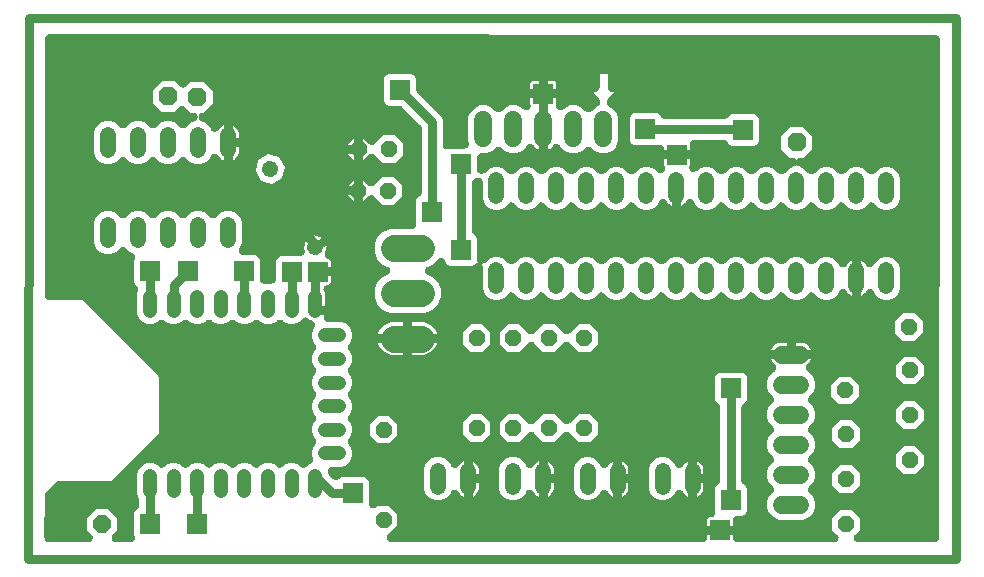
<source format=gtl>
G04 EAGLE Gerber RS-274X export*
G75*
%MOMM*%
%FSLAX34Y34*%
%LPD*%
%INTop copper*%
%IPPOS*%
%AMOC8*
5,1,8,0,0,1.08239X$1,22.5*%
G01*
%ADD10C,0.762000*%
%ADD11P,1.429621X8X292.500000*%
%ADD12P,1.429621X8X202.500000*%
%ADD13C,1.320800*%
%ADD14P,1.429621X8X247.500000*%
%ADD15P,1.429621X8X112.500000*%
%ADD16C,1.208000*%
%ADD17P,1.429621X8X22.500000*%
%ADD18P,1.732040X8X22.500000*%
%ADD19P,1.429621X8X142.500000*%
%ADD20P,1.732040X8X292.500000*%
%ADD21C,2.286000*%
%ADD22C,1.524000*%
%ADD23P,1.649562X8X22.500000*%
%ADD24R,1.676400X1.676400*%

G36*
X52255Y-192144D02*
X52255Y-192144D01*
X52415Y-192142D01*
X52529Y-192124D01*
X52645Y-192115D01*
X52802Y-192081D01*
X52960Y-192056D01*
X53070Y-192021D01*
X53183Y-191996D01*
X53334Y-191939D01*
X53487Y-191892D01*
X53591Y-191842D01*
X53699Y-191801D01*
X53840Y-191723D01*
X53984Y-191653D01*
X54080Y-191589D01*
X54181Y-191533D01*
X54309Y-191435D01*
X54442Y-191346D01*
X54528Y-191268D01*
X54620Y-191198D01*
X54732Y-191083D01*
X54851Y-190975D01*
X54925Y-190886D01*
X55005Y-190803D01*
X55100Y-190673D01*
X55202Y-190549D01*
X55262Y-190450D01*
X55330Y-190357D01*
X55404Y-190215D01*
X55488Y-190077D01*
X55532Y-189971D01*
X55586Y-189869D01*
X55640Y-189717D01*
X55702Y-189569D01*
X55731Y-189457D01*
X55770Y-189348D01*
X55800Y-189191D01*
X55841Y-189035D01*
X55854Y-188920D01*
X55876Y-188807D01*
X55884Y-188647D01*
X55901Y-188487D01*
X55897Y-188371D01*
X55903Y-188256D01*
X55887Y-188096D01*
X55882Y-187936D01*
X55861Y-187822D01*
X55850Y-187707D01*
X55811Y-187551D01*
X55783Y-187393D01*
X55746Y-187283D01*
X55718Y-187171D01*
X55658Y-187022D01*
X55606Y-186870D01*
X55554Y-186767D01*
X55510Y-186660D01*
X55429Y-186521D01*
X55356Y-186378D01*
X55289Y-186284D01*
X55231Y-186184D01*
X55130Y-186059D01*
X55038Y-185928D01*
X54930Y-185809D01*
X54886Y-185754D01*
X54849Y-185719D01*
X54788Y-185652D01*
X51170Y-182035D01*
X51170Y-171513D01*
X58610Y-164073D01*
X69132Y-164073D01*
X76572Y-171513D01*
X76572Y-182035D01*
X72954Y-185652D01*
X72849Y-185774D01*
X72736Y-185889D01*
X72669Y-185982D01*
X72593Y-186070D01*
X72506Y-186205D01*
X72412Y-186335D01*
X72358Y-186437D01*
X72296Y-186535D01*
X72230Y-186682D01*
X72156Y-186823D01*
X72117Y-186932D01*
X72070Y-187038D01*
X72026Y-187193D01*
X71972Y-187344D01*
X71950Y-187457D01*
X71918Y-187568D01*
X71897Y-187728D01*
X71866Y-187885D01*
X71860Y-188000D01*
X71845Y-188115D01*
X71847Y-188276D01*
X71839Y-188436D01*
X71850Y-188551D01*
X71852Y-188667D01*
X71877Y-188826D01*
X71892Y-188985D01*
X71920Y-189097D01*
X71938Y-189212D01*
X71985Y-189365D01*
X72024Y-189521D01*
X72067Y-189628D01*
X72102Y-189738D01*
X72171Y-189883D01*
X72231Y-190032D01*
X72290Y-190132D01*
X72340Y-190236D01*
X72429Y-190369D01*
X72511Y-190508D01*
X72583Y-190598D01*
X72648Y-190694D01*
X72755Y-190813D01*
X72856Y-190938D01*
X72941Y-191017D01*
X73018Y-191103D01*
X73142Y-191204D01*
X73260Y-191314D01*
X73355Y-191380D01*
X73444Y-191453D01*
X73581Y-191536D01*
X73713Y-191628D01*
X73817Y-191679D01*
X73916Y-191739D01*
X74064Y-191801D01*
X74208Y-191873D01*
X74318Y-191909D01*
X74424Y-191954D01*
X74579Y-191994D01*
X74732Y-192044D01*
X74846Y-192063D01*
X74958Y-192092D01*
X75118Y-192110D01*
X75276Y-192137D01*
X75436Y-192145D01*
X75506Y-192153D01*
X75557Y-192151D01*
X75647Y-192155D01*
X87833Y-192155D01*
X88073Y-192138D01*
X88313Y-192125D01*
X88348Y-192118D01*
X88383Y-192115D01*
X88618Y-192063D01*
X88854Y-192016D01*
X88887Y-192004D01*
X88922Y-191996D01*
X89146Y-191911D01*
X89374Y-191830D01*
X89405Y-191813D01*
X89438Y-191801D01*
X89648Y-191684D01*
X89861Y-191571D01*
X89889Y-191550D01*
X89920Y-191533D01*
X90112Y-191386D01*
X90305Y-191244D01*
X90330Y-191219D01*
X90358Y-191198D01*
X90526Y-191026D01*
X90698Y-190857D01*
X90719Y-190828D01*
X90744Y-190803D01*
X90885Y-190609D01*
X91030Y-190416D01*
X91047Y-190385D01*
X91068Y-190357D01*
X91180Y-190145D01*
X91296Y-189933D01*
X91308Y-189900D01*
X91325Y-189869D01*
X91405Y-189642D01*
X91489Y-189416D01*
X91496Y-189382D01*
X91508Y-189348D01*
X91554Y-189112D01*
X91605Y-188877D01*
X91607Y-188841D01*
X91614Y-188807D01*
X91626Y-188566D01*
X91642Y-188326D01*
X91639Y-188291D01*
X91641Y-188256D01*
X91618Y-188016D01*
X91599Y-187776D01*
X91592Y-187742D01*
X91588Y-187707D01*
X91531Y-187474D01*
X91478Y-187238D01*
X91463Y-187197D01*
X91456Y-187171D01*
X91432Y-187110D01*
X91352Y-186888D01*
X91053Y-186166D01*
X91053Y-167381D01*
X91827Y-165514D01*
X93272Y-164069D01*
X93331Y-164045D01*
X93461Y-163968D01*
X93595Y-163901D01*
X93698Y-163829D01*
X93806Y-163765D01*
X93924Y-163671D01*
X94047Y-163585D01*
X94139Y-163499D01*
X94237Y-163420D01*
X94340Y-163310D01*
X94449Y-163207D01*
X94527Y-163109D01*
X94613Y-163017D01*
X94699Y-162892D01*
X94792Y-162775D01*
X94855Y-162666D01*
X94926Y-162563D01*
X94993Y-162428D01*
X95069Y-162297D01*
X95116Y-162181D01*
X95171Y-162068D01*
X95218Y-161925D01*
X95274Y-161785D01*
X95303Y-161663D01*
X95342Y-161544D01*
X95368Y-161396D01*
X95403Y-161249D01*
X95414Y-161124D01*
X95436Y-161000D01*
X95447Y-160765D01*
X95453Y-160700D01*
X95452Y-160672D01*
X95454Y-160629D01*
X95454Y-156763D01*
X95453Y-156753D01*
X95454Y-156743D01*
X95433Y-156480D01*
X95414Y-156212D01*
X95412Y-156203D01*
X95411Y-156193D01*
X95353Y-155937D01*
X95295Y-155674D01*
X95291Y-155664D01*
X95289Y-155655D01*
X95164Y-155305D01*
X93224Y-150621D01*
X93224Y-134117D01*
X94917Y-130030D01*
X98045Y-126901D01*
X102132Y-125208D01*
X106557Y-125208D01*
X110644Y-126901D01*
X111651Y-127908D01*
X111685Y-127938D01*
X111716Y-127971D01*
X111894Y-128118D01*
X112068Y-128269D01*
X112106Y-128294D01*
X112141Y-128322D01*
X112339Y-128442D01*
X112533Y-128566D01*
X112575Y-128585D01*
X112613Y-128608D01*
X112826Y-128698D01*
X113036Y-128792D01*
X113080Y-128805D01*
X113122Y-128822D01*
X113345Y-128880D01*
X113567Y-128944D01*
X113612Y-128950D01*
X113655Y-128961D01*
X113885Y-128986D01*
X114114Y-129017D01*
X114159Y-129017D01*
X114204Y-129021D01*
X114435Y-129013D01*
X114665Y-129011D01*
X114710Y-129003D01*
X114755Y-129002D01*
X114982Y-128960D01*
X115210Y-128924D01*
X115253Y-128911D01*
X115298Y-128903D01*
X115516Y-128829D01*
X115737Y-128760D01*
X115778Y-128741D01*
X115821Y-128727D01*
X116026Y-128622D01*
X116235Y-128522D01*
X116272Y-128497D01*
X116312Y-128477D01*
X116501Y-128343D01*
X116692Y-128214D01*
X116726Y-128184D01*
X116763Y-128158D01*
X117038Y-127908D01*
X118045Y-126901D01*
X122132Y-125208D01*
X126557Y-125208D01*
X130644Y-126901D01*
X131651Y-127908D01*
X131685Y-127938D01*
X131716Y-127971D01*
X131894Y-128118D01*
X132068Y-128269D01*
X132106Y-128294D01*
X132141Y-128322D01*
X132339Y-128442D01*
X132533Y-128566D01*
X132575Y-128585D01*
X132613Y-128608D01*
X132826Y-128698D01*
X133036Y-128792D01*
X133080Y-128805D01*
X133122Y-128822D01*
X133345Y-128880D01*
X133567Y-128944D01*
X133612Y-128950D01*
X133655Y-128961D01*
X133885Y-128986D01*
X134114Y-129017D01*
X134159Y-129017D01*
X134204Y-129021D01*
X134435Y-129013D01*
X134665Y-129011D01*
X134710Y-129003D01*
X134755Y-129002D01*
X134982Y-128960D01*
X135210Y-128924D01*
X135253Y-128911D01*
X135298Y-128903D01*
X135516Y-128829D01*
X135737Y-128760D01*
X135778Y-128741D01*
X135821Y-128727D01*
X136026Y-128622D01*
X136235Y-128522D01*
X136272Y-128497D01*
X136312Y-128477D01*
X136501Y-128343D01*
X136692Y-128214D01*
X136726Y-128184D01*
X136763Y-128158D01*
X137038Y-127908D01*
X138045Y-126901D01*
X142132Y-125208D01*
X146557Y-125208D01*
X150644Y-126901D01*
X151651Y-127908D01*
X151685Y-127938D01*
X151716Y-127971D01*
X151894Y-128118D01*
X152068Y-128269D01*
X152106Y-128294D01*
X152141Y-128322D01*
X152339Y-128442D01*
X152533Y-128566D01*
X152575Y-128585D01*
X152613Y-128608D01*
X152826Y-128698D01*
X153036Y-128792D01*
X153080Y-128805D01*
X153122Y-128822D01*
X153345Y-128880D01*
X153567Y-128944D01*
X153612Y-128950D01*
X153655Y-128961D01*
X153885Y-128986D01*
X154114Y-129017D01*
X154159Y-129017D01*
X154204Y-129021D01*
X154435Y-129013D01*
X154665Y-129011D01*
X154710Y-129003D01*
X154755Y-129002D01*
X154982Y-128960D01*
X155210Y-128924D01*
X155253Y-128911D01*
X155298Y-128903D01*
X155516Y-128829D01*
X155737Y-128760D01*
X155778Y-128741D01*
X155821Y-128727D01*
X156026Y-128622D01*
X156235Y-128522D01*
X156272Y-128497D01*
X156312Y-128477D01*
X156501Y-128343D01*
X156692Y-128214D01*
X156726Y-128184D01*
X156763Y-128158D01*
X157038Y-127908D01*
X158045Y-126901D01*
X162132Y-125208D01*
X166557Y-125208D01*
X170644Y-126901D01*
X171651Y-127908D01*
X171685Y-127938D01*
X171716Y-127971D01*
X171894Y-128118D01*
X172068Y-128269D01*
X172106Y-128294D01*
X172141Y-128322D01*
X172339Y-128442D01*
X172533Y-128566D01*
X172575Y-128585D01*
X172613Y-128608D01*
X172826Y-128698D01*
X173036Y-128792D01*
X173080Y-128805D01*
X173122Y-128822D01*
X173345Y-128880D01*
X173567Y-128944D01*
X173612Y-128950D01*
X173655Y-128961D01*
X173885Y-128986D01*
X174114Y-129017D01*
X174159Y-129017D01*
X174204Y-129021D01*
X174435Y-129013D01*
X174665Y-129011D01*
X174710Y-129003D01*
X174755Y-129002D01*
X174982Y-128960D01*
X175210Y-128924D01*
X175253Y-128911D01*
X175298Y-128903D01*
X175516Y-128829D01*
X175737Y-128760D01*
X175778Y-128741D01*
X175821Y-128727D01*
X176026Y-128622D01*
X176235Y-128522D01*
X176272Y-128497D01*
X176312Y-128477D01*
X176501Y-128343D01*
X176692Y-128214D01*
X176726Y-128184D01*
X176763Y-128158D01*
X177038Y-127908D01*
X178045Y-126901D01*
X182132Y-125208D01*
X186557Y-125208D01*
X190644Y-126901D01*
X191651Y-127908D01*
X191685Y-127938D01*
X191716Y-127971D01*
X191894Y-128118D01*
X192068Y-128269D01*
X192106Y-128294D01*
X192141Y-128322D01*
X192339Y-128442D01*
X192533Y-128566D01*
X192575Y-128585D01*
X192613Y-128608D01*
X192826Y-128698D01*
X193036Y-128792D01*
X193080Y-128805D01*
X193122Y-128822D01*
X193345Y-128880D01*
X193567Y-128944D01*
X193612Y-128950D01*
X193655Y-128961D01*
X193885Y-128986D01*
X194114Y-129017D01*
X194159Y-129017D01*
X194204Y-129021D01*
X194435Y-129013D01*
X194665Y-129011D01*
X194710Y-129003D01*
X194755Y-129002D01*
X194982Y-128960D01*
X195210Y-128924D01*
X195253Y-128911D01*
X195298Y-128903D01*
X195516Y-128829D01*
X195737Y-128760D01*
X195778Y-128741D01*
X195821Y-128727D01*
X196026Y-128622D01*
X196235Y-128522D01*
X196272Y-128497D01*
X196312Y-128477D01*
X196501Y-128343D01*
X196692Y-128214D01*
X196726Y-128184D01*
X196763Y-128158D01*
X197038Y-127908D01*
X198045Y-126901D01*
X202132Y-125208D01*
X206557Y-125208D01*
X210644Y-126901D01*
X211651Y-127908D01*
X211685Y-127938D01*
X211716Y-127971D01*
X211894Y-128118D01*
X212068Y-128269D01*
X212106Y-128294D01*
X212141Y-128322D01*
X212339Y-128442D01*
X212533Y-128566D01*
X212575Y-128585D01*
X212613Y-128608D01*
X212826Y-128698D01*
X213036Y-128792D01*
X213080Y-128805D01*
X213122Y-128822D01*
X213345Y-128880D01*
X213567Y-128944D01*
X213612Y-128950D01*
X213655Y-128961D01*
X213885Y-128986D01*
X214114Y-129017D01*
X214159Y-129017D01*
X214204Y-129021D01*
X214435Y-129013D01*
X214665Y-129011D01*
X214710Y-129003D01*
X214755Y-129002D01*
X214982Y-128960D01*
X215210Y-128924D01*
X215253Y-128911D01*
X215298Y-128903D01*
X215516Y-128829D01*
X215737Y-128760D01*
X215778Y-128741D01*
X215821Y-128727D01*
X216026Y-128622D01*
X216235Y-128522D01*
X216272Y-128497D01*
X216312Y-128477D01*
X216501Y-128343D01*
X216692Y-128214D01*
X216726Y-128184D01*
X216763Y-128158D01*
X217038Y-127908D01*
X218045Y-126901D01*
X222132Y-125208D01*
X226557Y-125208D01*
X230644Y-126901D01*
X231651Y-127908D01*
X231685Y-127938D01*
X231716Y-127971D01*
X231894Y-128118D01*
X232068Y-128269D01*
X232106Y-128294D01*
X232141Y-128322D01*
X232339Y-128442D01*
X232533Y-128566D01*
X232575Y-128585D01*
X232613Y-128608D01*
X232826Y-128698D01*
X233036Y-128792D01*
X233080Y-128805D01*
X233122Y-128822D01*
X233345Y-128880D01*
X233567Y-128944D01*
X233612Y-128950D01*
X233655Y-128961D01*
X233885Y-128986D01*
X234114Y-129017D01*
X234159Y-129017D01*
X234204Y-129021D01*
X234435Y-129013D01*
X234665Y-129011D01*
X234710Y-129003D01*
X234755Y-129002D01*
X234982Y-128960D01*
X235210Y-128924D01*
X235253Y-128911D01*
X235298Y-128903D01*
X235516Y-128829D01*
X235737Y-128760D01*
X235778Y-128741D01*
X235821Y-128727D01*
X236026Y-128622D01*
X236235Y-128522D01*
X236272Y-128497D01*
X236312Y-128477D01*
X236501Y-128343D01*
X236692Y-128214D01*
X236726Y-128184D01*
X236763Y-128158D01*
X237038Y-127908D01*
X238045Y-126901D01*
X240008Y-126088D01*
X240048Y-126068D01*
X240091Y-126053D01*
X240294Y-125945D01*
X240501Y-125841D01*
X240538Y-125815D01*
X240578Y-125794D01*
X240764Y-125657D01*
X240953Y-125525D01*
X240986Y-125494D01*
X241022Y-125467D01*
X241187Y-125305D01*
X241355Y-125147D01*
X241383Y-125111D01*
X241415Y-125080D01*
X241554Y-124896D01*
X241698Y-124715D01*
X241720Y-124675D01*
X241747Y-124640D01*
X241858Y-124438D01*
X241974Y-124238D01*
X241991Y-124195D01*
X242013Y-124156D01*
X242094Y-123940D01*
X242180Y-123725D01*
X242190Y-123681D01*
X242206Y-123639D01*
X242255Y-123413D01*
X242308Y-123189D01*
X242313Y-123144D01*
X242322Y-123100D01*
X242338Y-122869D01*
X242359Y-122640D01*
X242356Y-122594D01*
X242359Y-122549D01*
X242341Y-122320D01*
X242329Y-122089D01*
X242320Y-122044D01*
X242316Y-121999D01*
X242265Y-121774D01*
X242220Y-121548D01*
X242205Y-121505D01*
X242195Y-121461D01*
X242069Y-121111D01*
X241274Y-119191D01*
X241274Y-114767D01*
X242967Y-110680D01*
X243974Y-109673D01*
X244003Y-109638D01*
X244037Y-109608D01*
X244184Y-109430D01*
X244335Y-109255D01*
X244359Y-109217D01*
X244388Y-109182D01*
X244507Y-108985D01*
X244632Y-108790D01*
X244650Y-108749D01*
X244673Y-108710D01*
X244763Y-108497D01*
X244858Y-108287D01*
X244870Y-108244D01*
X244888Y-108202D01*
X244946Y-107979D01*
X245009Y-107757D01*
X245015Y-107712D01*
X245027Y-107668D01*
X245052Y-107439D01*
X245083Y-107210D01*
X245082Y-107165D01*
X245087Y-107120D01*
X245079Y-106889D01*
X245076Y-106658D01*
X245069Y-106614D01*
X245067Y-106569D01*
X245026Y-106342D01*
X244990Y-106113D01*
X244977Y-106070D01*
X244968Y-106026D01*
X244895Y-105807D01*
X244826Y-105587D01*
X244806Y-105546D01*
X244792Y-105503D01*
X244688Y-105298D01*
X244588Y-105089D01*
X244563Y-105052D01*
X244542Y-105011D01*
X244409Y-104823D01*
X244280Y-104631D01*
X244250Y-104598D01*
X244224Y-104561D01*
X243974Y-104285D01*
X242967Y-103278D01*
X241274Y-99191D01*
X241274Y-94767D01*
X242967Y-90680D01*
X243974Y-89673D01*
X244003Y-89638D01*
X244037Y-89608D01*
X244184Y-89430D01*
X244335Y-89255D01*
X244359Y-89217D01*
X244388Y-89182D01*
X244507Y-88985D01*
X244632Y-88790D01*
X244650Y-88749D01*
X244673Y-88710D01*
X244763Y-88497D01*
X244858Y-88287D01*
X244870Y-88244D01*
X244888Y-88202D01*
X244946Y-87979D01*
X245009Y-87757D01*
X245015Y-87712D01*
X245027Y-87668D01*
X245052Y-87439D01*
X245083Y-87210D01*
X245082Y-87165D01*
X245087Y-87120D01*
X245079Y-86889D01*
X245076Y-86658D01*
X245069Y-86614D01*
X245067Y-86569D01*
X245026Y-86342D01*
X244990Y-86113D01*
X244977Y-86070D01*
X244968Y-86026D01*
X244895Y-85807D01*
X244826Y-85587D01*
X244806Y-85546D01*
X244792Y-85503D01*
X244688Y-85298D01*
X244588Y-85089D01*
X244563Y-85052D01*
X244542Y-85011D01*
X244409Y-84823D01*
X244280Y-84631D01*
X244250Y-84598D01*
X244224Y-84561D01*
X243974Y-84285D01*
X242967Y-83278D01*
X241274Y-79191D01*
X241274Y-74767D01*
X242967Y-70680D01*
X243974Y-69673D01*
X244003Y-69638D01*
X244037Y-69608D01*
X244184Y-69430D01*
X244335Y-69255D01*
X244359Y-69217D01*
X244388Y-69182D01*
X244507Y-68985D01*
X244632Y-68790D01*
X244650Y-68749D01*
X244673Y-68710D01*
X244763Y-68497D01*
X244858Y-68287D01*
X244870Y-68244D01*
X244888Y-68202D01*
X244946Y-67979D01*
X245009Y-67757D01*
X245015Y-67712D01*
X245027Y-67668D01*
X245052Y-67439D01*
X245083Y-67210D01*
X245082Y-67165D01*
X245087Y-67120D01*
X245079Y-66889D01*
X245076Y-66658D01*
X245069Y-66614D01*
X245067Y-66569D01*
X245026Y-66342D01*
X244990Y-66113D01*
X244977Y-66070D01*
X244968Y-66026D01*
X244895Y-65807D01*
X244826Y-65587D01*
X244806Y-65546D01*
X244792Y-65503D01*
X244688Y-65298D01*
X244588Y-65089D01*
X244563Y-65052D01*
X244542Y-65011D01*
X244409Y-64823D01*
X244280Y-64631D01*
X244250Y-64598D01*
X244224Y-64561D01*
X243974Y-64285D01*
X242967Y-63278D01*
X241274Y-59191D01*
X241274Y-54767D01*
X242967Y-50680D01*
X243974Y-49673D01*
X244003Y-49638D01*
X244037Y-49608D01*
X244184Y-49430D01*
X244335Y-49255D01*
X244359Y-49217D01*
X244388Y-49182D01*
X244507Y-48985D01*
X244632Y-48790D01*
X244650Y-48749D01*
X244673Y-48710D01*
X244763Y-48497D01*
X244858Y-48287D01*
X244870Y-48244D01*
X244888Y-48202D01*
X244946Y-47979D01*
X245009Y-47757D01*
X245015Y-47712D01*
X245027Y-47668D01*
X245052Y-47439D01*
X245083Y-47210D01*
X245082Y-47165D01*
X245087Y-47120D01*
X245079Y-46889D01*
X245076Y-46658D01*
X245069Y-46614D01*
X245067Y-46569D01*
X245026Y-46342D01*
X244990Y-46113D01*
X244977Y-46070D01*
X244968Y-46026D01*
X244895Y-45807D01*
X244826Y-45587D01*
X244806Y-45546D01*
X244792Y-45503D01*
X244688Y-45298D01*
X244588Y-45089D01*
X244563Y-45052D01*
X244542Y-45011D01*
X244409Y-44823D01*
X244280Y-44631D01*
X244250Y-44598D01*
X244224Y-44561D01*
X243974Y-44285D01*
X242967Y-43278D01*
X241274Y-39191D01*
X241274Y-34767D01*
X242967Y-30680D01*
X243974Y-29673D01*
X244003Y-29638D01*
X244037Y-29608D01*
X244184Y-29430D01*
X244335Y-29255D01*
X244359Y-29217D01*
X244388Y-29182D01*
X244507Y-28985D01*
X244632Y-28790D01*
X244650Y-28749D01*
X244673Y-28710D01*
X244763Y-28497D01*
X244858Y-28287D01*
X244870Y-28244D01*
X244888Y-28202D01*
X244946Y-27979D01*
X245009Y-27757D01*
X245015Y-27712D01*
X245027Y-27668D01*
X245052Y-27439D01*
X245083Y-27210D01*
X245082Y-27165D01*
X245087Y-27120D01*
X245079Y-26889D01*
X245076Y-26658D01*
X245069Y-26614D01*
X245067Y-26569D01*
X245026Y-26342D01*
X244990Y-26113D01*
X244977Y-26070D01*
X244968Y-26026D01*
X244895Y-25807D01*
X244826Y-25587D01*
X244806Y-25546D01*
X244792Y-25503D01*
X244688Y-25298D01*
X244588Y-25089D01*
X244563Y-25052D01*
X244542Y-25011D01*
X244409Y-24823D01*
X244280Y-24631D01*
X244250Y-24598D01*
X244224Y-24561D01*
X243974Y-24285D01*
X242967Y-23278D01*
X241274Y-19191D01*
X241274Y-14767D01*
X242971Y-10669D01*
X243006Y-10629D01*
X243088Y-10549D01*
X243186Y-10421D01*
X243292Y-10298D01*
X243353Y-10202D01*
X243423Y-10111D01*
X243502Y-9969D01*
X243588Y-9833D01*
X243635Y-9729D01*
X243691Y-9629D01*
X243749Y-9477D01*
X243815Y-9330D01*
X243846Y-9220D01*
X243887Y-9113D01*
X243922Y-8955D01*
X243966Y-8800D01*
X243982Y-8686D01*
X244006Y-8574D01*
X244018Y-8413D01*
X244040Y-8253D01*
X244038Y-8138D01*
X244047Y-8024D01*
X244035Y-7863D01*
X244033Y-7701D01*
X244015Y-7588D01*
X244007Y-7474D01*
X243972Y-7316D01*
X243947Y-7156D01*
X243913Y-7047D01*
X243888Y-6935D01*
X243831Y-6784D01*
X243783Y-6630D01*
X243733Y-6526D01*
X243693Y-6419D01*
X243615Y-6278D01*
X243545Y-6132D01*
X243481Y-6037D01*
X243425Y-5937D01*
X243327Y-5808D01*
X243237Y-5674D01*
X243160Y-5589D01*
X243091Y-5498D01*
X242975Y-5385D01*
X242866Y-5266D01*
X242778Y-5193D01*
X242696Y-5113D01*
X242566Y-5018D01*
X242441Y-4915D01*
X242342Y-4855D01*
X242250Y-4788D01*
X242107Y-4713D01*
X241969Y-4629D01*
X241863Y-4585D01*
X241762Y-4531D01*
X241513Y-4437D01*
X241460Y-4415D01*
X241442Y-4410D01*
X241414Y-4399D01*
X241051Y-4281D01*
X239847Y-3668D01*
X238712Y-2843D01*
X238591Y-2744D01*
X238417Y-2593D01*
X238379Y-2569D01*
X238344Y-2540D01*
X238146Y-2420D01*
X237952Y-2296D01*
X237911Y-2278D01*
X237872Y-2254D01*
X237660Y-2165D01*
X237449Y-2070D01*
X237406Y-2057D01*
X237364Y-2040D01*
X237141Y-1982D01*
X236919Y-1918D01*
X236874Y-1912D01*
X236830Y-1901D01*
X236601Y-1876D01*
X236372Y-1845D01*
X236327Y-1845D01*
X236282Y-1841D01*
X236051Y-1849D01*
X235820Y-1851D01*
X235776Y-1858D01*
X235730Y-1860D01*
X235503Y-1901D01*
X235275Y-1937D01*
X235232Y-1951D01*
X235187Y-1959D01*
X234969Y-2033D01*
X234749Y-2101D01*
X234708Y-2121D01*
X234665Y-2135D01*
X234459Y-2240D01*
X234251Y-2340D01*
X234213Y-2365D01*
X234173Y-2385D01*
X233984Y-2519D01*
X233793Y-2647D01*
X233760Y-2678D01*
X233722Y-2704D01*
X233447Y-2954D01*
X230644Y-5757D01*
X226557Y-7450D01*
X222132Y-7450D01*
X218045Y-5757D01*
X217038Y-4750D01*
X217004Y-4720D01*
X216974Y-4687D01*
X216795Y-4539D01*
X216621Y-4389D01*
X216583Y-4365D01*
X216548Y-4336D01*
X216350Y-4216D01*
X216156Y-4092D01*
X216115Y-4074D01*
X216076Y-4050D01*
X215864Y-3961D01*
X215653Y-3866D01*
X215609Y-3853D01*
X215568Y-3836D01*
X215345Y-3778D01*
X215122Y-3714D01*
X215077Y-3708D01*
X215034Y-3697D01*
X214805Y-3672D01*
X214576Y-3641D01*
X214530Y-3642D01*
X214485Y-3637D01*
X214255Y-3645D01*
X214024Y-3648D01*
X213979Y-3655D01*
X213934Y-3656D01*
X213707Y-3698D01*
X213479Y-3734D01*
X213436Y-3747D01*
X213391Y-3755D01*
X213173Y-3829D01*
X212952Y-3898D01*
X212912Y-3917D01*
X212869Y-3932D01*
X212663Y-4036D01*
X212455Y-4136D01*
X212417Y-4161D01*
X212377Y-4182D01*
X212188Y-4315D01*
X211997Y-4444D01*
X211963Y-4474D01*
X211926Y-4500D01*
X211651Y-4750D01*
X210644Y-5757D01*
X206557Y-7450D01*
X202132Y-7450D01*
X198045Y-5757D01*
X197038Y-4750D01*
X197004Y-4720D01*
X196974Y-4687D01*
X196795Y-4539D01*
X196621Y-4389D01*
X196583Y-4365D01*
X196548Y-4336D01*
X196350Y-4216D01*
X196156Y-4092D01*
X196115Y-4074D01*
X196076Y-4050D01*
X195864Y-3961D01*
X195653Y-3866D01*
X195609Y-3853D01*
X195568Y-3836D01*
X195345Y-3778D01*
X195122Y-3714D01*
X195077Y-3708D01*
X195034Y-3697D01*
X194805Y-3672D01*
X194576Y-3641D01*
X194530Y-3642D01*
X194485Y-3637D01*
X194255Y-3645D01*
X194024Y-3648D01*
X193979Y-3655D01*
X193934Y-3656D01*
X193707Y-3698D01*
X193479Y-3734D01*
X193436Y-3747D01*
X193391Y-3755D01*
X193173Y-3829D01*
X192952Y-3898D01*
X192912Y-3917D01*
X192869Y-3932D01*
X192663Y-4036D01*
X192455Y-4136D01*
X192417Y-4161D01*
X192377Y-4182D01*
X192188Y-4315D01*
X191997Y-4444D01*
X191963Y-4474D01*
X191926Y-4500D01*
X191651Y-4750D01*
X190644Y-5757D01*
X186557Y-7450D01*
X182132Y-7450D01*
X178045Y-5757D01*
X177038Y-4750D01*
X177004Y-4720D01*
X176974Y-4687D01*
X176795Y-4539D01*
X176621Y-4389D01*
X176583Y-4365D01*
X176548Y-4336D01*
X176350Y-4216D01*
X176156Y-4092D01*
X176115Y-4074D01*
X176076Y-4050D01*
X175864Y-3961D01*
X175653Y-3866D01*
X175609Y-3853D01*
X175568Y-3836D01*
X175345Y-3778D01*
X175122Y-3714D01*
X175077Y-3708D01*
X175034Y-3697D01*
X174805Y-3672D01*
X174576Y-3641D01*
X174530Y-3642D01*
X174485Y-3637D01*
X174255Y-3645D01*
X174024Y-3648D01*
X173979Y-3655D01*
X173934Y-3656D01*
X173707Y-3698D01*
X173479Y-3734D01*
X173436Y-3747D01*
X173391Y-3755D01*
X173173Y-3829D01*
X172952Y-3898D01*
X172912Y-3917D01*
X172869Y-3932D01*
X172663Y-4036D01*
X172455Y-4136D01*
X172417Y-4161D01*
X172377Y-4182D01*
X172188Y-4315D01*
X171997Y-4444D01*
X171963Y-4474D01*
X171926Y-4500D01*
X171651Y-4750D01*
X170644Y-5757D01*
X166557Y-7450D01*
X162132Y-7450D01*
X158045Y-5757D01*
X157038Y-4750D01*
X157004Y-4720D01*
X156974Y-4687D01*
X156795Y-4539D01*
X156621Y-4389D01*
X156583Y-4365D01*
X156548Y-4336D01*
X156350Y-4216D01*
X156156Y-4092D01*
X156115Y-4074D01*
X156076Y-4050D01*
X155864Y-3961D01*
X155653Y-3866D01*
X155609Y-3853D01*
X155568Y-3836D01*
X155345Y-3778D01*
X155122Y-3714D01*
X155077Y-3708D01*
X155034Y-3697D01*
X154805Y-3672D01*
X154576Y-3641D01*
X154530Y-3642D01*
X154485Y-3637D01*
X154255Y-3645D01*
X154024Y-3648D01*
X153979Y-3655D01*
X153934Y-3656D01*
X153707Y-3698D01*
X153479Y-3734D01*
X153436Y-3747D01*
X153391Y-3755D01*
X153173Y-3829D01*
X152952Y-3898D01*
X152912Y-3917D01*
X152869Y-3932D01*
X152663Y-4036D01*
X152455Y-4136D01*
X152417Y-4161D01*
X152377Y-4182D01*
X152188Y-4315D01*
X151997Y-4444D01*
X151963Y-4474D01*
X151926Y-4500D01*
X151651Y-4750D01*
X150644Y-5757D01*
X146557Y-7450D01*
X142132Y-7450D01*
X138045Y-5757D01*
X137038Y-4750D01*
X137004Y-4720D01*
X136974Y-4687D01*
X136795Y-4539D01*
X136621Y-4389D01*
X136583Y-4365D01*
X136548Y-4336D01*
X136350Y-4216D01*
X136156Y-4092D01*
X136115Y-4074D01*
X136076Y-4050D01*
X135864Y-3961D01*
X135653Y-3866D01*
X135609Y-3853D01*
X135568Y-3836D01*
X135345Y-3778D01*
X135122Y-3714D01*
X135077Y-3708D01*
X135034Y-3697D01*
X134805Y-3672D01*
X134576Y-3641D01*
X134530Y-3642D01*
X134485Y-3637D01*
X134255Y-3645D01*
X134024Y-3648D01*
X133979Y-3655D01*
X133934Y-3656D01*
X133707Y-3698D01*
X133479Y-3734D01*
X133436Y-3747D01*
X133391Y-3755D01*
X133173Y-3829D01*
X132952Y-3898D01*
X132912Y-3917D01*
X132869Y-3932D01*
X132663Y-4036D01*
X132455Y-4136D01*
X132417Y-4161D01*
X132377Y-4182D01*
X132188Y-4315D01*
X131997Y-4444D01*
X131963Y-4474D01*
X131926Y-4500D01*
X131651Y-4750D01*
X130644Y-5757D01*
X126557Y-7450D01*
X122132Y-7450D01*
X118045Y-5757D01*
X117038Y-4750D01*
X117004Y-4720D01*
X116974Y-4687D01*
X116795Y-4539D01*
X116621Y-4389D01*
X116583Y-4365D01*
X116548Y-4336D01*
X116350Y-4216D01*
X116156Y-4092D01*
X116115Y-4074D01*
X116076Y-4050D01*
X115864Y-3961D01*
X115653Y-3866D01*
X115609Y-3853D01*
X115568Y-3836D01*
X115345Y-3778D01*
X115122Y-3714D01*
X115077Y-3708D01*
X115034Y-3697D01*
X114805Y-3672D01*
X114576Y-3641D01*
X114530Y-3642D01*
X114485Y-3637D01*
X114255Y-3645D01*
X114024Y-3648D01*
X113979Y-3655D01*
X113934Y-3656D01*
X113707Y-3698D01*
X113479Y-3734D01*
X113436Y-3747D01*
X113391Y-3755D01*
X113173Y-3829D01*
X112952Y-3898D01*
X112912Y-3917D01*
X112869Y-3932D01*
X112663Y-4036D01*
X112455Y-4136D01*
X112417Y-4161D01*
X112377Y-4182D01*
X112188Y-4315D01*
X111997Y-4444D01*
X111963Y-4474D01*
X111926Y-4500D01*
X111651Y-4750D01*
X110644Y-5757D01*
X106557Y-7450D01*
X102132Y-7450D01*
X98045Y-5757D01*
X94917Y-2628D01*
X93224Y1459D01*
X93224Y17963D01*
X94241Y20419D01*
X94281Y20538D01*
X94329Y20654D01*
X94367Y20800D01*
X94415Y20943D01*
X94437Y21066D01*
X94468Y21188D01*
X94485Y21338D01*
X94511Y21486D01*
X94515Y21611D01*
X94529Y21736D01*
X94523Y21887D01*
X94528Y22037D01*
X94513Y22162D01*
X94509Y22287D01*
X94482Y22435D01*
X94465Y22585D01*
X94433Y22707D01*
X94410Y22830D01*
X94362Y22973D01*
X94323Y23119D01*
X94274Y23234D01*
X94234Y23353D01*
X94165Y23487D01*
X94106Y23626D01*
X94041Y23733D01*
X93984Y23845D01*
X93897Y23968D01*
X93818Y24096D01*
X93738Y24193D01*
X93665Y24295D01*
X93507Y24469D01*
X93465Y24520D01*
X93444Y24539D01*
X93415Y24570D01*
X91827Y26159D01*
X91053Y28027D01*
X91053Y46812D01*
X91458Y47790D01*
X91472Y47833D01*
X91492Y47874D01*
X91559Y48095D01*
X91632Y48314D01*
X91640Y48358D01*
X91653Y48401D01*
X91688Y48629D01*
X91728Y48857D01*
X91730Y48902D01*
X91736Y48947D01*
X91738Y49177D01*
X91745Y49408D01*
X91740Y49453D01*
X91740Y49498D01*
X91708Y49726D01*
X91682Y49956D01*
X91670Y50000D01*
X91664Y50045D01*
X91599Y50266D01*
X91540Y50489D01*
X91522Y50531D01*
X91510Y50574D01*
X91414Y50785D01*
X91323Y50997D01*
X91299Y51035D01*
X91281Y51076D01*
X91156Y51270D01*
X91035Y51467D01*
X91006Y51502D01*
X90982Y51540D01*
X90829Y51714D01*
X90682Y51891D01*
X90648Y51921D01*
X90619Y51955D01*
X90443Y52106D01*
X90271Y52259D01*
X90234Y52284D01*
X90199Y52314D01*
X90004Y52437D01*
X89812Y52565D01*
X89771Y52584D01*
X89733Y52608D01*
X89397Y52767D01*
X87601Y53511D01*
X84213Y56898D01*
X84179Y56928D01*
X84149Y56961D01*
X83970Y57109D01*
X83796Y57259D01*
X83758Y57283D01*
X83723Y57312D01*
X83526Y57432D01*
X83331Y57556D01*
X83290Y57575D01*
X83251Y57598D01*
X83039Y57687D01*
X82828Y57782D01*
X82784Y57795D01*
X82743Y57812D01*
X82520Y57870D01*
X82297Y57934D01*
X82253Y57940D01*
X82209Y57951D01*
X81980Y57976D01*
X81751Y58007D01*
X81706Y58007D01*
X81661Y58011D01*
X81430Y58003D01*
X81199Y58001D01*
X81154Y57993D01*
X81109Y57992D01*
X80882Y57950D01*
X80654Y57914D01*
X80611Y57901D01*
X80567Y57893D01*
X80348Y57819D01*
X80127Y57750D01*
X80086Y57731D01*
X80044Y57717D01*
X79839Y57612D01*
X79630Y57512D01*
X79592Y57487D01*
X79552Y57467D01*
X79364Y57334D01*
X79172Y57204D01*
X79138Y57174D01*
X79102Y57148D01*
X78826Y56898D01*
X75439Y53511D01*
X71144Y51732D01*
X66495Y51732D01*
X62201Y53511D01*
X58914Y56798D01*
X57135Y61092D01*
X57135Y78949D01*
X58914Y83244D01*
X62201Y86530D01*
X66495Y88309D01*
X71144Y88309D01*
X75439Y86530D01*
X78826Y83143D01*
X78860Y83113D01*
X78891Y83080D01*
X79069Y82933D01*
X79243Y82782D01*
X79281Y82758D01*
X79316Y82729D01*
X79514Y82609D01*
X79709Y82485D01*
X79750Y82467D01*
X79788Y82443D01*
X80000Y82354D01*
X80212Y82259D01*
X80255Y82246D01*
X80297Y82229D01*
X80519Y82171D01*
X80742Y82107D01*
X80787Y82101D01*
X80831Y82090D01*
X81060Y82065D01*
X81289Y82034D01*
X81334Y82035D01*
X81379Y82030D01*
X81610Y82038D01*
X81840Y82041D01*
X81885Y82048D01*
X81930Y82049D01*
X82157Y82091D01*
X82385Y82127D01*
X82429Y82140D01*
X82473Y82148D01*
X82691Y82222D01*
X82912Y82291D01*
X82953Y82310D01*
X82996Y82325D01*
X83201Y82429D01*
X83410Y82529D01*
X83447Y82554D01*
X83487Y82575D01*
X83676Y82708D01*
X83868Y82837D01*
X83901Y82867D01*
X83938Y82893D01*
X84213Y83143D01*
X87601Y86530D01*
X91895Y88309D01*
X96544Y88309D01*
X100839Y86530D01*
X104226Y83143D01*
X104260Y83113D01*
X104291Y83080D01*
X104469Y82933D01*
X104643Y82782D01*
X104681Y82758D01*
X104716Y82729D01*
X104914Y82609D01*
X105109Y82485D01*
X105150Y82467D01*
X105188Y82443D01*
X105400Y82354D01*
X105612Y82259D01*
X105655Y82246D01*
X105697Y82229D01*
X105919Y82171D01*
X106142Y82107D01*
X106187Y82101D01*
X106231Y82090D01*
X106460Y82065D01*
X106689Y82034D01*
X106734Y82035D01*
X106779Y82030D01*
X107010Y82038D01*
X107240Y82041D01*
X107285Y82048D01*
X107330Y82049D01*
X107557Y82091D01*
X107785Y82127D01*
X107829Y82140D01*
X107873Y82148D01*
X108091Y82222D01*
X108312Y82291D01*
X108353Y82310D01*
X108396Y82325D01*
X108601Y82429D01*
X108810Y82529D01*
X108847Y82554D01*
X108887Y82575D01*
X109076Y82708D01*
X109268Y82837D01*
X109301Y82867D01*
X109338Y82893D01*
X109613Y83143D01*
X113001Y86530D01*
X117295Y88309D01*
X121944Y88309D01*
X126239Y86530D01*
X129626Y83143D01*
X129660Y83113D01*
X129691Y83080D01*
X129869Y82933D01*
X130043Y82782D01*
X130081Y82758D01*
X130116Y82729D01*
X130314Y82609D01*
X130509Y82485D01*
X130550Y82467D01*
X130588Y82443D01*
X130800Y82354D01*
X131012Y82259D01*
X131055Y82246D01*
X131097Y82229D01*
X131319Y82171D01*
X131542Y82107D01*
X131587Y82101D01*
X131631Y82090D01*
X131860Y82065D01*
X132089Y82034D01*
X132134Y82035D01*
X132179Y82030D01*
X132410Y82038D01*
X132640Y82041D01*
X132685Y82048D01*
X132730Y82049D01*
X132957Y82091D01*
X133185Y82127D01*
X133229Y82140D01*
X133273Y82148D01*
X133491Y82222D01*
X133712Y82291D01*
X133753Y82310D01*
X133796Y82325D01*
X134001Y82429D01*
X134210Y82529D01*
X134247Y82554D01*
X134287Y82575D01*
X134476Y82708D01*
X134668Y82837D01*
X134701Y82867D01*
X134738Y82893D01*
X135013Y83143D01*
X138401Y86530D01*
X142695Y88309D01*
X147344Y88309D01*
X151639Y86530D01*
X155026Y83143D01*
X155060Y83113D01*
X155091Y83080D01*
X155269Y82933D01*
X155443Y82782D01*
X155481Y82758D01*
X155516Y82729D01*
X155714Y82609D01*
X155909Y82485D01*
X155950Y82467D01*
X155988Y82443D01*
X156200Y82354D01*
X156412Y82259D01*
X156455Y82246D01*
X156497Y82229D01*
X156719Y82171D01*
X156942Y82107D01*
X156987Y82101D01*
X157031Y82090D01*
X157260Y82065D01*
X157489Y82034D01*
X157534Y82035D01*
X157579Y82030D01*
X157810Y82038D01*
X158040Y82041D01*
X158085Y82048D01*
X158130Y82049D01*
X158357Y82091D01*
X158585Y82127D01*
X158629Y82140D01*
X158673Y82148D01*
X158891Y82222D01*
X159112Y82291D01*
X159153Y82310D01*
X159196Y82325D01*
X159401Y82429D01*
X159610Y82529D01*
X159647Y82554D01*
X159687Y82575D01*
X159876Y82708D01*
X160068Y82837D01*
X160101Y82867D01*
X160138Y82893D01*
X160413Y83143D01*
X163801Y86530D01*
X168095Y88309D01*
X172744Y88309D01*
X177039Y86530D01*
X180326Y83244D01*
X182104Y78949D01*
X182104Y61092D01*
X180057Y56149D01*
X179981Y55920D01*
X179901Y55693D01*
X179894Y55659D01*
X179883Y55625D01*
X179841Y55388D01*
X179795Y55152D01*
X179793Y55117D01*
X179787Y55082D01*
X179780Y54842D01*
X179768Y54601D01*
X179771Y54566D01*
X179770Y54531D01*
X179798Y54291D01*
X179821Y54052D01*
X179829Y54018D01*
X179833Y53983D01*
X179895Y53749D01*
X179953Y53516D01*
X179966Y53484D01*
X179975Y53449D01*
X180069Y53229D01*
X180160Y53005D01*
X180178Y52975D01*
X180192Y52942D01*
X180318Y52737D01*
X180440Y52529D01*
X180462Y52502D01*
X180480Y52472D01*
X180634Y52287D01*
X180785Y52099D01*
X180811Y52075D01*
X180833Y52048D01*
X181012Y51888D01*
X181189Y51723D01*
X181218Y51703D01*
X181244Y51679D01*
X181444Y51547D01*
X181642Y51409D01*
X181674Y51394D01*
X181703Y51374D01*
X181921Y51272D01*
X182137Y51164D01*
X182170Y51153D01*
X182202Y51138D01*
X182432Y51068D01*
X182661Y50994D01*
X182696Y50988D01*
X182730Y50977D01*
X182967Y50941D01*
X183205Y50900D01*
X183248Y50898D01*
X183275Y50894D01*
X183341Y50893D01*
X183576Y50882D01*
X193263Y50882D01*
X195131Y50109D01*
X196560Y48679D01*
X197333Y46812D01*
X197333Y30585D01*
X197351Y30344D01*
X197364Y30104D01*
X197371Y30070D01*
X197373Y30035D01*
X197425Y29799D01*
X197473Y29563D01*
X197485Y29530D01*
X197492Y29496D01*
X197578Y29271D01*
X197659Y29044D01*
X197675Y29013D01*
X197688Y28980D01*
X197805Y28770D01*
X197918Y28557D01*
X197939Y28529D01*
X197956Y28498D01*
X198102Y28307D01*
X198245Y28112D01*
X198269Y28087D01*
X198291Y28059D01*
X198462Y27892D01*
X198632Y27720D01*
X198660Y27698D01*
X198685Y27674D01*
X198880Y27533D01*
X199072Y27387D01*
X199103Y27370D01*
X199132Y27350D01*
X199344Y27238D01*
X199556Y27122D01*
X199589Y27109D01*
X199620Y27093D01*
X199847Y27013D01*
X200073Y26929D01*
X200107Y26921D01*
X200140Y26910D01*
X200377Y26863D01*
X200612Y26813D01*
X200647Y26810D01*
X200682Y26803D01*
X200922Y26792D01*
X201163Y26776D01*
X201197Y26778D01*
X201233Y26777D01*
X201472Y26800D01*
X201713Y26818D01*
X201747Y26826D01*
X201782Y26830D01*
X201953Y26872D01*
X207244Y26872D01*
X207289Y26875D01*
X207334Y26873D01*
X207563Y26895D01*
X207794Y26912D01*
X207838Y26921D01*
X207883Y26926D01*
X208106Y26981D01*
X208333Y27031D01*
X208375Y27047D01*
X208419Y27057D01*
X208633Y27144D01*
X208848Y27226D01*
X208888Y27248D01*
X208930Y27265D01*
X209129Y27382D01*
X209331Y27494D01*
X209367Y27522D01*
X209405Y27545D01*
X209586Y27689D01*
X209769Y27829D01*
X209800Y27861D01*
X209836Y27890D01*
X209994Y28059D01*
X210154Y28224D01*
X210181Y28260D01*
X210212Y28293D01*
X210344Y28484D01*
X210479Y28670D01*
X210500Y28710D01*
X210526Y28747D01*
X210628Y28955D01*
X210735Y29158D01*
X210750Y29201D01*
X210770Y29241D01*
X210842Y29461D01*
X210919Y29679D01*
X210927Y29723D01*
X210941Y29766D01*
X210981Y29994D01*
X211025Y30220D01*
X211027Y30265D01*
X211035Y30310D01*
X211053Y30681D01*
X211053Y46167D01*
X211826Y48034D01*
X213256Y49463D01*
X215123Y50237D01*
X231655Y50237D01*
X231869Y50252D01*
X232083Y50261D01*
X232144Y50272D01*
X232206Y50277D01*
X232415Y50323D01*
X232625Y50362D01*
X232683Y50382D01*
X232744Y50396D01*
X232945Y50472D01*
X233147Y50541D01*
X233202Y50569D01*
X233260Y50591D01*
X233447Y50695D01*
X233637Y50793D01*
X233688Y50829D01*
X233742Y50859D01*
X233913Y50990D01*
X234087Y51114D01*
X234131Y51157D01*
X234181Y51194D01*
X234330Y51347D01*
X234485Y51496D01*
X234523Y51545D01*
X234566Y51589D01*
X234692Y51762D01*
X234823Y51931D01*
X234854Y51985D01*
X234891Y52035D01*
X234990Y52225D01*
X235096Y52411D01*
X235118Y52469D01*
X235147Y52524D01*
X235218Y52725D01*
X235296Y52925D01*
X235310Y52985D01*
X235330Y53044D01*
X235371Y53253D01*
X235420Y53462D01*
X235425Y53525D01*
X235437Y53585D01*
X235447Y53799D01*
X235464Y54012D01*
X235460Y54074D01*
X235464Y54136D01*
X235443Y54349D01*
X235429Y54563D01*
X235417Y54624D01*
X235411Y54685D01*
X235359Y54893D01*
X235315Y55103D01*
X235294Y55161D01*
X235279Y55221D01*
X235198Y55419D01*
X235124Y55620D01*
X235088Y55690D01*
X235071Y55732D01*
X235035Y55794D01*
X234954Y55951D01*
X234531Y56683D01*
X236484Y63971D01*
X241046Y56071D01*
X241053Y56059D01*
X241059Y56047D01*
X241079Y56018D01*
X241092Y55993D01*
X241124Y55949D01*
X241176Y55862D01*
X241265Y55747D01*
X241355Y55614D01*
X241365Y55604D01*
X241372Y55593D01*
X241396Y55567D01*
X241413Y55544D01*
X241467Y55488D01*
X241514Y55426D01*
X241620Y55324D01*
X241728Y55207D01*
X241738Y55198D01*
X241748Y55188D01*
X241775Y55167D01*
X241795Y55146D01*
X241856Y55098D01*
X241912Y55044D01*
X242033Y54958D01*
X242155Y54858D01*
X242167Y54851D01*
X242177Y54842D01*
X242206Y54825D01*
X242230Y54807D01*
X242298Y54768D01*
X242361Y54723D01*
X242494Y54655D01*
X242628Y54574D01*
X242641Y54569D01*
X242653Y54562D01*
X242683Y54550D01*
X242710Y54535D01*
X242782Y54506D01*
X242851Y54471D01*
X242995Y54422D01*
X243137Y54362D01*
X243151Y54359D01*
X243163Y54354D01*
X243195Y54346D01*
X243224Y54335D01*
X243300Y54317D01*
X243373Y54292D01*
X243524Y54264D01*
X243672Y54226D01*
X243686Y54224D01*
X243699Y54221D01*
X243730Y54218D01*
X243762Y54211D01*
X243839Y54204D01*
X243915Y54190D01*
X244070Y54184D01*
X244221Y54168D01*
X244234Y54168D01*
X244248Y54167D01*
X244279Y54169D01*
X244311Y54166D01*
X244389Y54171D01*
X244467Y54168D01*
X244622Y54184D01*
X244772Y54190D01*
X244785Y54192D01*
X244799Y54193D01*
X244828Y54199D01*
X244862Y54201D01*
X244938Y54217D01*
X245015Y54225D01*
X245168Y54264D01*
X245314Y54291D01*
X245327Y54296D01*
X245340Y54298D01*
X245368Y54308D01*
X245402Y54315D01*
X245475Y54342D01*
X245550Y54361D01*
X245697Y54422D01*
X245836Y54470D01*
X245848Y54476D01*
X245861Y54481D01*
X245892Y54496D01*
X245919Y54506D01*
X246009Y54552D01*
X246059Y54573D01*
X246111Y54604D01*
X246195Y54645D01*
X246211Y54656D01*
X246250Y54676D01*
X254150Y59238D01*
X252314Y52386D01*
X252283Y52219D01*
X252241Y52054D01*
X252231Y51948D01*
X252211Y51844D01*
X252203Y51674D01*
X252186Y51505D01*
X252191Y51399D01*
X252186Y51293D01*
X252203Y51124D01*
X252211Y50954D01*
X252231Y50850D01*
X252242Y50744D01*
X252283Y50579D01*
X252315Y50412D01*
X252350Y50312D01*
X252376Y50209D01*
X252440Y50052D01*
X252496Y49891D01*
X252545Y49797D01*
X252586Y49698D01*
X252672Y49552D01*
X252751Y49402D01*
X252813Y49316D01*
X252867Y49224D01*
X252974Y49092D01*
X253073Y48954D01*
X253147Y48878D01*
X253214Y48795D01*
X253339Y48680D01*
X253457Y48558D01*
X253541Y48493D01*
X253620Y48421D01*
X253760Y48325D01*
X253894Y48221D01*
X253987Y48169D01*
X254075Y48109D01*
X254227Y48035D01*
X254375Y47951D01*
X254475Y47913D01*
X254570Y47866D01*
X254732Y47815D01*
X254890Y47754D01*
X255031Y47719D01*
X255095Y47698D01*
X255151Y47689D01*
X255251Y47664D01*
X255574Y47599D01*
X256037Y47408D01*
X256453Y47130D01*
X256807Y46776D01*
X257085Y46360D01*
X257276Y45897D01*
X257374Y45406D01*
X257374Y40584D01*
X246451Y40584D01*
X246406Y40580D01*
X246361Y40582D01*
X246132Y40560D01*
X245901Y40544D01*
X245857Y40534D01*
X245812Y40529D01*
X245589Y40475D01*
X245363Y40425D01*
X245320Y40409D01*
X245277Y40398D01*
X245063Y40311D01*
X244847Y40229D01*
X244807Y40207D01*
X244765Y40190D01*
X244566Y40073D01*
X244365Y39961D01*
X244329Y39934D01*
X244290Y39911D01*
X244109Y39766D01*
X243926Y39626D01*
X243895Y39594D01*
X243859Y39566D01*
X243701Y39396D01*
X243541Y39231D01*
X243514Y39195D01*
X243483Y39162D01*
X243351Y38971D01*
X243216Y38785D01*
X243195Y38745D01*
X243170Y38708D01*
X243067Y38501D01*
X242960Y38297D01*
X242945Y38254D01*
X242925Y38214D01*
X242853Y37994D01*
X242776Y37777D01*
X242768Y37732D01*
X242754Y37689D01*
X242715Y37461D01*
X242670Y37235D01*
X242668Y37190D01*
X242660Y37146D01*
X242642Y36774D01*
X242645Y36729D01*
X242643Y36684D01*
X242665Y36454D01*
X242682Y36224D01*
X242692Y36179D01*
X242696Y36135D01*
X242751Y35911D01*
X242801Y35685D01*
X242817Y35643D01*
X242828Y35599D01*
X242915Y35385D01*
X242997Y35169D01*
X243019Y35130D01*
X243036Y35088D01*
X243153Y34889D01*
X243265Y34687D01*
X243292Y34651D01*
X243315Y34612D01*
X243460Y34432D01*
X243600Y34249D01*
X243632Y34217D01*
X243660Y34182D01*
X243830Y34024D01*
X243994Y33863D01*
X244031Y33837D01*
X244064Y33806D01*
X244255Y33674D01*
X244441Y33539D01*
X244480Y33518D01*
X244518Y33492D01*
X244725Y33389D01*
X244929Y33282D01*
X244971Y33267D01*
X245012Y33247D01*
X245232Y33176D01*
X245449Y33099D01*
X245494Y33090D01*
X245536Y33076D01*
X245765Y33037D01*
X245991Y32993D01*
X246035Y32991D01*
X246080Y32983D01*
X246451Y32965D01*
X257374Y32965D01*
X257374Y28142D01*
X257276Y27651D01*
X257085Y27189D01*
X256807Y26772D01*
X256453Y26419D01*
X256037Y26141D01*
X255574Y25949D01*
X255083Y25851D01*
X255045Y25851D01*
X254930Y25843D01*
X254816Y25845D01*
X254656Y25823D01*
X254494Y25811D01*
X254382Y25787D01*
X254269Y25772D01*
X254114Y25727D01*
X253956Y25692D01*
X253849Y25652D01*
X253739Y25620D01*
X253591Y25554D01*
X253440Y25497D01*
X253340Y25441D01*
X253235Y25394D01*
X253099Y25307D01*
X252958Y25229D01*
X252867Y25159D01*
X252770Y25098D01*
X252648Y24992D01*
X252519Y24894D01*
X252439Y24812D01*
X252353Y24737D01*
X252247Y24615D01*
X252134Y24499D01*
X252067Y24407D01*
X251992Y24320D01*
X251905Y24184D01*
X251809Y24053D01*
X251756Y23952D01*
X251695Y23855D01*
X251628Y23708D01*
X251553Y23565D01*
X251515Y23457D01*
X251468Y23352D01*
X251423Y23197D01*
X251370Y23044D01*
X251348Y22932D01*
X251316Y22822D01*
X251295Y22662D01*
X251263Y22503D01*
X251258Y22389D01*
X251243Y22275D01*
X251244Y22113D01*
X251236Y21952D01*
X251247Y21838D01*
X251249Y21724D01*
X251274Y21564D01*
X251289Y21403D01*
X251317Y21292D01*
X251335Y21179D01*
X251383Y21024D01*
X251421Y20867D01*
X251464Y20761D01*
X251498Y20652D01*
X251607Y20409D01*
X251629Y20356D01*
X251639Y20340D01*
X251651Y20313D01*
X252297Y19045D01*
X252714Y17760D01*
X252925Y16426D01*
X252925Y7480D01*
X244345Y7480D01*
X244300Y7477D01*
X244255Y7479D01*
X244025Y7457D01*
X243795Y7440D01*
X243750Y7431D01*
X243706Y7426D01*
X243482Y7371D01*
X243256Y7321D01*
X243214Y7305D01*
X243170Y7295D01*
X242956Y7208D01*
X242740Y7126D01*
X242701Y7104D01*
X242659Y7087D01*
X242460Y6970D01*
X242258Y6858D01*
X242222Y6830D01*
X242183Y6808D01*
X242003Y6663D01*
X241820Y6523D01*
X241788Y6491D01*
X241753Y6462D01*
X241595Y6293D01*
X241434Y6128D01*
X241408Y6092D01*
X241377Y6059D01*
X241245Y5868D01*
X241110Y5682D01*
X241089Y5642D01*
X241063Y5605D01*
X240960Y5397D01*
X240853Y5194D01*
X240838Y5151D01*
X240818Y5111D01*
X240746Y4891D01*
X240670Y4673D01*
X240661Y4629D01*
X240647Y4586D01*
X240608Y4358D01*
X240564Y4132D01*
X240561Y4087D01*
X240554Y4042D01*
X240536Y3671D01*
X240539Y3626D01*
X240537Y3581D01*
X240559Y3351D01*
X240576Y3121D01*
X240585Y3076D01*
X240590Y3032D01*
X240645Y2808D01*
X240695Y2582D01*
X240711Y2539D01*
X240721Y2496D01*
X240808Y2282D01*
X240890Y2066D01*
X240912Y2027D01*
X240929Y1985D01*
X241046Y1786D01*
X241158Y1584D01*
X241186Y1548D01*
X241208Y1509D01*
X241353Y1329D01*
X241493Y1145D01*
X241525Y1114D01*
X241554Y1079D01*
X241723Y920D01*
X241888Y760D01*
X241924Y734D01*
X241957Y703D01*
X242148Y571D01*
X242334Y436D01*
X242374Y415D01*
X242411Y389D01*
X242619Y286D01*
X242822Y179D01*
X242865Y164D01*
X242905Y144D01*
X243125Y72D01*
X243343Y-4D01*
X243387Y-13D01*
X243430Y-27D01*
X243658Y-66D01*
X243884Y-110D01*
X243929Y-113D01*
X243974Y-120D01*
X244345Y-138D01*
X252034Y-138D01*
X251942Y-320D01*
X251897Y-425D01*
X251844Y-526D01*
X251790Y-679D01*
X251727Y-828D01*
X251699Y-939D01*
X251661Y-1047D01*
X251630Y-1205D01*
X251589Y-1362D01*
X251576Y-1476D01*
X251554Y-1588D01*
X251547Y-1750D01*
X251529Y-1910D01*
X251533Y-2025D01*
X251527Y-2139D01*
X251543Y-2300D01*
X251549Y-2462D01*
X251569Y-2574D01*
X251580Y-2688D01*
X251619Y-2845D01*
X251648Y-3004D01*
X251685Y-3113D01*
X251712Y-3224D01*
X251773Y-3374D01*
X251825Y-3527D01*
X251877Y-3629D01*
X251920Y-3735D01*
X252002Y-3875D01*
X252075Y-4019D01*
X252141Y-4112D01*
X252199Y-4211D01*
X252300Y-4337D01*
X252394Y-4469D01*
X252473Y-4552D01*
X252544Y-4641D01*
X252663Y-4751D01*
X252774Y-4868D01*
X252864Y-4939D01*
X252948Y-5017D01*
X253081Y-5109D01*
X253208Y-5209D01*
X253308Y-5266D01*
X253402Y-5331D01*
X253547Y-5403D01*
X253687Y-5483D01*
X253793Y-5525D01*
X253896Y-5576D01*
X254050Y-5626D01*
X254200Y-5685D01*
X254312Y-5711D01*
X254421Y-5747D01*
X254580Y-5774D01*
X254737Y-5811D01*
X254851Y-5821D01*
X254964Y-5840D01*
X255231Y-5853D01*
X255287Y-5858D01*
X255306Y-5857D01*
X255336Y-5858D01*
X266687Y-5858D01*
X270774Y-7551D01*
X273902Y-10680D01*
X275595Y-14767D01*
X275595Y-19191D01*
X273902Y-23278D01*
X272895Y-24285D01*
X272866Y-24320D01*
X272832Y-24350D01*
X272685Y-24529D01*
X272534Y-24703D01*
X272510Y-24741D01*
X272481Y-24776D01*
X272362Y-24974D01*
X272238Y-25168D01*
X272219Y-25209D01*
X272196Y-25248D01*
X272106Y-25460D01*
X272011Y-25671D01*
X271999Y-25714D01*
X271981Y-25756D01*
X271923Y-25978D01*
X271860Y-26201D01*
X271854Y-26246D01*
X271842Y-26290D01*
X271817Y-26519D01*
X271787Y-26748D01*
X271787Y-26793D01*
X271782Y-26838D01*
X271790Y-27069D01*
X271793Y-27300D01*
X271800Y-27344D01*
X271802Y-27389D01*
X271843Y-27616D01*
X271879Y-27845D01*
X271893Y-27888D01*
X271901Y-27932D01*
X271975Y-28151D01*
X272043Y-28371D01*
X272063Y-28412D01*
X272077Y-28455D01*
X272182Y-28661D01*
X272281Y-28869D01*
X272307Y-28906D01*
X272327Y-28947D01*
X272460Y-29135D01*
X272589Y-29327D01*
X272619Y-29360D01*
X272646Y-29397D01*
X272895Y-29673D01*
X273902Y-30680D01*
X275595Y-34767D01*
X275595Y-39191D01*
X273902Y-43278D01*
X272895Y-44285D01*
X272866Y-44320D01*
X272832Y-44350D01*
X272685Y-44529D01*
X272534Y-44703D01*
X272510Y-44741D01*
X272481Y-44776D01*
X272362Y-44974D01*
X272238Y-45168D01*
X272219Y-45209D01*
X272196Y-45248D01*
X272106Y-45460D01*
X272011Y-45671D01*
X271999Y-45714D01*
X271981Y-45756D01*
X271923Y-45978D01*
X271860Y-46201D01*
X271854Y-46246D01*
X271842Y-46290D01*
X271817Y-46519D01*
X271787Y-46748D01*
X271787Y-46793D01*
X271782Y-46838D01*
X271790Y-47069D01*
X271793Y-47300D01*
X271800Y-47344D01*
X271802Y-47389D01*
X271843Y-47616D01*
X271879Y-47845D01*
X271893Y-47888D01*
X271901Y-47932D01*
X271975Y-48151D01*
X272043Y-48371D01*
X272063Y-48412D01*
X272077Y-48455D01*
X272182Y-48661D01*
X272281Y-48869D01*
X272307Y-48906D01*
X272327Y-48947D01*
X272460Y-49135D01*
X272589Y-49327D01*
X272619Y-49360D01*
X272646Y-49397D01*
X272895Y-49673D01*
X273902Y-50680D01*
X275595Y-54767D01*
X275595Y-59191D01*
X273902Y-63278D01*
X272895Y-64285D01*
X272866Y-64320D01*
X272832Y-64350D01*
X272685Y-64529D01*
X272534Y-64703D01*
X272510Y-64741D01*
X272481Y-64776D01*
X272362Y-64974D01*
X272238Y-65168D01*
X272219Y-65209D01*
X272196Y-65248D01*
X272106Y-65460D01*
X272011Y-65671D01*
X271999Y-65714D01*
X271981Y-65756D01*
X271923Y-65978D01*
X271860Y-66201D01*
X271854Y-66246D01*
X271842Y-66290D01*
X271817Y-66519D01*
X271787Y-66748D01*
X271787Y-66793D01*
X271782Y-66838D01*
X271790Y-67069D01*
X271793Y-67300D01*
X271800Y-67344D01*
X271802Y-67389D01*
X271843Y-67616D01*
X271879Y-67845D01*
X271893Y-67888D01*
X271901Y-67932D01*
X271975Y-68151D01*
X272043Y-68371D01*
X272063Y-68412D01*
X272077Y-68455D01*
X272182Y-68661D01*
X272281Y-68869D01*
X272307Y-68906D01*
X272327Y-68947D01*
X272460Y-69135D01*
X272589Y-69327D01*
X272619Y-69360D01*
X272646Y-69397D01*
X272895Y-69673D01*
X273902Y-70680D01*
X275595Y-74767D01*
X275595Y-79191D01*
X273902Y-83278D01*
X272895Y-84285D01*
X272866Y-84320D01*
X272832Y-84350D01*
X272685Y-84529D01*
X272534Y-84703D01*
X272510Y-84741D01*
X272481Y-84776D01*
X272362Y-84974D01*
X272238Y-85168D01*
X272219Y-85209D01*
X272196Y-85248D01*
X272106Y-85460D01*
X272011Y-85671D01*
X271999Y-85714D01*
X271981Y-85756D01*
X271923Y-85978D01*
X271860Y-86201D01*
X271854Y-86246D01*
X271842Y-86290D01*
X271817Y-86519D01*
X271787Y-86748D01*
X271787Y-86793D01*
X271782Y-86838D01*
X271790Y-87069D01*
X271793Y-87300D01*
X271800Y-87344D01*
X271802Y-87389D01*
X271843Y-87616D01*
X271879Y-87845D01*
X271893Y-87888D01*
X271901Y-87932D01*
X271975Y-88151D01*
X272043Y-88371D01*
X272063Y-88412D01*
X272077Y-88455D01*
X272182Y-88661D01*
X272281Y-88869D01*
X272307Y-88906D01*
X272327Y-88947D01*
X272460Y-89135D01*
X272589Y-89327D01*
X272619Y-89360D01*
X272646Y-89397D01*
X272895Y-89673D01*
X273902Y-90680D01*
X275595Y-94767D01*
X275595Y-99191D01*
X273902Y-103278D01*
X272895Y-104285D01*
X272866Y-104320D01*
X272832Y-104350D01*
X272685Y-104529D01*
X272534Y-104703D01*
X272510Y-104741D01*
X272481Y-104776D01*
X272362Y-104974D01*
X272238Y-105168D01*
X272219Y-105209D01*
X272196Y-105248D01*
X272106Y-105460D01*
X272011Y-105671D01*
X271999Y-105714D01*
X271981Y-105756D01*
X271923Y-105978D01*
X271860Y-106201D01*
X271854Y-106246D01*
X271842Y-106290D01*
X271817Y-106519D01*
X271787Y-106748D01*
X271787Y-106793D01*
X271782Y-106838D01*
X271790Y-107069D01*
X271793Y-107300D01*
X271800Y-107344D01*
X271802Y-107389D01*
X271843Y-107616D01*
X271879Y-107845D01*
X271893Y-107888D01*
X271901Y-107932D01*
X271975Y-108151D01*
X272043Y-108371D01*
X272063Y-108412D01*
X272077Y-108455D01*
X272182Y-108661D01*
X272281Y-108869D01*
X272307Y-108906D01*
X272327Y-108947D01*
X272460Y-109135D01*
X272589Y-109327D01*
X272619Y-109360D01*
X272646Y-109397D01*
X272895Y-109673D01*
X273902Y-110680D01*
X275595Y-114767D01*
X275595Y-119191D01*
X273902Y-123278D01*
X270774Y-126407D01*
X266687Y-128100D01*
X258674Y-128100D01*
X258434Y-128117D01*
X258193Y-128130D01*
X258159Y-128137D01*
X258124Y-128140D01*
X257888Y-128192D01*
X257653Y-128239D01*
X257620Y-128251D01*
X257585Y-128259D01*
X257360Y-128344D01*
X257133Y-128425D01*
X257102Y-128442D01*
X257069Y-128454D01*
X256859Y-128571D01*
X256646Y-128684D01*
X256618Y-128705D01*
X256587Y-128722D01*
X256395Y-128869D01*
X256202Y-129011D01*
X256177Y-129036D01*
X256149Y-129057D01*
X255981Y-129229D01*
X255809Y-129398D01*
X255788Y-129427D01*
X255763Y-129452D01*
X255622Y-129646D01*
X255476Y-129839D01*
X255459Y-129870D01*
X255439Y-129898D01*
X255327Y-130110D01*
X255211Y-130322D01*
X255198Y-130355D01*
X255182Y-130386D01*
X255102Y-130613D01*
X255018Y-130839D01*
X255011Y-130874D01*
X254999Y-130907D01*
X254953Y-131142D01*
X254902Y-131378D01*
X254899Y-131414D01*
X254893Y-131448D01*
X254881Y-131688D01*
X254865Y-131929D01*
X254867Y-131964D01*
X254866Y-131999D01*
X254889Y-132239D01*
X254907Y-132479D01*
X254915Y-132513D01*
X254919Y-132548D01*
X254976Y-132782D01*
X255029Y-133017D01*
X255044Y-133058D01*
X255050Y-133084D01*
X255075Y-133145D01*
X255155Y-133367D01*
X255712Y-134713D01*
X255717Y-134722D01*
X255720Y-134732D01*
X255840Y-134967D01*
X255960Y-135206D01*
X255965Y-135214D01*
X255970Y-135223D01*
X256125Y-135443D01*
X256276Y-135658D01*
X256283Y-135666D01*
X256288Y-135674D01*
X256538Y-135949D01*
X258852Y-138263D01*
X258886Y-138292D01*
X258916Y-138326D01*
X259095Y-138473D01*
X259269Y-138624D01*
X259307Y-138648D01*
X259342Y-138677D01*
X259540Y-138796D01*
X259734Y-138920D01*
X259775Y-138939D01*
X259814Y-138962D01*
X260027Y-139052D01*
X260237Y-139147D01*
X260280Y-139159D01*
X260322Y-139177D01*
X260546Y-139235D01*
X260768Y-139298D01*
X260813Y-139304D01*
X260856Y-139316D01*
X261085Y-139341D01*
X261314Y-139371D01*
X261360Y-139371D01*
X261404Y-139376D01*
X261635Y-139368D01*
X261866Y-139365D01*
X261911Y-139358D01*
X261956Y-139356D01*
X262184Y-139315D01*
X262411Y-139279D01*
X262454Y-139265D01*
X262499Y-139257D01*
X262718Y-139183D01*
X262938Y-139115D01*
X262978Y-139095D01*
X263021Y-139081D01*
X263227Y-138976D01*
X263435Y-138877D01*
X263473Y-138851D01*
X263513Y-138831D01*
X263702Y-138697D01*
X263893Y-138569D01*
X263926Y-138539D01*
X263963Y-138512D01*
X264239Y-138263D01*
X264869Y-137633D01*
X266736Y-136860D01*
X285521Y-136860D01*
X287388Y-137633D01*
X288818Y-139062D01*
X289591Y-140930D01*
X289591Y-159754D01*
X289603Y-159914D01*
X289605Y-160075D01*
X289623Y-160189D01*
X289631Y-160304D01*
X289666Y-160461D01*
X289691Y-160619D01*
X289725Y-160730D01*
X289750Y-160843D01*
X289807Y-160993D01*
X289855Y-161146D01*
X289905Y-161250D01*
X289946Y-161359D01*
X290024Y-161499D01*
X290093Y-161644D01*
X290157Y-161739D01*
X290214Y-161841D01*
X290311Y-161969D01*
X290401Y-162102D01*
X290478Y-162187D01*
X290549Y-162279D01*
X290664Y-162391D01*
X290771Y-162510D01*
X290861Y-162584D01*
X290943Y-162665D01*
X291073Y-162759D01*
X291197Y-162861D01*
X291296Y-162921D01*
X291390Y-162989D01*
X291532Y-163064D01*
X291669Y-163147D01*
X291776Y-163192D01*
X291878Y-163245D01*
X292029Y-163299D01*
X292177Y-163361D01*
X292289Y-163390D01*
X292398Y-163429D01*
X292556Y-163460D01*
X292711Y-163500D01*
X292826Y-163513D01*
X292940Y-163535D01*
X293100Y-163543D01*
X293260Y-163560D01*
X293375Y-163556D01*
X293491Y-163562D01*
X293650Y-163547D01*
X293811Y-163541D01*
X293925Y-163520D01*
X294040Y-163509D01*
X294195Y-163471D01*
X294354Y-163442D01*
X294463Y-163405D01*
X294575Y-163377D01*
X294724Y-163317D01*
X294876Y-163265D01*
X294979Y-163213D01*
X295086Y-163170D01*
X295225Y-163088D01*
X295368Y-163015D01*
X295462Y-162949D01*
X295562Y-162890D01*
X295688Y-162790D01*
X295819Y-162697D01*
X295937Y-162589D01*
X295993Y-162545D01*
X296027Y-162508D01*
X296094Y-162447D01*
X297234Y-161308D01*
X306914Y-161308D01*
X313758Y-168152D01*
X313758Y-177832D01*
X305938Y-185652D01*
X305833Y-185774D01*
X305721Y-185889D01*
X305653Y-185982D01*
X305577Y-186070D01*
X305491Y-186206D01*
X305396Y-186335D01*
X305343Y-186437D01*
X305281Y-186535D01*
X305214Y-186682D01*
X305140Y-186823D01*
X305102Y-186932D01*
X305054Y-187038D01*
X305010Y-187193D01*
X304957Y-187344D01*
X304934Y-187457D01*
X304903Y-187568D01*
X304881Y-187728D01*
X304850Y-187885D01*
X304845Y-188000D01*
X304829Y-188115D01*
X304831Y-188276D01*
X304823Y-188436D01*
X304835Y-188551D01*
X304836Y-188667D01*
X304861Y-188826D01*
X304876Y-188985D01*
X304904Y-189097D01*
X304922Y-189212D01*
X304970Y-189365D01*
X305008Y-189521D01*
X305052Y-189628D01*
X305086Y-189738D01*
X305155Y-189883D01*
X305216Y-190032D01*
X305274Y-190132D01*
X305324Y-190236D01*
X305414Y-190369D01*
X305495Y-190508D01*
X305568Y-190598D01*
X305632Y-190694D01*
X305740Y-190813D01*
X305840Y-190938D01*
X305925Y-191017D01*
X306003Y-191103D01*
X306126Y-191204D01*
X306244Y-191314D01*
X306339Y-191380D01*
X306428Y-191453D01*
X306566Y-191537D01*
X306698Y-191628D01*
X306801Y-191679D01*
X306900Y-191739D01*
X307048Y-191801D01*
X307192Y-191873D01*
X307302Y-191909D01*
X307409Y-191954D01*
X307564Y-191994D01*
X307717Y-192044D01*
X307831Y-192063D01*
X307942Y-192092D01*
X308102Y-192110D01*
X308260Y-192137D01*
X308421Y-192145D01*
X308491Y-192153D01*
X308542Y-192151D01*
X308632Y-192155D01*
X572364Y-192155D01*
X572409Y-192152D01*
X572454Y-192154D01*
X572683Y-192132D01*
X572914Y-192115D01*
X572958Y-192106D01*
X573003Y-192101D01*
X573226Y-192046D01*
X573453Y-191996D01*
X573495Y-191980D01*
X573539Y-191970D01*
X573752Y-191883D01*
X573968Y-191801D01*
X574008Y-191779D01*
X574050Y-191762D01*
X574249Y-191645D01*
X574451Y-191533D01*
X574486Y-191505D01*
X574525Y-191482D01*
X574706Y-191338D01*
X574889Y-191198D01*
X574920Y-191166D01*
X574956Y-191137D01*
X575114Y-190968D01*
X575274Y-190803D01*
X575301Y-190767D01*
X575332Y-190734D01*
X575464Y-190543D01*
X575599Y-190357D01*
X575620Y-190317D01*
X575645Y-190280D01*
X575748Y-190072D01*
X575855Y-189869D01*
X575870Y-189826D01*
X575890Y-189786D01*
X575962Y-189566D01*
X576039Y-189348D01*
X576047Y-189304D01*
X576061Y-189261D01*
X576101Y-189033D01*
X576145Y-188807D01*
X576147Y-188762D01*
X576155Y-188717D01*
X576173Y-188346D01*
X576173Y-185745D01*
X587095Y-185745D01*
X587096Y-185744D01*
X587096Y-185745D01*
X598018Y-185745D01*
X598018Y-188346D01*
X598022Y-188391D01*
X598019Y-188436D01*
X598042Y-188666D01*
X598058Y-188896D01*
X598068Y-188941D01*
X598072Y-188985D01*
X598127Y-189209D01*
X598177Y-189435D01*
X598193Y-189477D01*
X598204Y-189521D01*
X598291Y-189735D01*
X598373Y-189951D01*
X598395Y-189990D01*
X598412Y-190032D01*
X598529Y-190231D01*
X598641Y-190433D01*
X598668Y-190469D01*
X598691Y-190508D01*
X598836Y-190688D01*
X598976Y-190871D01*
X599008Y-190903D01*
X599036Y-190938D01*
X599206Y-191096D01*
X599370Y-191257D01*
X599407Y-191283D01*
X599440Y-191314D01*
X599631Y-191446D01*
X599817Y-191581D01*
X599856Y-191602D01*
X599894Y-191628D01*
X600101Y-191731D01*
X600305Y-191838D01*
X600347Y-191853D01*
X600388Y-191873D01*
X600608Y-191944D01*
X600825Y-192021D01*
X600870Y-192030D01*
X600913Y-192044D01*
X601141Y-192083D01*
X601367Y-192127D01*
X601412Y-192129D01*
X601456Y-192137D01*
X601828Y-192155D01*
X683519Y-192155D01*
X683680Y-192144D01*
X683840Y-192142D01*
X683954Y-192124D01*
X684070Y-192115D01*
X684226Y-192081D01*
X684385Y-192056D01*
X684495Y-192021D01*
X684608Y-191996D01*
X684759Y-191939D01*
X684912Y-191892D01*
X685016Y-191842D01*
X685124Y-191801D01*
X685265Y-191723D01*
X685409Y-191653D01*
X685505Y-191589D01*
X685606Y-191533D01*
X685734Y-191435D01*
X685867Y-191346D01*
X685953Y-191268D01*
X686045Y-191198D01*
X686157Y-191083D01*
X686276Y-190975D01*
X686350Y-190886D01*
X686430Y-190803D01*
X686525Y-190673D01*
X686627Y-190549D01*
X686687Y-190450D01*
X686755Y-190357D01*
X686829Y-190215D01*
X686912Y-190077D01*
X686957Y-189971D01*
X687011Y-189869D01*
X687065Y-189717D01*
X687127Y-189569D01*
X687156Y-189457D01*
X687194Y-189348D01*
X687225Y-189191D01*
X687266Y-189035D01*
X687278Y-188920D01*
X687301Y-188807D01*
X687309Y-188647D01*
X687326Y-188487D01*
X687322Y-188371D01*
X687328Y-188256D01*
X687312Y-188096D01*
X687306Y-187936D01*
X687286Y-187822D01*
X687275Y-187707D01*
X687236Y-187551D01*
X687207Y-187393D01*
X687171Y-187283D01*
X687143Y-187171D01*
X687082Y-187022D01*
X687031Y-186870D01*
X686979Y-186767D01*
X686935Y-186660D01*
X686854Y-186521D01*
X686781Y-186378D01*
X686714Y-186284D01*
X686656Y-186184D01*
X686555Y-186059D01*
X686463Y-185928D01*
X686355Y-185809D01*
X686311Y-185754D01*
X686273Y-185719D01*
X686213Y-185652D01*
X682018Y-181458D01*
X682018Y-171778D01*
X688863Y-164933D01*
X698543Y-164933D01*
X705388Y-171778D01*
X705388Y-181458D01*
X701193Y-185652D01*
X701088Y-185774D01*
X700976Y-185889D01*
X700908Y-185982D01*
X700832Y-186070D01*
X700746Y-186205D01*
X700651Y-186335D01*
X700598Y-186437D01*
X700535Y-186535D01*
X700469Y-186682D01*
X700395Y-186823D01*
X700357Y-186932D01*
X700309Y-187038D01*
X700265Y-187193D01*
X700212Y-187344D01*
X700189Y-187457D01*
X700158Y-187568D01*
X700136Y-187728D01*
X700105Y-187885D01*
X700100Y-188000D01*
X700084Y-188115D01*
X700086Y-188276D01*
X700078Y-188436D01*
X700089Y-188551D01*
X700091Y-188667D01*
X700116Y-188826D01*
X700131Y-188985D01*
X700159Y-189097D01*
X700177Y-189212D01*
X700225Y-189365D01*
X700263Y-189521D01*
X700307Y-189628D01*
X700341Y-189738D01*
X700410Y-189883D01*
X700471Y-190032D01*
X700529Y-190132D01*
X700579Y-190236D01*
X700669Y-190369D01*
X700750Y-190508D01*
X700823Y-190598D01*
X700887Y-190694D01*
X700995Y-190813D01*
X701095Y-190938D01*
X701180Y-191017D01*
X701258Y-191103D01*
X701381Y-191204D01*
X701499Y-191314D01*
X701594Y-191380D01*
X701683Y-191453D01*
X701820Y-191536D01*
X701953Y-191628D01*
X702056Y-191679D01*
X702155Y-191739D01*
X702303Y-191801D01*
X702447Y-191873D01*
X702557Y-191909D01*
X702663Y-191954D01*
X702819Y-191994D01*
X702972Y-192044D01*
X703086Y-192063D01*
X703197Y-192092D01*
X703357Y-192110D01*
X703515Y-192137D01*
X703676Y-192145D01*
X703746Y-192153D01*
X703796Y-192151D01*
X703887Y-192155D01*
X768756Y-192155D01*
X768798Y-192152D01*
X768841Y-192154D01*
X769073Y-192132D01*
X769306Y-192115D01*
X769348Y-192106D01*
X769390Y-192102D01*
X769616Y-192047D01*
X769845Y-191996D01*
X769885Y-191981D01*
X769926Y-191971D01*
X770142Y-191884D01*
X770361Y-191801D01*
X770398Y-191780D01*
X770437Y-191764D01*
X770639Y-191646D01*
X770843Y-191533D01*
X770877Y-191507D01*
X770913Y-191486D01*
X771096Y-191340D01*
X771281Y-191198D01*
X771311Y-191168D01*
X771344Y-191141D01*
X771504Y-190970D01*
X771667Y-190803D01*
X771692Y-190769D01*
X771721Y-190738D01*
X771854Y-190546D01*
X771991Y-190357D01*
X772011Y-190319D01*
X772035Y-190285D01*
X772139Y-190075D01*
X772248Y-189869D01*
X772262Y-189829D01*
X772281Y-189791D01*
X772354Y-189568D01*
X772431Y-189348D01*
X772439Y-189307D01*
X772452Y-189266D01*
X772492Y-189035D01*
X772537Y-188807D01*
X772539Y-188765D01*
X772547Y-188723D01*
X772565Y-188351D01*
X773160Y233577D01*
X773157Y233624D01*
X773159Y233670D01*
X773137Y233899D01*
X773121Y234128D01*
X773111Y234173D01*
X773107Y234219D01*
X773052Y234442D01*
X773003Y234667D01*
X772987Y234710D01*
X772976Y234755D01*
X772889Y234967D01*
X772808Y235183D01*
X772786Y235223D01*
X772768Y235266D01*
X772652Y235464D01*
X772541Y235665D01*
X772513Y235702D01*
X772489Y235742D01*
X772346Y235921D01*
X772206Y236104D01*
X772173Y236137D01*
X772145Y236173D01*
X771976Y236330D01*
X771812Y236490D01*
X771775Y236517D01*
X771741Y236549D01*
X771552Y236680D01*
X771367Y236815D01*
X771326Y236837D01*
X771288Y236863D01*
X771082Y236965D01*
X770879Y237072D01*
X770835Y237088D01*
X770793Y237108D01*
X770575Y237180D01*
X770358Y237256D01*
X770313Y237265D01*
X770269Y237280D01*
X770043Y237319D01*
X769817Y237363D01*
X769771Y237366D01*
X769725Y237374D01*
X769354Y237392D01*
X19419Y238008D01*
X19375Y238005D01*
X19331Y238007D01*
X19100Y237985D01*
X18869Y237969D01*
X18826Y237959D01*
X18782Y237955D01*
X18557Y237900D01*
X18330Y237850D01*
X18289Y237834D01*
X18246Y237824D01*
X18032Y237737D01*
X17814Y237655D01*
X17775Y237633D01*
X17735Y237617D01*
X17535Y237500D01*
X17332Y237387D01*
X17297Y237361D01*
X17259Y237338D01*
X17077Y237193D01*
X16893Y237053D01*
X16862Y237021D01*
X16828Y236994D01*
X16670Y236824D01*
X16507Y236658D01*
X16481Y236623D01*
X16451Y236591D01*
X16319Y236400D01*
X16183Y236212D01*
X16162Y236173D01*
X16137Y236137D01*
X16034Y235930D01*
X15926Y235724D01*
X15911Y235683D01*
X15891Y235643D01*
X15819Y235422D01*
X15742Y235204D01*
X15733Y235161D01*
X15720Y235119D01*
X15680Y234890D01*
X15635Y234663D01*
X15633Y234619D01*
X15625Y234575D01*
X15607Y234204D01*
X15301Y16780D01*
X15304Y16732D01*
X15302Y16684D01*
X15324Y16457D01*
X15340Y16229D01*
X15350Y16183D01*
X15355Y16135D01*
X15409Y15913D01*
X15458Y15690D01*
X15475Y15646D01*
X15486Y15599D01*
X15572Y15388D01*
X15653Y15174D01*
X15676Y15132D01*
X15694Y15088D01*
X15810Y14891D01*
X15920Y14692D01*
X15949Y14654D01*
X15973Y14612D01*
X16116Y14434D01*
X16254Y14253D01*
X16289Y14220D01*
X16319Y14182D01*
X16486Y14026D01*
X16649Y13867D01*
X16687Y13839D01*
X16722Y13806D01*
X16911Y13676D01*
X17094Y13542D01*
X17137Y13520D01*
X17176Y13492D01*
X17381Y13391D01*
X17582Y13285D01*
X17627Y13269D01*
X17670Y13247D01*
X17887Y13177D01*
X18102Y13101D01*
X18149Y13091D01*
X18195Y13076D01*
X18420Y13038D01*
X18644Y12994D01*
X18691Y12991D01*
X18739Y12983D01*
X19110Y12965D01*
X47454Y12965D01*
X112320Y-51900D01*
X112320Y-99712D01*
X71970Y-140061D01*
X27742Y-140061D01*
X27537Y-140076D01*
X27331Y-140084D01*
X27262Y-140096D01*
X27192Y-140101D01*
X26991Y-140146D01*
X26789Y-140183D01*
X26722Y-140205D01*
X26653Y-140220D01*
X26461Y-140293D01*
X26266Y-140359D01*
X26203Y-140391D01*
X26137Y-140416D01*
X25957Y-140516D01*
X25774Y-140609D01*
X25717Y-140650D01*
X25655Y-140684D01*
X25491Y-140809D01*
X25324Y-140927D01*
X25257Y-140988D01*
X25217Y-141019D01*
X25167Y-141069D01*
X25048Y-141177D01*
X16178Y-150048D01*
X16045Y-150201D01*
X15906Y-150350D01*
X15865Y-150410D01*
X15817Y-150465D01*
X15707Y-150637D01*
X15592Y-150803D01*
X15560Y-150868D01*
X15520Y-150930D01*
X15437Y-151115D01*
X15346Y-151297D01*
X15324Y-151366D01*
X15294Y-151433D01*
X15238Y-151628D01*
X15175Y-151821D01*
X15162Y-151893D01*
X15142Y-151964D01*
X15115Y-152165D01*
X15081Y-152365D01*
X15076Y-152459D01*
X15069Y-152511D01*
X15070Y-152580D01*
X15062Y-152736D01*
X15012Y-188341D01*
X15015Y-188388D01*
X15013Y-188436D01*
X15035Y-188663D01*
X15051Y-188891D01*
X15061Y-188938D01*
X15066Y-188985D01*
X15120Y-189206D01*
X15169Y-189430D01*
X15186Y-189475D01*
X15198Y-189521D01*
X15283Y-189732D01*
X15364Y-189946D01*
X15387Y-189988D01*
X15405Y-190032D01*
X15521Y-190229D01*
X15631Y-190428D01*
X15660Y-190467D01*
X15685Y-190508D01*
X15828Y-190686D01*
X15966Y-190867D01*
X16000Y-190901D01*
X16030Y-190938D01*
X16197Y-191094D01*
X16360Y-191253D01*
X16398Y-191281D01*
X16433Y-191314D01*
X16622Y-191444D01*
X16806Y-191578D01*
X16848Y-191601D01*
X16887Y-191628D01*
X17092Y-191729D01*
X17294Y-191836D01*
X17339Y-191852D01*
X17381Y-191873D01*
X17598Y-191944D01*
X17814Y-192020D01*
X17861Y-192029D01*
X17906Y-192044D01*
X18131Y-192082D01*
X18355Y-192127D01*
X18403Y-192129D01*
X18450Y-192137D01*
X18821Y-192155D01*
X52094Y-192155D01*
X52255Y-192144D01*
G37*
%LPC*%
G36*
X307683Y2163D02*
X307683Y2163D01*
X301615Y4677D01*
X296970Y9321D01*
X294456Y15390D01*
X294456Y21958D01*
X296970Y28027D01*
X301614Y32671D01*
X305317Y34205D01*
X305460Y34277D01*
X305608Y34340D01*
X305707Y34400D01*
X305810Y34452D01*
X305941Y34544D01*
X306079Y34628D01*
X306167Y34702D01*
X306262Y34768D01*
X306379Y34878D01*
X306502Y34981D01*
X306580Y35067D01*
X306664Y35146D01*
X306764Y35272D01*
X306871Y35392D01*
X306935Y35488D01*
X307007Y35579D01*
X307087Y35717D01*
X307176Y35851D01*
X307226Y35956D01*
X307284Y36056D01*
X307343Y36205D01*
X307412Y36350D01*
X307446Y36460D01*
X307489Y36568D01*
X307526Y36724D01*
X307573Y36878D01*
X307591Y36992D01*
X307618Y37104D01*
X307632Y37264D01*
X307657Y37423D01*
X307657Y37538D01*
X307668Y37654D01*
X307659Y37814D01*
X307660Y37975D01*
X307644Y38089D01*
X307638Y38204D01*
X307606Y38362D01*
X307584Y38521D01*
X307552Y38632D01*
X307529Y38745D01*
X307475Y38897D01*
X307430Y39051D01*
X307382Y39156D01*
X307343Y39265D01*
X307268Y39406D01*
X307201Y39553D01*
X307138Y39650D01*
X307084Y39752D01*
X306989Y39881D01*
X306902Y40016D01*
X306826Y40103D01*
X306757Y40196D01*
X306645Y40310D01*
X306539Y40431D01*
X306451Y40507D01*
X306370Y40589D01*
X306242Y40686D01*
X306120Y40790D01*
X306022Y40852D01*
X305930Y40921D01*
X305789Y40999D01*
X305653Y41084D01*
X305508Y41153D01*
X305446Y41187D01*
X305399Y41205D01*
X305317Y41243D01*
X301614Y42777D01*
X296970Y47421D01*
X294456Y53490D01*
X294456Y60058D01*
X296970Y66127D01*
X301614Y70771D01*
X307683Y73285D01*
X326159Y73285D01*
X326400Y73302D01*
X326640Y73315D01*
X326674Y73322D01*
X326709Y73325D01*
X326946Y73377D01*
X327180Y73424D01*
X327213Y73436D01*
X327248Y73444D01*
X327474Y73529D01*
X327700Y73610D01*
X327731Y73627D01*
X327764Y73639D01*
X327974Y73756D01*
X328187Y73869D01*
X328215Y73890D01*
X328246Y73907D01*
X328437Y74053D01*
X328631Y74196D01*
X328657Y74221D01*
X328685Y74242D01*
X328853Y74414D01*
X329024Y74584D01*
X329045Y74612D01*
X329070Y74637D01*
X329211Y74831D01*
X329357Y75024D01*
X329374Y75055D01*
X329394Y75083D01*
X329506Y75296D01*
X329622Y75507D01*
X329634Y75540D01*
X329651Y75571D01*
X329731Y75798D01*
X329815Y76024D01*
X329823Y76059D01*
X329834Y76092D01*
X329881Y76328D01*
X329931Y76563D01*
X329934Y76599D01*
X329940Y76633D01*
X329952Y76874D01*
X329968Y77114D01*
X329966Y77149D01*
X329967Y77184D01*
X329944Y77424D01*
X329926Y77664D01*
X329918Y77698D01*
X329914Y77733D01*
X329857Y77966D01*
X329804Y78202D01*
X329789Y78243D01*
X329783Y78269D01*
X329762Y78319D01*
X329762Y97134D01*
X330536Y99002D01*
X331965Y100431D01*
X331983Y100438D01*
X332095Y100495D01*
X332211Y100542D01*
X332341Y100618D01*
X332476Y100686D01*
X332579Y100758D01*
X332687Y100821D01*
X332805Y100916D01*
X332928Y101002D01*
X333019Y101088D01*
X333117Y101166D01*
X333220Y101277D01*
X333330Y101380D01*
X333408Y101478D01*
X333493Y101570D01*
X333579Y101694D01*
X333673Y101812D01*
X333736Y101921D01*
X333807Y102024D01*
X333874Y102159D01*
X333950Y102289D01*
X333996Y102406D01*
X334052Y102518D01*
X334099Y102661D01*
X334155Y102801D01*
X334184Y102923D01*
X334223Y103043D01*
X334248Y103191D01*
X334284Y103338D01*
X334295Y103463D01*
X334316Y103586D01*
X334328Y103821D01*
X334334Y103887D01*
X334332Y103914D01*
X334334Y103958D01*
X334334Y158610D01*
X334320Y158815D01*
X334312Y159021D01*
X334300Y159090D01*
X334294Y159160D01*
X334250Y159362D01*
X334213Y159563D01*
X334191Y159630D01*
X334175Y159699D01*
X334103Y159891D01*
X334037Y160086D01*
X334005Y160149D01*
X333980Y160215D01*
X333880Y160394D01*
X333787Y160578D01*
X333746Y160635D01*
X333712Y160697D01*
X333587Y160860D01*
X333468Y161028D01*
X333408Y161095D01*
X333377Y161136D01*
X333327Y161185D01*
X333219Y161304D01*
X318133Y176389D01*
X317979Y176523D01*
X317828Y176664D01*
X317769Y176704D01*
X317716Y176750D01*
X317543Y176860D01*
X317374Y176977D01*
X317311Y177009D01*
X317251Y177047D01*
X317064Y177131D01*
X316879Y177222D01*
X316812Y177244D01*
X316748Y177273D01*
X316550Y177329D01*
X316355Y177393D01*
X316285Y177405D01*
X316218Y177424D01*
X316014Y177452D01*
X315811Y177487D01*
X315721Y177491D01*
X315671Y177498D01*
X315600Y177497D01*
X315440Y177505D01*
X306736Y177505D01*
X304868Y178278D01*
X303439Y179707D01*
X302666Y181575D01*
X302666Y200360D01*
X303439Y202227D01*
X304868Y203657D01*
X306736Y204430D01*
X325521Y204430D01*
X327388Y203657D01*
X328818Y202227D01*
X329591Y200360D01*
X329591Y191656D01*
X329606Y191451D01*
X329613Y191245D01*
X329626Y191176D01*
X329631Y191106D01*
X329676Y190904D01*
X329712Y190703D01*
X329735Y190636D01*
X329750Y190567D01*
X329823Y190375D01*
X329889Y190180D01*
X329921Y190117D01*
X329946Y190051D01*
X330045Y189872D01*
X330139Y189688D01*
X330179Y189631D01*
X330214Y189569D01*
X330338Y189406D01*
X330457Y189238D01*
X330518Y189171D01*
X330549Y189131D01*
X330599Y189081D01*
X330707Y188962D01*
X347726Y171944D01*
X347726Y171943D01*
X350762Y168907D01*
X352116Y165639D01*
X352116Y144324D01*
X352133Y144083D01*
X352146Y143843D01*
X352153Y143809D01*
X352156Y143773D01*
X352208Y143537D01*
X352255Y143302D01*
X352267Y143269D01*
X352275Y143235D01*
X352360Y143009D01*
X352441Y142783D01*
X352458Y142752D01*
X352470Y142719D01*
X352588Y142508D01*
X352700Y142296D01*
X352721Y142268D01*
X352738Y142237D01*
X352885Y142045D01*
X353027Y141851D01*
X353052Y141826D01*
X353073Y141798D01*
X353245Y141631D01*
X353415Y141459D01*
X353443Y141437D01*
X353468Y141413D01*
X353662Y141272D01*
X353855Y141126D01*
X353886Y141109D01*
X353914Y141088D01*
X354127Y140977D01*
X354338Y140861D01*
X354371Y140848D01*
X354403Y140832D01*
X354629Y140752D01*
X354855Y140668D01*
X354890Y140660D01*
X354923Y140649D01*
X355158Y140602D01*
X355394Y140552D01*
X355430Y140549D01*
X355464Y140542D01*
X355705Y140531D01*
X355945Y140514D01*
X355980Y140517D01*
X356015Y140515D01*
X356255Y140539D01*
X356495Y140557D01*
X356529Y140565D01*
X356564Y140568D01*
X356798Y140626D01*
X357033Y140679D01*
X357074Y140694D01*
X357100Y140700D01*
X357161Y140725D01*
X357383Y140804D01*
X358349Y141204D01*
X370730Y141204D01*
X370971Y141222D01*
X371211Y141235D01*
X371245Y141242D01*
X371281Y141244D01*
X371516Y141296D01*
X371752Y141344D01*
X371785Y141356D01*
X371819Y141363D01*
X372044Y141449D01*
X372271Y141530D01*
X372302Y141546D01*
X372335Y141559D01*
X372546Y141676D01*
X372758Y141789D01*
X372786Y141810D01*
X372817Y141827D01*
X373009Y141973D01*
X373203Y142116D01*
X373228Y142140D01*
X373256Y142162D01*
X373424Y142334D01*
X373595Y142503D01*
X373617Y142531D01*
X373641Y142556D01*
X373782Y142751D01*
X373928Y142943D01*
X373945Y142974D01*
X373966Y143003D01*
X374077Y143215D01*
X374193Y143427D01*
X374206Y143460D01*
X374222Y143491D01*
X374302Y143718D01*
X374386Y143944D01*
X374394Y143978D01*
X374405Y144011D01*
X374452Y144247D01*
X374502Y144483D01*
X374505Y144518D01*
X374512Y144553D01*
X374523Y144793D01*
X374540Y145033D01*
X374537Y145068D01*
X374539Y145104D01*
X374515Y145343D01*
X374497Y145583D01*
X374489Y145618D01*
X374486Y145653D01*
X374428Y145886D01*
X374375Y146121D01*
X374360Y146162D01*
X374354Y146189D01*
X374329Y146249D01*
X374250Y146471D01*
X373918Y147273D01*
X373918Y167565D01*
X375851Y172234D01*
X379424Y175806D01*
X384092Y177740D01*
X389145Y177740D01*
X393813Y175806D01*
X396625Y172994D01*
X396659Y172965D01*
X396689Y172931D01*
X396868Y172784D01*
X397042Y172633D01*
X397080Y172609D01*
X397115Y172580D01*
X397312Y172461D01*
X397507Y172337D01*
X397549Y172318D01*
X397587Y172295D01*
X397799Y172205D01*
X398010Y172110D01*
X398054Y172098D01*
X398095Y172080D01*
X398318Y172022D01*
X398541Y171959D01*
X398586Y171953D01*
X398629Y171941D01*
X398859Y171916D01*
X399088Y171885D01*
X399133Y171886D01*
X399178Y171881D01*
X399409Y171889D01*
X399639Y171892D01*
X399684Y171899D01*
X399729Y171901D01*
X399956Y171942D01*
X400184Y171978D01*
X400227Y171992D01*
X400272Y172000D01*
X400490Y172073D01*
X400711Y172142D01*
X400752Y172162D01*
X400794Y172176D01*
X401000Y172280D01*
X401208Y172380D01*
X401246Y172406D01*
X401286Y172426D01*
X401474Y172559D01*
X401666Y172688D01*
X401700Y172718D01*
X401737Y172744D01*
X402012Y172994D01*
X404824Y175806D01*
X409492Y177740D01*
X414545Y177740D01*
X419213Y175806D01*
X420259Y174760D01*
X420321Y174707D01*
X420376Y174648D01*
X420529Y174526D01*
X420677Y174399D01*
X420745Y174355D01*
X420808Y174305D01*
X420977Y174207D01*
X421142Y174102D01*
X421216Y174069D01*
X421286Y174028D01*
X421467Y173956D01*
X421645Y173876D01*
X421723Y173853D01*
X421798Y173823D01*
X421987Y173778D01*
X422175Y173724D01*
X422256Y173713D01*
X422334Y173695D01*
X422528Y173677D01*
X422722Y173651D01*
X422803Y173652D01*
X422884Y173645D01*
X423079Y173655D01*
X423274Y173657D01*
X423354Y173670D01*
X423434Y173675D01*
X423626Y173713D01*
X423819Y173744D01*
X423896Y173768D01*
X423975Y173784D01*
X424159Y173849D01*
X424345Y173908D01*
X424418Y173943D01*
X424495Y173970D01*
X424667Y174062D01*
X424843Y174146D01*
X424910Y174191D01*
X424982Y174229D01*
X425138Y174344D01*
X425301Y174454D01*
X425361Y174508D01*
X425426Y174556D01*
X425565Y174693D01*
X425709Y174824D01*
X425761Y174887D01*
X425819Y174943D01*
X425936Y175099D01*
X426060Y175250D01*
X426102Y175319D01*
X426151Y175384D01*
X426245Y175554D01*
X426346Y175722D01*
X426377Y175796D01*
X426416Y175867D01*
X426485Y176050D01*
X426560Y176230D01*
X426581Y176308D01*
X426609Y176384D01*
X426650Y176575D01*
X426699Y176764D01*
X426708Y176844D01*
X426725Y176924D01*
X426738Y177118D01*
X426760Y177312D01*
X426757Y177393D01*
X426762Y177474D01*
X426747Y177669D01*
X426740Y177864D01*
X426726Y177943D01*
X426719Y178024D01*
X426676Y178215D01*
X426641Y178406D01*
X426628Y178446D01*
X426496Y179109D01*
X426496Y183932D01*
X433609Y183932D01*
X433609Y157419D01*
X433609Y140353D01*
X433518Y140383D01*
X432093Y141109D01*
X430799Y142049D01*
X429668Y143180D01*
X429435Y143501D01*
X429265Y143702D01*
X429096Y143906D01*
X429087Y143914D01*
X429079Y143923D01*
X428881Y144098D01*
X428685Y144274D01*
X428675Y144281D01*
X428666Y144289D01*
X428444Y144434D01*
X428226Y144580D01*
X428215Y144585D01*
X428205Y144591D01*
X427966Y144702D01*
X427727Y144815D01*
X427715Y144819D01*
X427704Y144824D01*
X427455Y144899D01*
X427199Y144977D01*
X427187Y144978D01*
X427176Y144982D01*
X426918Y145020D01*
X426654Y145060D01*
X426642Y145060D01*
X426630Y145062D01*
X426367Y145062D01*
X426102Y145064D01*
X426090Y145062D01*
X426078Y145062D01*
X425816Y145024D01*
X425556Y144987D01*
X425544Y144984D01*
X425532Y144982D01*
X425277Y144906D01*
X425026Y144833D01*
X425015Y144828D01*
X425004Y144825D01*
X424764Y144714D01*
X424524Y144604D01*
X424514Y144598D01*
X424503Y144593D01*
X424282Y144448D01*
X424061Y144305D01*
X424052Y144297D01*
X424042Y144291D01*
X423843Y144115D01*
X423645Y143942D01*
X423637Y143933D01*
X423628Y143925D01*
X423458Y143723D01*
X423287Y143523D01*
X423280Y143513D01*
X423272Y143504D01*
X423133Y143279D01*
X422992Y143056D01*
X422986Y143043D01*
X422981Y143035D01*
X422967Y143002D01*
X422833Y142720D01*
X422786Y142605D01*
X419213Y139032D01*
X414545Y137098D01*
X409492Y137098D01*
X404824Y139032D01*
X402012Y141844D01*
X401978Y141873D01*
X401948Y141907D01*
X401769Y142054D01*
X401595Y142205D01*
X401557Y142229D01*
X401522Y142258D01*
X401324Y142377D01*
X401130Y142502D01*
X401088Y142520D01*
X401050Y142543D01*
X400838Y142633D01*
X400627Y142728D01*
X400583Y142740D01*
X400542Y142758D01*
X400319Y142816D01*
X400096Y142879D01*
X400051Y142885D01*
X400008Y142897D01*
X399778Y142922D01*
X399549Y142953D01*
X399504Y142952D01*
X399459Y142957D01*
X399228Y142949D01*
X398998Y142946D01*
X398953Y142939D01*
X398908Y142937D01*
X398681Y142896D01*
X398453Y142860D01*
X398410Y142847D01*
X398365Y142838D01*
X398147Y142765D01*
X397926Y142696D01*
X397885Y142677D01*
X397843Y142662D01*
X397637Y142557D01*
X397429Y142458D01*
X397391Y142433D01*
X397351Y142412D01*
X397162Y142278D01*
X396971Y142150D01*
X396937Y142120D01*
X396900Y142094D01*
X396625Y141844D01*
X393813Y139032D01*
X389145Y137098D01*
X385013Y137098D01*
X384968Y137095D01*
X384923Y137097D01*
X384694Y137075D01*
X384463Y137058D01*
X384419Y137049D01*
X384374Y137044D01*
X384151Y136989D01*
X383924Y136939D01*
X383882Y136923D01*
X383838Y136913D01*
X383624Y136826D01*
X383408Y136744D01*
X383369Y136722D01*
X383327Y136705D01*
X383128Y136588D01*
X382926Y136476D01*
X382890Y136448D01*
X382851Y136426D01*
X382671Y136281D01*
X382488Y136141D01*
X382456Y136109D01*
X382421Y136080D01*
X382263Y135911D01*
X382102Y135746D01*
X382076Y135710D01*
X382045Y135677D01*
X381913Y135486D01*
X381778Y135300D01*
X381757Y135260D01*
X381731Y135223D01*
X381628Y135015D01*
X381521Y134812D01*
X381506Y134769D01*
X381486Y134729D01*
X381415Y134509D01*
X381338Y134291D01*
X381329Y134247D01*
X381315Y134204D01*
X381276Y133976D01*
X381232Y133750D01*
X381230Y133705D01*
X381222Y133660D01*
X381204Y133289D01*
X381204Y123493D01*
X381216Y123333D01*
X381217Y123173D01*
X381235Y123059D01*
X381244Y122943D01*
X381279Y122786D01*
X381304Y122628D01*
X381338Y122517D01*
X381363Y122404D01*
X381420Y122254D01*
X381468Y122101D01*
X381517Y121997D01*
X381558Y121889D01*
X381637Y121748D01*
X381706Y121603D01*
X381770Y121508D01*
X381826Y121406D01*
X381924Y121279D01*
X382014Y121146D01*
X382091Y121060D01*
X382161Y120968D01*
X382276Y120856D01*
X382384Y120737D01*
X382473Y120663D01*
X382556Y120583D01*
X382686Y120488D01*
X382810Y120386D01*
X382909Y120326D01*
X383002Y120258D01*
X383144Y120184D01*
X383282Y120100D01*
X383388Y120055D01*
X383491Y120002D01*
X383642Y119948D01*
X383790Y119886D01*
X383902Y119857D01*
X384011Y119818D01*
X384169Y119787D01*
X384324Y119747D01*
X384439Y119734D01*
X384552Y119712D01*
X384712Y119704D01*
X384872Y119687D01*
X384988Y119691D01*
X385103Y119685D01*
X385263Y119701D01*
X385424Y119706D01*
X385537Y119727D01*
X385652Y119738D01*
X385808Y119776D01*
X385966Y119805D01*
X386076Y119842D01*
X386188Y119870D01*
X386337Y119930D01*
X386489Y119982D01*
X386592Y120034D01*
X386699Y120078D01*
X386838Y120159D01*
X386981Y120232D01*
X387075Y120298D01*
X387175Y120357D01*
X387300Y120458D01*
X387431Y120550D01*
X387550Y120658D01*
X387605Y120702D01*
X387640Y120739D01*
X387707Y120800D01*
X391039Y124132D01*
X395334Y125911D01*
X399982Y125911D01*
X404277Y124132D01*
X407664Y120745D01*
X407698Y120715D01*
X407729Y120682D01*
X407908Y120535D01*
X408082Y120384D01*
X408120Y120360D01*
X408155Y120331D01*
X408352Y120212D01*
X408547Y120087D01*
X408588Y120069D01*
X408627Y120045D01*
X408839Y119956D01*
X409050Y119861D01*
X409093Y119848D01*
X409135Y119831D01*
X409358Y119773D01*
X409580Y119709D01*
X409625Y119703D01*
X409669Y119692D01*
X409898Y119667D01*
X410127Y119636D01*
X410172Y119637D01*
X410217Y119632D01*
X410448Y119640D01*
X410679Y119643D01*
X410723Y119650D01*
X410769Y119651D01*
X410995Y119693D01*
X411224Y119729D01*
X411267Y119742D01*
X411311Y119750D01*
X411530Y119824D01*
X411750Y119893D01*
X411791Y119912D01*
X411834Y119927D01*
X412039Y120031D01*
X412248Y120131D01*
X412286Y120156D01*
X412326Y120177D01*
X412514Y120310D01*
X412706Y120439D01*
X412739Y120469D01*
X412776Y120495D01*
X413052Y120745D01*
X416439Y124132D01*
X420734Y125911D01*
X425382Y125911D01*
X429677Y124132D01*
X433064Y120745D01*
X433098Y120715D01*
X433129Y120682D01*
X433308Y120535D01*
X433482Y120384D01*
X433520Y120360D01*
X433555Y120331D01*
X433752Y120212D01*
X433947Y120087D01*
X433988Y120069D01*
X434027Y120045D01*
X434239Y119956D01*
X434450Y119861D01*
X434493Y119848D01*
X434535Y119831D01*
X434758Y119773D01*
X434980Y119709D01*
X435025Y119703D01*
X435069Y119692D01*
X435298Y119667D01*
X435527Y119636D01*
X435572Y119637D01*
X435617Y119632D01*
X435848Y119640D01*
X436079Y119643D01*
X436123Y119650D01*
X436169Y119651D01*
X436395Y119693D01*
X436624Y119729D01*
X436667Y119742D01*
X436711Y119750D01*
X436930Y119824D01*
X437150Y119893D01*
X437191Y119912D01*
X437234Y119927D01*
X437439Y120031D01*
X437648Y120131D01*
X437686Y120156D01*
X437726Y120177D01*
X437914Y120310D01*
X438106Y120439D01*
X438139Y120469D01*
X438176Y120495D01*
X438452Y120745D01*
X441839Y124132D01*
X446134Y125911D01*
X450782Y125911D01*
X455077Y124132D01*
X458464Y120745D01*
X458498Y120715D01*
X458529Y120682D01*
X458708Y120535D01*
X458882Y120384D01*
X458920Y120360D01*
X458955Y120331D01*
X459152Y120212D01*
X459347Y120087D01*
X459388Y120069D01*
X459427Y120045D01*
X459639Y119956D01*
X459850Y119861D01*
X459893Y119848D01*
X459935Y119831D01*
X460158Y119773D01*
X460380Y119709D01*
X460425Y119703D01*
X460469Y119692D01*
X460698Y119667D01*
X460927Y119636D01*
X460972Y119637D01*
X461017Y119632D01*
X461248Y119640D01*
X461479Y119643D01*
X461523Y119650D01*
X461569Y119651D01*
X461795Y119693D01*
X462024Y119729D01*
X462067Y119742D01*
X462111Y119750D01*
X462330Y119824D01*
X462550Y119893D01*
X462591Y119912D01*
X462634Y119927D01*
X462839Y120031D01*
X463048Y120131D01*
X463086Y120156D01*
X463126Y120177D01*
X463314Y120310D01*
X463506Y120439D01*
X463539Y120469D01*
X463576Y120495D01*
X463852Y120745D01*
X467239Y124132D01*
X471534Y125911D01*
X476182Y125911D01*
X480477Y124132D01*
X483864Y120745D01*
X483898Y120715D01*
X483929Y120682D01*
X484108Y120535D01*
X484282Y120384D01*
X484320Y120360D01*
X484355Y120331D01*
X484552Y120212D01*
X484747Y120087D01*
X484788Y120069D01*
X484827Y120045D01*
X485039Y119956D01*
X485250Y119861D01*
X485293Y119848D01*
X485335Y119831D01*
X485558Y119773D01*
X485780Y119709D01*
X485825Y119703D01*
X485869Y119692D01*
X486098Y119667D01*
X486327Y119636D01*
X486372Y119637D01*
X486417Y119632D01*
X486648Y119640D01*
X486879Y119643D01*
X486923Y119650D01*
X486969Y119651D01*
X487195Y119693D01*
X487424Y119729D01*
X487467Y119742D01*
X487511Y119750D01*
X487730Y119824D01*
X487950Y119893D01*
X487991Y119912D01*
X488034Y119927D01*
X488239Y120031D01*
X488448Y120131D01*
X488486Y120156D01*
X488526Y120177D01*
X488714Y120310D01*
X488906Y120439D01*
X488939Y120469D01*
X488976Y120495D01*
X489252Y120745D01*
X492639Y124132D01*
X496934Y125911D01*
X501582Y125911D01*
X505877Y124132D01*
X509264Y120745D01*
X509298Y120715D01*
X509329Y120682D01*
X509508Y120535D01*
X509682Y120384D01*
X509720Y120360D01*
X509755Y120331D01*
X509952Y120212D01*
X510147Y120087D01*
X510188Y120069D01*
X510227Y120045D01*
X510439Y119956D01*
X510650Y119861D01*
X510693Y119848D01*
X510735Y119831D01*
X510958Y119773D01*
X511180Y119709D01*
X511225Y119703D01*
X511269Y119692D01*
X511498Y119667D01*
X511727Y119636D01*
X511772Y119637D01*
X511817Y119632D01*
X512048Y119640D01*
X512279Y119643D01*
X512323Y119650D01*
X512369Y119651D01*
X512595Y119693D01*
X512824Y119729D01*
X512867Y119742D01*
X512911Y119750D01*
X513130Y119824D01*
X513350Y119893D01*
X513391Y119912D01*
X513434Y119927D01*
X513639Y120031D01*
X513848Y120131D01*
X513886Y120156D01*
X513926Y120177D01*
X514114Y120310D01*
X514306Y120439D01*
X514339Y120469D01*
X514376Y120495D01*
X514652Y120745D01*
X518039Y124132D01*
X522334Y125911D01*
X526982Y125911D01*
X531277Y124132D01*
X534132Y121277D01*
X534267Y121161D01*
X534395Y121037D01*
X534475Y120980D01*
X534549Y120916D01*
X534699Y120821D01*
X534845Y120717D01*
X534932Y120672D01*
X535014Y120620D01*
X535177Y120546D01*
X535335Y120465D01*
X535428Y120433D01*
X535517Y120393D01*
X535689Y120344D01*
X535857Y120287D01*
X535953Y120269D01*
X536048Y120242D01*
X536225Y120218D01*
X536400Y120185D01*
X536497Y120182D01*
X536595Y120169D01*
X536773Y120171D01*
X536951Y120164D01*
X537048Y120174D01*
X537146Y120175D01*
X537322Y120203D01*
X537499Y120222D01*
X537594Y120246D01*
X537691Y120261D01*
X537861Y120314D01*
X538034Y120358D01*
X538124Y120396D01*
X538218Y120425D01*
X538379Y120502D01*
X538543Y120571D01*
X538627Y120621D01*
X538715Y120663D01*
X538863Y120763D01*
X539016Y120855D01*
X539092Y120917D01*
X539173Y120971D01*
X539305Y121091D01*
X539443Y121204D01*
X539509Y121276D01*
X539582Y121342D01*
X539695Y121479D01*
X539816Y121611D01*
X539871Y121692D01*
X539933Y121767D01*
X540025Y121920D01*
X540125Y122067D01*
X540168Y122156D01*
X540218Y122239D01*
X540288Y122404D01*
X540365Y122564D01*
X540395Y122657D01*
X540433Y122748D01*
X540478Y122920D01*
X540531Y123090D01*
X540547Y123187D01*
X540572Y123282D01*
X540591Y123459D01*
X540620Y123635D01*
X540621Y123732D01*
X540632Y123830D01*
X540626Y124008D01*
X540629Y124186D01*
X540616Y124283D01*
X540612Y124381D01*
X540581Y124556D01*
X540558Y124733D01*
X540531Y124828D01*
X540513Y124924D01*
X540457Y125093D01*
X540408Y125264D01*
X540368Y125354D01*
X540337Y125447D01*
X540256Y125605D01*
X540184Y125768D01*
X540116Y125881D01*
X540087Y125938D01*
X540052Y125988D01*
X539993Y126087D01*
X539688Y126543D01*
X539496Y127006D01*
X539399Y127497D01*
X539399Y132319D01*
X550321Y132319D01*
X550322Y132319D01*
X561244Y132319D01*
X561244Y127497D01*
X561147Y127006D01*
X561004Y126661D01*
X560979Y126585D01*
X560946Y126511D01*
X560892Y126323D01*
X560830Y126137D01*
X560816Y126058D01*
X560794Y125981D01*
X560768Y125787D01*
X560734Y125594D01*
X560732Y125514D01*
X560721Y125434D01*
X560723Y125238D01*
X560717Y125043D01*
X560726Y124963D01*
X560727Y124883D01*
X560758Y124689D01*
X560780Y124495D01*
X560801Y124417D01*
X560814Y124338D01*
X560872Y124151D01*
X560922Y123962D01*
X560954Y123888D01*
X560977Y123811D01*
X561062Y123634D01*
X561139Y123454D01*
X561181Y123386D01*
X561216Y123313D01*
X561325Y123151D01*
X561427Y122984D01*
X561479Y122922D01*
X561523Y122855D01*
X561655Y122711D01*
X561780Y122560D01*
X561840Y122506D01*
X561894Y122447D01*
X562045Y122323D01*
X562191Y122192D01*
X562258Y122147D01*
X562320Y122096D01*
X562487Y121995D01*
X562650Y121886D01*
X562723Y121852D01*
X562792Y121810D01*
X562972Y121734D01*
X563149Y121651D01*
X563226Y121627D01*
X563300Y121596D01*
X563489Y121547D01*
X563677Y121489D01*
X563756Y121477D01*
X563834Y121457D01*
X564029Y121436D01*
X564222Y121406D01*
X564302Y121405D01*
X564382Y121397D01*
X564578Y121404D01*
X564774Y121402D01*
X564853Y121413D01*
X564934Y121416D01*
X565126Y121451D01*
X565320Y121478D01*
X565397Y121501D01*
X565476Y121515D01*
X565662Y121578D01*
X565850Y121633D01*
X565923Y121666D01*
X565999Y121692D01*
X566173Y121780D01*
X566352Y121862D01*
X566419Y121905D01*
X566491Y121942D01*
X566651Y122055D01*
X566815Y122161D01*
X566876Y122214D01*
X566941Y122260D01*
X567217Y122510D01*
X568839Y124132D01*
X573134Y125911D01*
X577782Y125911D01*
X582077Y124132D01*
X585464Y120745D01*
X585499Y120715D01*
X585529Y120682D01*
X585708Y120534D01*
X585882Y120384D01*
X585920Y120360D01*
X585955Y120331D01*
X586152Y120211D01*
X586347Y120087D01*
X586388Y120069D01*
X586427Y120045D01*
X586639Y119956D01*
X586850Y119861D01*
X586893Y119848D01*
X586935Y119831D01*
X587158Y119773D01*
X587380Y119709D01*
X587425Y119703D01*
X587469Y119692D01*
X587698Y119667D01*
X587927Y119636D01*
X587972Y119637D01*
X588017Y119632D01*
X588248Y119640D01*
X588479Y119643D01*
X588523Y119650D01*
X588568Y119651D01*
X588795Y119693D01*
X589024Y119729D01*
X589067Y119742D01*
X589111Y119750D01*
X589330Y119824D01*
X589550Y119893D01*
X589591Y119912D01*
X589634Y119927D01*
X589840Y120031D01*
X590048Y120131D01*
X590085Y120156D01*
X590126Y120177D01*
X590315Y120310D01*
X590506Y120439D01*
X590539Y120469D01*
X590576Y120495D01*
X590852Y120745D01*
X594239Y124132D01*
X598534Y125911D01*
X603182Y125911D01*
X607477Y124132D01*
X610864Y120745D01*
X610899Y120715D01*
X610929Y120682D01*
X611108Y120534D01*
X611282Y120384D01*
X611320Y120360D01*
X611355Y120331D01*
X611552Y120211D01*
X611747Y120087D01*
X611788Y120069D01*
X611827Y120045D01*
X612039Y119956D01*
X612250Y119861D01*
X612293Y119848D01*
X612335Y119831D01*
X612558Y119773D01*
X612780Y119709D01*
X612825Y119703D01*
X612869Y119692D01*
X613098Y119667D01*
X613327Y119636D01*
X613372Y119637D01*
X613417Y119632D01*
X613648Y119640D01*
X613879Y119643D01*
X613923Y119650D01*
X613968Y119651D01*
X614195Y119693D01*
X614424Y119729D01*
X614467Y119742D01*
X614511Y119750D01*
X614730Y119824D01*
X614950Y119893D01*
X614991Y119912D01*
X615034Y119927D01*
X615240Y120031D01*
X615448Y120131D01*
X615485Y120156D01*
X615526Y120177D01*
X615715Y120310D01*
X615906Y120439D01*
X615939Y120469D01*
X615976Y120495D01*
X616252Y120745D01*
X619639Y124132D01*
X623934Y125911D01*
X628582Y125911D01*
X632877Y124132D01*
X636264Y120745D01*
X636298Y120715D01*
X636329Y120682D01*
X636508Y120535D01*
X636682Y120384D01*
X636720Y120360D01*
X636755Y120331D01*
X636952Y120212D01*
X637147Y120087D01*
X637188Y120069D01*
X637227Y120045D01*
X637439Y119956D01*
X637650Y119861D01*
X637693Y119848D01*
X637735Y119831D01*
X637958Y119773D01*
X638180Y119709D01*
X638225Y119703D01*
X638269Y119692D01*
X638498Y119667D01*
X638727Y119636D01*
X638772Y119637D01*
X638817Y119632D01*
X639048Y119640D01*
X639279Y119643D01*
X639323Y119650D01*
X639369Y119651D01*
X639595Y119693D01*
X639824Y119729D01*
X639867Y119742D01*
X639911Y119750D01*
X640130Y119824D01*
X640350Y119893D01*
X640391Y119912D01*
X640434Y119927D01*
X640639Y120031D01*
X640848Y120131D01*
X640886Y120156D01*
X640926Y120177D01*
X641114Y120310D01*
X641306Y120439D01*
X641339Y120469D01*
X641376Y120495D01*
X641652Y120745D01*
X645039Y124132D01*
X649811Y126109D01*
X649883Y126145D01*
X649958Y126174D01*
X650129Y126269D01*
X650304Y126356D01*
X650370Y126403D01*
X650441Y126442D01*
X650596Y126560D01*
X650757Y126673D01*
X650815Y126728D01*
X650879Y126776D01*
X651016Y126916D01*
X651158Y127051D01*
X651208Y127114D01*
X651264Y127171D01*
X651379Y127329D01*
X651501Y127483D01*
X651542Y127552D01*
X651589Y127617D01*
X651656Y127745D01*
X651727Y127636D01*
X651826Y127467D01*
X651876Y127404D01*
X651920Y127336D01*
X652048Y127189D01*
X652171Y127036D01*
X652230Y126981D01*
X652283Y126921D01*
X652431Y126794D01*
X652575Y126660D01*
X652641Y126614D01*
X652702Y126562D01*
X652867Y126458D01*
X653029Y126346D01*
X653101Y126311D01*
X653169Y126268D01*
X653505Y126109D01*
X658277Y124132D01*
X661664Y120745D01*
X661698Y120715D01*
X661729Y120682D01*
X661908Y120535D01*
X662082Y120384D01*
X662120Y120360D01*
X662155Y120331D01*
X662352Y120212D01*
X662547Y120087D01*
X662588Y120069D01*
X662627Y120045D01*
X662839Y119956D01*
X663050Y119861D01*
X663093Y119848D01*
X663135Y119831D01*
X663358Y119773D01*
X663580Y119709D01*
X663625Y119703D01*
X663669Y119692D01*
X663898Y119667D01*
X664127Y119636D01*
X664172Y119637D01*
X664217Y119632D01*
X664448Y119640D01*
X664679Y119643D01*
X664723Y119650D01*
X664769Y119651D01*
X664995Y119693D01*
X665224Y119729D01*
X665267Y119742D01*
X665311Y119750D01*
X665530Y119824D01*
X665750Y119893D01*
X665791Y119912D01*
X665834Y119927D01*
X666039Y120031D01*
X666248Y120131D01*
X666286Y120156D01*
X666326Y120177D01*
X666514Y120310D01*
X666706Y120439D01*
X666739Y120469D01*
X666776Y120495D01*
X667052Y120745D01*
X670439Y124132D01*
X674734Y125911D01*
X679382Y125911D01*
X683677Y124132D01*
X687064Y120745D01*
X687098Y120715D01*
X687129Y120682D01*
X687308Y120535D01*
X687482Y120384D01*
X687520Y120360D01*
X687555Y120331D01*
X687752Y120212D01*
X687947Y120087D01*
X687988Y120069D01*
X688027Y120045D01*
X688239Y119956D01*
X688450Y119861D01*
X688493Y119848D01*
X688535Y119831D01*
X688758Y119773D01*
X688980Y119709D01*
X689025Y119703D01*
X689069Y119692D01*
X689298Y119667D01*
X689527Y119636D01*
X689572Y119637D01*
X689617Y119632D01*
X689848Y119640D01*
X690079Y119643D01*
X690123Y119650D01*
X690169Y119651D01*
X690395Y119693D01*
X690624Y119729D01*
X690667Y119742D01*
X690711Y119750D01*
X690930Y119824D01*
X691150Y119893D01*
X691191Y119912D01*
X691234Y119927D01*
X691439Y120031D01*
X691648Y120131D01*
X691686Y120156D01*
X691726Y120177D01*
X691914Y120310D01*
X692106Y120439D01*
X692139Y120469D01*
X692176Y120495D01*
X692452Y120745D01*
X695839Y124132D01*
X700134Y125911D01*
X704782Y125911D01*
X709077Y124132D01*
X712464Y120745D01*
X712498Y120715D01*
X712529Y120682D01*
X712708Y120535D01*
X712882Y120384D01*
X712920Y120360D01*
X712955Y120331D01*
X713152Y120212D01*
X713347Y120087D01*
X713388Y120069D01*
X713427Y120045D01*
X713639Y119956D01*
X713850Y119861D01*
X713893Y119848D01*
X713935Y119831D01*
X714158Y119773D01*
X714380Y119709D01*
X714425Y119703D01*
X714469Y119692D01*
X714698Y119667D01*
X714927Y119636D01*
X714972Y119637D01*
X715017Y119632D01*
X715248Y119640D01*
X715479Y119643D01*
X715523Y119650D01*
X715569Y119651D01*
X715795Y119693D01*
X716024Y119729D01*
X716067Y119742D01*
X716111Y119750D01*
X716330Y119824D01*
X716550Y119893D01*
X716591Y119912D01*
X716634Y119927D01*
X716839Y120031D01*
X717048Y120131D01*
X717086Y120156D01*
X717126Y120177D01*
X717314Y120310D01*
X717506Y120439D01*
X717539Y120469D01*
X717576Y120495D01*
X717852Y120745D01*
X721239Y124132D01*
X725534Y125911D01*
X730182Y125911D01*
X734477Y124132D01*
X737764Y120845D01*
X739543Y116551D01*
X739543Y98694D01*
X737764Y94400D01*
X734477Y91113D01*
X730182Y89334D01*
X725534Y89334D01*
X721239Y91113D01*
X717852Y94500D01*
X717817Y94530D01*
X717787Y94563D01*
X717608Y94710D01*
X717434Y94861D01*
X717396Y94885D01*
X717361Y94914D01*
X717164Y95034D01*
X716969Y95158D01*
X716928Y95176D01*
X716889Y95200D01*
X716677Y95289D01*
X716466Y95384D01*
X716423Y95397D01*
X716381Y95414D01*
X716158Y95472D01*
X715936Y95536D01*
X715891Y95542D01*
X715847Y95553D01*
X715618Y95578D01*
X715389Y95609D01*
X715344Y95608D01*
X715299Y95613D01*
X715068Y95605D01*
X714837Y95602D01*
X714793Y95595D01*
X714748Y95594D01*
X714521Y95552D01*
X714292Y95516D01*
X714249Y95503D01*
X714205Y95495D01*
X713986Y95421D01*
X713766Y95352D01*
X713725Y95333D01*
X713682Y95318D01*
X713476Y95214D01*
X713268Y95114D01*
X713231Y95089D01*
X713190Y95068D01*
X713001Y94935D01*
X712810Y94806D01*
X712777Y94776D01*
X712740Y94750D01*
X712464Y94500D01*
X709077Y91113D01*
X704782Y89334D01*
X700134Y89334D01*
X695839Y91113D01*
X692452Y94500D01*
X692417Y94530D01*
X692387Y94563D01*
X692208Y94710D01*
X692034Y94861D01*
X691996Y94885D01*
X691961Y94914D01*
X691764Y95034D01*
X691569Y95158D01*
X691528Y95176D01*
X691489Y95200D01*
X691277Y95289D01*
X691066Y95384D01*
X691023Y95397D01*
X690981Y95414D01*
X690758Y95472D01*
X690536Y95536D01*
X690491Y95542D01*
X690447Y95553D01*
X690218Y95578D01*
X689989Y95609D01*
X689944Y95608D01*
X689899Y95613D01*
X689668Y95605D01*
X689437Y95602D01*
X689393Y95595D01*
X689348Y95594D01*
X689121Y95552D01*
X688892Y95516D01*
X688849Y95503D01*
X688805Y95495D01*
X688586Y95421D01*
X688366Y95352D01*
X688325Y95333D01*
X688282Y95318D01*
X688076Y95214D01*
X687868Y95114D01*
X687831Y95089D01*
X687790Y95068D01*
X687601Y94935D01*
X687410Y94806D01*
X687377Y94776D01*
X687340Y94750D01*
X687064Y94500D01*
X683677Y91113D01*
X679382Y89334D01*
X674734Y89334D01*
X670439Y91113D01*
X667052Y94500D01*
X667017Y94530D01*
X666987Y94563D01*
X666808Y94710D01*
X666634Y94861D01*
X666596Y94885D01*
X666561Y94914D01*
X666364Y95034D01*
X666169Y95158D01*
X666128Y95176D01*
X666089Y95200D01*
X665877Y95289D01*
X665666Y95384D01*
X665623Y95397D01*
X665581Y95414D01*
X665358Y95472D01*
X665136Y95536D01*
X665091Y95542D01*
X665047Y95553D01*
X664818Y95578D01*
X664589Y95609D01*
X664544Y95608D01*
X664499Y95613D01*
X664268Y95605D01*
X664037Y95602D01*
X663993Y95595D01*
X663948Y95594D01*
X663721Y95552D01*
X663492Y95516D01*
X663449Y95503D01*
X663405Y95495D01*
X663186Y95421D01*
X662966Y95352D01*
X662925Y95333D01*
X662882Y95318D01*
X662676Y95214D01*
X662468Y95114D01*
X662431Y95089D01*
X662390Y95068D01*
X662201Y94935D01*
X662010Y94806D01*
X661977Y94776D01*
X661940Y94750D01*
X661664Y94500D01*
X658277Y91113D01*
X653982Y89334D01*
X649334Y89334D01*
X645039Y91113D01*
X641652Y94500D01*
X641617Y94530D01*
X641587Y94563D01*
X641408Y94710D01*
X641234Y94861D01*
X641196Y94885D01*
X641161Y94914D01*
X640964Y95034D01*
X640769Y95158D01*
X640728Y95176D01*
X640689Y95200D01*
X640477Y95289D01*
X640266Y95384D01*
X640223Y95397D01*
X640181Y95414D01*
X639958Y95472D01*
X639736Y95536D01*
X639691Y95542D01*
X639647Y95553D01*
X639418Y95578D01*
X639189Y95609D01*
X639144Y95608D01*
X639099Y95613D01*
X638868Y95605D01*
X638637Y95602D01*
X638593Y95595D01*
X638548Y95594D01*
X638321Y95552D01*
X638092Y95516D01*
X638049Y95503D01*
X638005Y95495D01*
X637786Y95421D01*
X637566Y95352D01*
X637525Y95333D01*
X637482Y95318D01*
X637276Y95214D01*
X637068Y95114D01*
X637031Y95089D01*
X636990Y95068D01*
X636801Y94935D01*
X636610Y94806D01*
X636577Y94776D01*
X636540Y94750D01*
X636264Y94500D01*
X632877Y91113D01*
X628582Y89334D01*
X623934Y89334D01*
X619639Y91113D01*
X616252Y94500D01*
X616218Y94530D01*
X616187Y94563D01*
X616008Y94710D01*
X615834Y94861D01*
X615796Y94885D01*
X615761Y94914D01*
X615564Y95033D01*
X615369Y95158D01*
X615328Y95176D01*
X615289Y95200D01*
X615077Y95289D01*
X614866Y95384D01*
X614823Y95397D01*
X614781Y95414D01*
X614558Y95472D01*
X614336Y95536D01*
X614291Y95542D01*
X614247Y95553D01*
X614018Y95578D01*
X613789Y95609D01*
X613744Y95608D01*
X613699Y95613D01*
X613468Y95605D01*
X613237Y95602D01*
X613193Y95595D01*
X613147Y95594D01*
X612921Y95552D01*
X612692Y95516D01*
X612649Y95503D01*
X612605Y95495D01*
X612386Y95421D01*
X612166Y95352D01*
X612125Y95333D01*
X612082Y95318D01*
X611877Y95214D01*
X611668Y95114D01*
X611630Y95089D01*
X611590Y95068D01*
X611402Y94935D01*
X611210Y94806D01*
X611177Y94776D01*
X611140Y94750D01*
X610864Y94500D01*
X607477Y91113D01*
X603182Y89334D01*
X598534Y89334D01*
X594239Y91113D01*
X590852Y94500D01*
X590818Y94530D01*
X590787Y94563D01*
X590608Y94710D01*
X590434Y94861D01*
X590396Y94885D01*
X590361Y94914D01*
X590164Y95033D01*
X589969Y95158D01*
X589928Y95176D01*
X589889Y95200D01*
X589677Y95289D01*
X589466Y95384D01*
X589423Y95397D01*
X589381Y95414D01*
X589158Y95472D01*
X588936Y95536D01*
X588891Y95542D01*
X588847Y95553D01*
X588618Y95578D01*
X588389Y95609D01*
X588344Y95608D01*
X588299Y95613D01*
X588068Y95605D01*
X587837Y95602D01*
X587793Y95595D01*
X587747Y95594D01*
X587521Y95552D01*
X587292Y95516D01*
X587249Y95503D01*
X587205Y95495D01*
X586986Y95421D01*
X586766Y95352D01*
X586725Y95333D01*
X586682Y95318D01*
X586477Y95214D01*
X586268Y95114D01*
X586230Y95089D01*
X586190Y95068D01*
X586002Y94935D01*
X585810Y94806D01*
X585777Y94776D01*
X585740Y94750D01*
X585464Y94500D01*
X582077Y91113D01*
X577782Y89334D01*
X573134Y89334D01*
X568839Y91113D01*
X565552Y94399D01*
X564856Y96079D01*
X564852Y96089D01*
X564848Y96099D01*
X564728Y96335D01*
X564609Y96572D01*
X564603Y96581D01*
X564598Y96591D01*
X564445Y96807D01*
X564293Y97024D01*
X564285Y97032D01*
X564279Y97041D01*
X564097Y97232D01*
X563915Y97426D01*
X563906Y97433D01*
X563899Y97441D01*
X563691Y97604D01*
X563483Y97769D01*
X563473Y97775D01*
X563464Y97781D01*
X563235Y97913D01*
X563006Y98046D01*
X562995Y98050D01*
X562986Y98055D01*
X562738Y98153D01*
X562493Y98251D01*
X562483Y98254D01*
X562472Y98258D01*
X562214Y98318D01*
X561957Y98380D01*
X561946Y98381D01*
X561935Y98383D01*
X561671Y98406D01*
X561408Y98430D01*
X561397Y98429D01*
X561386Y98430D01*
X561122Y98415D01*
X560857Y98400D01*
X560846Y98398D01*
X560835Y98397D01*
X560576Y98344D01*
X560316Y98291D01*
X560306Y98288D01*
X560295Y98285D01*
X560046Y98195D01*
X559797Y98105D01*
X559787Y98100D01*
X559776Y98096D01*
X559544Y97971D01*
X559310Y97846D01*
X559301Y97840D01*
X559291Y97834D01*
X559079Y97677D01*
X558865Y97520D01*
X558857Y97512D01*
X558848Y97505D01*
X558659Y97317D01*
X558472Y97132D01*
X558466Y97123D01*
X558458Y97115D01*
X558300Y96904D01*
X558140Y96692D01*
X558134Y96682D01*
X558128Y96673D01*
X557943Y96351D01*
X557879Y96225D01*
X557033Y95061D01*
X556015Y94043D01*
X554851Y93197D01*
X553867Y92696D01*
X553867Y107622D01*
X553864Y107667D01*
X553866Y107712D01*
X553844Y107941D01*
X553827Y108172D01*
X553818Y108217D01*
X553813Y108261D01*
X553758Y108485D01*
X553708Y108711D01*
X553692Y108753D01*
X553682Y108797D01*
X553595Y109011D01*
X553513Y109227D01*
X553491Y109266D01*
X553474Y109308D01*
X553357Y109507D01*
X553245Y109709D01*
X553217Y109745D01*
X553195Y109784D01*
X553050Y109964D01*
X552910Y110147D01*
X552878Y110179D01*
X552849Y110214D01*
X552680Y110372D01*
X552515Y110533D01*
X552479Y110559D01*
X552446Y110590D01*
X552255Y110722D01*
X552069Y110857D01*
X552029Y110878D01*
X551992Y110904D01*
X551784Y111007D01*
X551581Y111114D01*
X551538Y111129D01*
X551498Y111149D01*
X551278Y111221D01*
X551060Y111297D01*
X551016Y111306D01*
X550973Y111320D01*
X550745Y111359D01*
X550519Y111403D01*
X550474Y111406D01*
X550429Y111413D01*
X550058Y111431D01*
X550013Y111428D01*
X549968Y111430D01*
X549738Y111408D01*
X549508Y111391D01*
X549463Y111382D01*
X549419Y111377D01*
X549195Y111322D01*
X548969Y111272D01*
X548927Y111256D01*
X548883Y111246D01*
X548669Y111159D01*
X548453Y111077D01*
X548414Y111055D01*
X548372Y111038D01*
X548173Y110921D01*
X547971Y110809D01*
X547935Y110781D01*
X547896Y110759D01*
X547716Y110614D01*
X547532Y110474D01*
X547501Y110442D01*
X547466Y110413D01*
X547308Y110244D01*
X547147Y110079D01*
X547121Y110043D01*
X547090Y110010D01*
X546958Y109819D01*
X546823Y109633D01*
X546802Y109593D01*
X546776Y109556D01*
X546673Y109348D01*
X546566Y109145D01*
X546551Y109102D01*
X546531Y109062D01*
X546459Y108842D01*
X546383Y108624D01*
X546374Y108580D01*
X546360Y108537D01*
X546321Y108309D01*
X546277Y108083D01*
X546274Y108038D01*
X546267Y107993D01*
X546249Y107622D01*
X546249Y92696D01*
X545265Y93197D01*
X544101Y94043D01*
X543083Y95061D01*
X542237Y96225D01*
X542173Y96351D01*
X542167Y96360D01*
X542163Y96370D01*
X542025Y96596D01*
X541888Y96823D01*
X541880Y96831D01*
X541875Y96841D01*
X541704Y97045D01*
X541537Y97249D01*
X541529Y97256D01*
X541522Y97265D01*
X541325Y97441D01*
X541128Y97620D01*
X541119Y97626D01*
X541111Y97633D01*
X540889Y97781D01*
X540671Y97928D01*
X540661Y97932D01*
X540652Y97939D01*
X540411Y98052D01*
X540173Y98166D01*
X540163Y98170D01*
X540153Y98174D01*
X539899Y98252D01*
X539647Y98331D01*
X539636Y98332D01*
X539625Y98335D01*
X539362Y98376D01*
X539102Y98417D01*
X539091Y98417D01*
X539080Y98419D01*
X538813Y98421D01*
X538550Y98424D01*
X538539Y98422D01*
X538528Y98422D01*
X538266Y98386D01*
X538003Y98351D01*
X537993Y98348D01*
X537982Y98346D01*
X537727Y98272D01*
X537473Y98200D01*
X537463Y98195D01*
X537452Y98192D01*
X537211Y98082D01*
X536970Y97974D01*
X536960Y97968D01*
X536950Y97963D01*
X536729Y97820D01*
X536504Y97677D01*
X536496Y97670D01*
X536487Y97664D01*
X536285Y97488D01*
X536087Y97317D01*
X536080Y97308D01*
X536071Y97301D01*
X535897Y97098D01*
X535726Y96900D01*
X535720Y96890D01*
X535713Y96882D01*
X535571Y96657D01*
X535429Y96435D01*
X535424Y96425D01*
X535418Y96415D01*
X535260Y96079D01*
X534564Y94399D01*
X531277Y91113D01*
X526982Y89334D01*
X522334Y89334D01*
X518039Y91113D01*
X514652Y94500D01*
X514617Y94530D01*
X514587Y94563D01*
X514408Y94710D01*
X514234Y94861D01*
X514196Y94885D01*
X514161Y94914D01*
X513964Y95034D01*
X513769Y95158D01*
X513728Y95176D01*
X513689Y95200D01*
X513477Y95289D01*
X513266Y95384D01*
X513223Y95397D01*
X513181Y95414D01*
X512958Y95472D01*
X512736Y95536D01*
X512691Y95542D01*
X512647Y95553D01*
X512418Y95578D01*
X512189Y95609D01*
X512144Y95608D01*
X512099Y95613D01*
X511868Y95605D01*
X511637Y95602D01*
X511593Y95595D01*
X511548Y95594D01*
X511321Y95552D01*
X511092Y95516D01*
X511049Y95503D01*
X511005Y95495D01*
X510786Y95421D01*
X510566Y95352D01*
X510525Y95333D01*
X510482Y95318D01*
X510276Y95214D01*
X510068Y95114D01*
X510031Y95089D01*
X509990Y95068D01*
X509801Y94935D01*
X509610Y94806D01*
X509577Y94776D01*
X509540Y94750D01*
X509264Y94500D01*
X505877Y91113D01*
X501582Y89334D01*
X496934Y89334D01*
X492639Y91113D01*
X489252Y94500D01*
X489217Y94530D01*
X489187Y94563D01*
X489008Y94710D01*
X488834Y94861D01*
X488796Y94885D01*
X488761Y94914D01*
X488564Y95034D01*
X488369Y95158D01*
X488328Y95176D01*
X488289Y95200D01*
X488077Y95289D01*
X487866Y95384D01*
X487823Y95397D01*
X487781Y95414D01*
X487558Y95472D01*
X487336Y95536D01*
X487291Y95542D01*
X487247Y95553D01*
X487018Y95578D01*
X486789Y95609D01*
X486744Y95608D01*
X486699Y95613D01*
X486468Y95605D01*
X486237Y95602D01*
X486193Y95595D01*
X486148Y95594D01*
X485921Y95552D01*
X485692Y95516D01*
X485649Y95503D01*
X485605Y95495D01*
X485386Y95421D01*
X485166Y95352D01*
X485125Y95333D01*
X485082Y95318D01*
X484876Y95214D01*
X484668Y95114D01*
X484631Y95089D01*
X484590Y95068D01*
X484401Y94935D01*
X484210Y94806D01*
X484177Y94776D01*
X484140Y94750D01*
X483864Y94500D01*
X480477Y91113D01*
X476182Y89334D01*
X471534Y89334D01*
X467239Y91113D01*
X463852Y94500D01*
X463817Y94530D01*
X463787Y94563D01*
X463608Y94710D01*
X463434Y94861D01*
X463396Y94885D01*
X463361Y94914D01*
X463164Y95034D01*
X462969Y95158D01*
X462928Y95176D01*
X462889Y95200D01*
X462677Y95289D01*
X462466Y95384D01*
X462423Y95397D01*
X462381Y95414D01*
X462158Y95472D01*
X461936Y95536D01*
X461891Y95542D01*
X461847Y95553D01*
X461618Y95578D01*
X461389Y95609D01*
X461344Y95608D01*
X461299Y95613D01*
X461068Y95605D01*
X460837Y95602D01*
X460793Y95595D01*
X460748Y95594D01*
X460521Y95552D01*
X460292Y95516D01*
X460249Y95503D01*
X460205Y95495D01*
X459986Y95421D01*
X459766Y95352D01*
X459725Y95333D01*
X459682Y95318D01*
X459476Y95214D01*
X459268Y95114D01*
X459231Y95089D01*
X459190Y95068D01*
X459001Y94935D01*
X458810Y94806D01*
X458777Y94776D01*
X458740Y94750D01*
X458464Y94500D01*
X455077Y91113D01*
X450782Y89334D01*
X446134Y89334D01*
X441839Y91113D01*
X438452Y94500D01*
X438417Y94530D01*
X438387Y94563D01*
X438208Y94710D01*
X438034Y94861D01*
X437996Y94885D01*
X437961Y94914D01*
X437764Y95034D01*
X437569Y95158D01*
X437528Y95176D01*
X437489Y95200D01*
X437277Y95289D01*
X437066Y95384D01*
X437023Y95397D01*
X436981Y95414D01*
X436758Y95472D01*
X436536Y95536D01*
X436491Y95542D01*
X436447Y95553D01*
X436218Y95578D01*
X435989Y95609D01*
X435944Y95608D01*
X435899Y95613D01*
X435668Y95605D01*
X435437Y95602D01*
X435393Y95595D01*
X435348Y95594D01*
X435121Y95552D01*
X434892Y95516D01*
X434849Y95503D01*
X434805Y95495D01*
X434586Y95421D01*
X434366Y95352D01*
X434325Y95333D01*
X434282Y95318D01*
X434076Y95214D01*
X433868Y95114D01*
X433831Y95089D01*
X433790Y95068D01*
X433601Y94935D01*
X433410Y94806D01*
X433377Y94776D01*
X433340Y94750D01*
X433064Y94500D01*
X429677Y91113D01*
X425382Y89334D01*
X420734Y89334D01*
X416439Y91113D01*
X413052Y94500D01*
X413017Y94530D01*
X412987Y94563D01*
X412808Y94710D01*
X412634Y94861D01*
X412596Y94885D01*
X412561Y94914D01*
X412364Y95034D01*
X412169Y95158D01*
X412128Y95176D01*
X412089Y95200D01*
X411877Y95289D01*
X411666Y95384D01*
X411623Y95397D01*
X411581Y95414D01*
X411358Y95472D01*
X411136Y95536D01*
X411091Y95542D01*
X411047Y95553D01*
X410818Y95578D01*
X410589Y95609D01*
X410544Y95608D01*
X410499Y95613D01*
X410268Y95605D01*
X410037Y95602D01*
X409993Y95595D01*
X409948Y95594D01*
X409721Y95552D01*
X409492Y95516D01*
X409449Y95503D01*
X409405Y95495D01*
X409186Y95421D01*
X408966Y95352D01*
X408925Y95333D01*
X408882Y95318D01*
X408676Y95214D01*
X408468Y95114D01*
X408431Y95089D01*
X408390Y95068D01*
X408201Y94935D01*
X408010Y94806D01*
X407977Y94776D01*
X407940Y94750D01*
X407664Y94500D01*
X404277Y91113D01*
X399982Y89334D01*
X395334Y89334D01*
X391039Y91113D01*
X387752Y94400D01*
X385973Y98694D01*
X385973Y112828D01*
X385962Y112988D01*
X385960Y113149D01*
X385942Y113263D01*
X385933Y113378D01*
X385899Y113535D01*
X385874Y113694D01*
X385839Y113804D01*
X385814Y113917D01*
X385757Y114067D01*
X385710Y114221D01*
X385660Y114325D01*
X385619Y114433D01*
X385541Y114573D01*
X385471Y114718D01*
X385407Y114814D01*
X385351Y114915D01*
X385253Y115043D01*
X385164Y115176D01*
X385086Y115262D01*
X385016Y115354D01*
X384901Y115466D01*
X384793Y115585D01*
X384704Y115658D01*
X384621Y115739D01*
X384492Y115833D01*
X384367Y115936D01*
X384268Y115996D01*
X384175Y116063D01*
X384033Y116138D01*
X383895Y116221D01*
X383789Y116266D01*
X383687Y116320D01*
X383535Y116373D01*
X383387Y116436D01*
X383275Y116465D01*
X383166Y116503D01*
X383009Y116534D01*
X382853Y116575D01*
X382738Y116587D01*
X382625Y116609D01*
X382465Y116617D01*
X382305Y116635D01*
X382189Y116631D01*
X382074Y116636D01*
X381914Y116621D01*
X381753Y116615D01*
X381640Y116594D01*
X381525Y116583D01*
X381369Y116545D01*
X381211Y116516D01*
X381101Y116479D01*
X380989Y116452D01*
X380840Y116391D01*
X380688Y116340D01*
X380585Y116288D01*
X380478Y116244D01*
X380339Y116163D01*
X380196Y116090D01*
X380102Y116023D01*
X380002Y115965D01*
X379877Y115864D01*
X379746Y115771D01*
X379627Y115664D01*
X379572Y115619D01*
X379537Y115582D01*
X379470Y115522D01*
X379001Y115052D01*
X378984Y115045D01*
X378872Y114989D01*
X378755Y114942D01*
X378625Y114865D01*
X378490Y114798D01*
X378388Y114726D01*
X378279Y114662D01*
X378162Y114568D01*
X378038Y114482D01*
X377947Y114396D01*
X377849Y114317D01*
X377746Y114207D01*
X377637Y114104D01*
X377559Y114005D01*
X377473Y113913D01*
X377387Y113789D01*
X377294Y113671D01*
X377231Y113563D01*
X377159Y113460D01*
X377092Y113325D01*
X377017Y113194D01*
X376970Y113078D01*
X376914Y112965D01*
X376868Y112822D01*
X376812Y112682D01*
X376782Y112560D01*
X376743Y112441D01*
X376718Y112292D01*
X376683Y112146D01*
X376671Y112021D01*
X376650Y111897D01*
X376639Y111662D01*
X376633Y111596D01*
X376634Y111569D01*
X376632Y111526D01*
X376632Y71700D01*
X376641Y71575D01*
X376640Y71449D01*
X376661Y71300D01*
X376672Y71149D01*
X376699Y71027D01*
X376716Y70903D01*
X376758Y70758D01*
X376791Y70611D01*
X376835Y70493D01*
X376870Y70373D01*
X376933Y70236D01*
X376986Y70095D01*
X377047Y69985D01*
X377099Y69871D01*
X377181Y69744D01*
X377254Y69613D01*
X377331Y69513D01*
X377399Y69408D01*
X377498Y69294D01*
X377589Y69174D01*
X377679Y69087D01*
X377762Y68992D01*
X377876Y68894D01*
X377984Y68789D01*
X378085Y68715D01*
X378181Y68634D01*
X378308Y68553D01*
X378430Y68464D01*
X378541Y68406D01*
X378647Y68339D01*
X378860Y68239D01*
X378919Y68208D01*
X378944Y68199D01*
X378983Y68180D01*
X379001Y68173D01*
X380430Y66744D01*
X381204Y64876D01*
X381204Y47293D01*
X381216Y47133D01*
X381217Y46973D01*
X381236Y46859D01*
X381244Y46743D01*
X381279Y46586D01*
X381304Y46428D01*
X381338Y46317D01*
X381363Y46205D01*
X381420Y46054D01*
X381468Y45901D01*
X381517Y45797D01*
X381558Y45689D01*
X381637Y45548D01*
X381706Y45403D01*
X381770Y45308D01*
X381826Y45206D01*
X381924Y45079D01*
X382014Y44946D01*
X382091Y44860D01*
X382161Y44768D01*
X382276Y44656D01*
X382384Y44537D01*
X382473Y44463D01*
X382556Y44383D01*
X382597Y44353D01*
X382465Y44359D01*
X382305Y44377D01*
X382189Y44373D01*
X382074Y44378D01*
X381914Y44363D01*
X381753Y44357D01*
X381640Y44337D01*
X381525Y44325D01*
X381369Y44287D01*
X381211Y44258D01*
X381101Y44221D01*
X380989Y44194D01*
X380840Y44133D01*
X380688Y44082D01*
X380585Y44030D01*
X380478Y43986D01*
X380339Y43905D01*
X380196Y43832D01*
X380102Y43765D01*
X380002Y43707D01*
X379877Y43606D01*
X379746Y43513D01*
X379627Y43406D01*
X379572Y43362D01*
X379537Y43324D01*
X379470Y43264D01*
X379001Y42794D01*
X377134Y42021D01*
X358349Y42021D01*
X356481Y42794D01*
X355052Y44224D01*
X354180Y46329D01*
X354072Y46544D01*
X353968Y46761D01*
X353948Y46790D01*
X353933Y46822D01*
X353795Y47019D01*
X353660Y47219D01*
X353637Y47245D01*
X353617Y47274D01*
X353452Y47449D01*
X353290Y47627D01*
X353263Y47650D01*
X353238Y47676D01*
X353050Y47825D01*
X352864Y47978D01*
X352834Y47997D01*
X352806Y48019D01*
X352598Y48139D01*
X352392Y48264D01*
X352360Y48278D01*
X352329Y48295D01*
X352105Y48385D01*
X351884Y48478D01*
X351850Y48487D01*
X351817Y48500D01*
X351583Y48557D01*
X351350Y48617D01*
X351315Y48621D01*
X351281Y48629D01*
X351042Y48651D01*
X350802Y48678D01*
X350766Y48676D01*
X350731Y48680D01*
X350491Y48667D01*
X350250Y48658D01*
X350216Y48652D01*
X350180Y48650D01*
X349944Y48602D01*
X349708Y48559D01*
X349674Y48548D01*
X349640Y48541D01*
X349412Y48459D01*
X349185Y48383D01*
X349154Y48367D01*
X349120Y48355D01*
X348908Y48242D01*
X348693Y48133D01*
X348664Y48112D01*
X348633Y48096D01*
X348440Y47953D01*
X348243Y47814D01*
X348210Y47785D01*
X348189Y47769D01*
X348142Y47723D01*
X347967Y47564D01*
X343180Y42777D01*
X339477Y41243D01*
X339334Y41171D01*
X339186Y41108D01*
X339088Y41048D01*
X338984Y40996D01*
X338853Y40904D01*
X338716Y40820D01*
X338627Y40746D01*
X338532Y40680D01*
X338415Y40570D01*
X338292Y40467D01*
X338215Y40381D01*
X338130Y40302D01*
X338031Y40176D01*
X337923Y40056D01*
X337859Y39960D01*
X337787Y39870D01*
X337707Y39730D01*
X337618Y39597D01*
X337569Y39492D01*
X337511Y39392D01*
X337451Y39243D01*
X337382Y39098D01*
X337349Y38988D01*
X337306Y38880D01*
X337268Y38724D01*
X337221Y38571D01*
X337204Y38456D01*
X337177Y38344D01*
X337162Y38184D01*
X337138Y38025D01*
X337137Y37909D01*
X337126Y37794D01*
X337135Y37634D01*
X337134Y37474D01*
X337150Y37359D01*
X337156Y37244D01*
X337188Y37086D01*
X337210Y36927D01*
X337242Y36816D01*
X337265Y36703D01*
X337319Y36552D01*
X337364Y36397D01*
X337412Y36292D01*
X337451Y36183D01*
X337527Y36042D01*
X337593Y35896D01*
X337656Y35798D01*
X337710Y35696D01*
X337805Y35567D01*
X337892Y35432D01*
X337969Y35345D01*
X338037Y35252D01*
X338150Y35138D01*
X338255Y35017D01*
X338343Y34942D01*
X338424Y34859D01*
X338553Y34762D01*
X338675Y34658D01*
X338772Y34596D01*
X338865Y34527D01*
X339006Y34449D01*
X339141Y34364D01*
X339286Y34295D01*
X339348Y34261D01*
X339396Y34243D01*
X339477Y34205D01*
X343180Y32671D01*
X347824Y28027D01*
X350338Y21958D01*
X350338Y15390D01*
X347824Y9321D01*
X343180Y4677D01*
X337111Y2163D01*
X307683Y2163D01*
G37*
%LPD*%
%LPC*%
G36*
X395334Y13134D02*
X395334Y13134D01*
X391039Y14913D01*
X387752Y18200D01*
X385973Y22494D01*
X385973Y40570D01*
X385962Y40730D01*
X385960Y40891D01*
X385942Y41005D01*
X385933Y41120D01*
X385899Y41278D01*
X385874Y41436D01*
X385839Y41546D01*
X385814Y41659D01*
X385757Y41809D01*
X385710Y41963D01*
X385660Y42067D01*
X385619Y42175D01*
X385541Y42315D01*
X385471Y42460D01*
X385407Y42556D01*
X385351Y42657D01*
X385253Y42785D01*
X385164Y42918D01*
X385086Y43004D01*
X385016Y43096D01*
X384901Y43208D01*
X384793Y43327D01*
X384704Y43400D01*
X384621Y43481D01*
X384580Y43511D01*
X384712Y43504D01*
X384872Y43487D01*
X384988Y43491D01*
X385103Y43485D01*
X385263Y43501D01*
X385424Y43506D01*
X385537Y43527D01*
X385652Y43538D01*
X385808Y43576D01*
X385966Y43605D01*
X386076Y43642D01*
X386188Y43670D01*
X386337Y43730D01*
X386489Y43782D01*
X386592Y43834D01*
X386699Y43878D01*
X386838Y43959D01*
X386981Y44032D01*
X387075Y44098D01*
X387175Y44157D01*
X387300Y44258D01*
X387431Y44350D01*
X387550Y44458D01*
X387605Y44502D01*
X387640Y44539D01*
X387707Y44600D01*
X391039Y47932D01*
X395334Y49711D01*
X399982Y49711D01*
X404277Y47932D01*
X407664Y44545D01*
X407699Y44515D01*
X407729Y44482D01*
X407908Y44334D01*
X408082Y44184D01*
X408120Y44160D01*
X408155Y44131D01*
X408352Y44011D01*
X408547Y43887D01*
X408588Y43869D01*
X408627Y43845D01*
X408839Y43756D01*
X409050Y43661D01*
X409093Y43648D01*
X409135Y43631D01*
X409358Y43573D01*
X409580Y43509D01*
X409625Y43503D01*
X409669Y43492D01*
X409898Y43467D01*
X410127Y43436D01*
X410172Y43437D01*
X410217Y43432D01*
X410448Y43440D01*
X410679Y43443D01*
X410723Y43450D01*
X410768Y43451D01*
X410995Y43493D01*
X411224Y43529D01*
X411267Y43542D01*
X411311Y43550D01*
X411530Y43624D01*
X411750Y43693D01*
X411791Y43712D01*
X411834Y43727D01*
X412040Y43831D01*
X412248Y43931D01*
X412285Y43956D01*
X412326Y43977D01*
X412515Y44110D01*
X412706Y44239D01*
X412739Y44269D01*
X412776Y44295D01*
X413052Y44545D01*
X416439Y47932D01*
X420734Y49711D01*
X425382Y49711D01*
X429677Y47932D01*
X433064Y44545D01*
X433099Y44515D01*
X433129Y44482D01*
X433308Y44334D01*
X433482Y44184D01*
X433520Y44160D01*
X433555Y44131D01*
X433752Y44011D01*
X433947Y43887D01*
X433988Y43869D01*
X434027Y43845D01*
X434239Y43756D01*
X434450Y43661D01*
X434493Y43648D01*
X434535Y43631D01*
X434758Y43573D01*
X434980Y43509D01*
X435025Y43503D01*
X435069Y43492D01*
X435298Y43467D01*
X435527Y43436D01*
X435572Y43437D01*
X435617Y43432D01*
X435848Y43440D01*
X436079Y43443D01*
X436123Y43450D01*
X436168Y43451D01*
X436395Y43493D01*
X436624Y43529D01*
X436667Y43542D01*
X436711Y43550D01*
X436930Y43624D01*
X437150Y43693D01*
X437191Y43712D01*
X437234Y43727D01*
X437440Y43831D01*
X437648Y43931D01*
X437685Y43956D01*
X437726Y43977D01*
X437915Y44110D01*
X438106Y44239D01*
X438139Y44269D01*
X438176Y44295D01*
X438452Y44545D01*
X441839Y47932D01*
X446134Y49711D01*
X450782Y49711D01*
X455077Y47932D01*
X458464Y44545D01*
X458499Y44515D01*
X458529Y44482D01*
X458708Y44334D01*
X458882Y44184D01*
X458920Y44160D01*
X458955Y44131D01*
X459152Y44011D01*
X459347Y43887D01*
X459388Y43869D01*
X459427Y43845D01*
X459639Y43756D01*
X459850Y43661D01*
X459893Y43648D01*
X459935Y43631D01*
X460158Y43573D01*
X460380Y43509D01*
X460425Y43503D01*
X460469Y43492D01*
X460698Y43467D01*
X460927Y43436D01*
X460972Y43437D01*
X461017Y43432D01*
X461248Y43440D01*
X461479Y43443D01*
X461523Y43450D01*
X461568Y43451D01*
X461795Y43493D01*
X462024Y43529D01*
X462067Y43542D01*
X462111Y43550D01*
X462330Y43624D01*
X462550Y43693D01*
X462591Y43712D01*
X462634Y43727D01*
X462840Y43831D01*
X463048Y43931D01*
X463085Y43956D01*
X463126Y43977D01*
X463315Y44110D01*
X463506Y44239D01*
X463539Y44269D01*
X463576Y44295D01*
X463852Y44545D01*
X467239Y47932D01*
X471534Y49711D01*
X476182Y49711D01*
X480477Y47932D01*
X483864Y44545D01*
X483899Y44515D01*
X483929Y44482D01*
X484108Y44334D01*
X484282Y44184D01*
X484320Y44160D01*
X484355Y44131D01*
X484552Y44011D01*
X484747Y43887D01*
X484788Y43869D01*
X484827Y43845D01*
X485039Y43756D01*
X485250Y43661D01*
X485293Y43648D01*
X485335Y43631D01*
X485558Y43573D01*
X485780Y43509D01*
X485825Y43503D01*
X485869Y43492D01*
X486098Y43467D01*
X486327Y43436D01*
X486372Y43437D01*
X486417Y43432D01*
X486648Y43440D01*
X486879Y43443D01*
X486923Y43450D01*
X486968Y43451D01*
X487195Y43493D01*
X487424Y43529D01*
X487467Y43542D01*
X487511Y43550D01*
X487730Y43624D01*
X487950Y43693D01*
X487991Y43712D01*
X488034Y43727D01*
X488240Y43831D01*
X488448Y43931D01*
X488485Y43956D01*
X488526Y43977D01*
X488715Y44110D01*
X488906Y44239D01*
X488939Y44269D01*
X488976Y44295D01*
X489252Y44545D01*
X492639Y47932D01*
X496934Y49711D01*
X501582Y49711D01*
X505877Y47932D01*
X509264Y44545D01*
X509299Y44515D01*
X509329Y44482D01*
X509508Y44334D01*
X509682Y44184D01*
X509720Y44160D01*
X509755Y44131D01*
X509952Y44011D01*
X510147Y43887D01*
X510188Y43869D01*
X510227Y43845D01*
X510439Y43756D01*
X510650Y43661D01*
X510693Y43648D01*
X510735Y43631D01*
X510958Y43573D01*
X511180Y43509D01*
X511225Y43503D01*
X511269Y43492D01*
X511498Y43467D01*
X511727Y43436D01*
X511772Y43437D01*
X511817Y43432D01*
X512048Y43440D01*
X512279Y43443D01*
X512323Y43450D01*
X512368Y43451D01*
X512595Y43493D01*
X512824Y43529D01*
X512867Y43542D01*
X512911Y43550D01*
X513130Y43624D01*
X513350Y43693D01*
X513391Y43712D01*
X513434Y43727D01*
X513640Y43831D01*
X513848Y43931D01*
X513885Y43956D01*
X513926Y43977D01*
X514115Y44110D01*
X514306Y44239D01*
X514339Y44269D01*
X514376Y44295D01*
X514652Y44545D01*
X518039Y47932D01*
X522334Y49711D01*
X526982Y49711D01*
X531277Y47932D01*
X534664Y44545D01*
X534699Y44515D01*
X534729Y44482D01*
X534908Y44334D01*
X535082Y44184D01*
X535120Y44160D01*
X535155Y44131D01*
X535352Y44011D01*
X535547Y43887D01*
X535588Y43869D01*
X535627Y43845D01*
X535839Y43756D01*
X536050Y43661D01*
X536093Y43648D01*
X536135Y43631D01*
X536358Y43573D01*
X536580Y43509D01*
X536625Y43503D01*
X536669Y43492D01*
X536898Y43467D01*
X537127Y43436D01*
X537172Y43437D01*
X537217Y43432D01*
X537448Y43440D01*
X537679Y43443D01*
X537723Y43450D01*
X537768Y43451D01*
X537995Y43493D01*
X538224Y43529D01*
X538267Y43542D01*
X538311Y43550D01*
X538530Y43624D01*
X538750Y43693D01*
X538791Y43712D01*
X538834Y43727D01*
X539040Y43831D01*
X539248Y43931D01*
X539285Y43956D01*
X539326Y43977D01*
X539515Y44110D01*
X539706Y44239D01*
X539739Y44269D01*
X539776Y44295D01*
X540052Y44545D01*
X543439Y47932D01*
X547734Y49711D01*
X552382Y49711D01*
X556677Y47932D01*
X560064Y44545D01*
X560099Y44515D01*
X560129Y44482D01*
X560308Y44334D01*
X560482Y44184D01*
X560520Y44160D01*
X560555Y44131D01*
X560752Y44011D01*
X560947Y43887D01*
X560988Y43869D01*
X561027Y43845D01*
X561239Y43756D01*
X561450Y43661D01*
X561493Y43648D01*
X561535Y43631D01*
X561758Y43573D01*
X561980Y43509D01*
X562025Y43503D01*
X562069Y43492D01*
X562298Y43467D01*
X562527Y43436D01*
X562572Y43437D01*
X562617Y43432D01*
X562848Y43440D01*
X563079Y43443D01*
X563123Y43450D01*
X563168Y43451D01*
X563395Y43493D01*
X563624Y43529D01*
X563667Y43542D01*
X563711Y43550D01*
X563930Y43624D01*
X564150Y43693D01*
X564191Y43712D01*
X564234Y43727D01*
X564440Y43831D01*
X564648Y43931D01*
X564685Y43956D01*
X564726Y43977D01*
X564915Y44110D01*
X565106Y44239D01*
X565139Y44269D01*
X565176Y44295D01*
X565452Y44545D01*
X568839Y47932D01*
X573134Y49711D01*
X577782Y49711D01*
X582077Y47932D01*
X585464Y44545D01*
X585499Y44515D01*
X585529Y44482D01*
X585708Y44334D01*
X585882Y44184D01*
X585920Y44160D01*
X585955Y44131D01*
X586152Y44011D01*
X586347Y43887D01*
X586388Y43869D01*
X586427Y43845D01*
X586639Y43756D01*
X586850Y43661D01*
X586893Y43648D01*
X586935Y43631D01*
X587158Y43573D01*
X587380Y43509D01*
X587425Y43503D01*
X587469Y43492D01*
X587698Y43467D01*
X587927Y43436D01*
X587972Y43437D01*
X588017Y43432D01*
X588248Y43440D01*
X588479Y43443D01*
X588523Y43450D01*
X588568Y43451D01*
X588795Y43493D01*
X589024Y43529D01*
X589067Y43542D01*
X589111Y43550D01*
X589330Y43624D01*
X589550Y43693D01*
X589591Y43712D01*
X589634Y43727D01*
X589840Y43831D01*
X590048Y43931D01*
X590085Y43956D01*
X590126Y43977D01*
X590315Y44110D01*
X590506Y44239D01*
X590539Y44269D01*
X590576Y44295D01*
X590852Y44545D01*
X594239Y47932D01*
X598534Y49711D01*
X603182Y49711D01*
X607477Y47932D01*
X610864Y44545D01*
X610899Y44515D01*
X610929Y44482D01*
X611108Y44334D01*
X611282Y44184D01*
X611320Y44160D01*
X611355Y44131D01*
X611552Y44011D01*
X611747Y43887D01*
X611788Y43869D01*
X611827Y43845D01*
X612039Y43756D01*
X612250Y43661D01*
X612293Y43648D01*
X612335Y43631D01*
X612558Y43573D01*
X612780Y43509D01*
X612825Y43503D01*
X612869Y43492D01*
X613098Y43467D01*
X613327Y43436D01*
X613372Y43437D01*
X613417Y43432D01*
X613648Y43440D01*
X613879Y43443D01*
X613923Y43450D01*
X613968Y43451D01*
X614195Y43493D01*
X614424Y43529D01*
X614467Y43542D01*
X614511Y43550D01*
X614730Y43624D01*
X614950Y43693D01*
X614991Y43712D01*
X615034Y43727D01*
X615240Y43831D01*
X615448Y43931D01*
X615485Y43956D01*
X615526Y43977D01*
X615715Y44110D01*
X615906Y44239D01*
X615939Y44269D01*
X615976Y44295D01*
X616252Y44545D01*
X619639Y47932D01*
X623934Y49711D01*
X628582Y49711D01*
X632877Y47932D01*
X636264Y44545D01*
X636299Y44515D01*
X636329Y44482D01*
X636508Y44334D01*
X636682Y44184D01*
X636720Y44160D01*
X636755Y44131D01*
X636952Y44011D01*
X637147Y43887D01*
X637188Y43869D01*
X637227Y43845D01*
X637439Y43756D01*
X637650Y43661D01*
X637693Y43648D01*
X637735Y43631D01*
X637958Y43573D01*
X638180Y43509D01*
X638225Y43503D01*
X638269Y43492D01*
X638498Y43467D01*
X638727Y43436D01*
X638772Y43437D01*
X638817Y43432D01*
X639048Y43440D01*
X639279Y43443D01*
X639323Y43450D01*
X639368Y43451D01*
X639595Y43493D01*
X639824Y43529D01*
X639867Y43542D01*
X639911Y43550D01*
X640130Y43624D01*
X640350Y43693D01*
X640391Y43712D01*
X640434Y43727D01*
X640640Y43831D01*
X640848Y43931D01*
X640885Y43956D01*
X640926Y43977D01*
X641115Y44110D01*
X641306Y44239D01*
X641339Y44269D01*
X641376Y44295D01*
X641652Y44545D01*
X645039Y47932D01*
X649334Y49711D01*
X653982Y49711D01*
X658277Y47932D01*
X661664Y44545D01*
X661699Y44515D01*
X661729Y44482D01*
X661908Y44334D01*
X662082Y44184D01*
X662120Y44160D01*
X662155Y44131D01*
X662352Y44011D01*
X662547Y43887D01*
X662588Y43869D01*
X662627Y43845D01*
X662839Y43756D01*
X663050Y43661D01*
X663093Y43648D01*
X663135Y43631D01*
X663358Y43573D01*
X663580Y43509D01*
X663625Y43503D01*
X663669Y43492D01*
X663898Y43467D01*
X664127Y43436D01*
X664172Y43437D01*
X664217Y43432D01*
X664448Y43440D01*
X664679Y43443D01*
X664723Y43450D01*
X664768Y43451D01*
X664995Y43493D01*
X665224Y43529D01*
X665267Y43542D01*
X665311Y43550D01*
X665530Y43624D01*
X665750Y43693D01*
X665791Y43712D01*
X665834Y43727D01*
X666040Y43831D01*
X666248Y43931D01*
X666285Y43956D01*
X666326Y43977D01*
X666515Y44110D01*
X666706Y44239D01*
X666739Y44269D01*
X666776Y44295D01*
X667052Y44545D01*
X670439Y47932D01*
X674734Y49711D01*
X679382Y49711D01*
X683677Y47932D01*
X686964Y44645D01*
X687660Y42966D01*
X687664Y42956D01*
X687668Y42945D01*
X687788Y42710D01*
X687907Y42473D01*
X687913Y42464D01*
X687918Y42454D01*
X688071Y42238D01*
X688223Y42021D01*
X688231Y42012D01*
X688237Y42003D01*
X688419Y41812D01*
X688601Y41619D01*
X688610Y41612D01*
X688617Y41604D01*
X688825Y41441D01*
X689033Y41276D01*
X689043Y41270D01*
X689052Y41264D01*
X689281Y41132D01*
X689510Y40999D01*
X689521Y40995D01*
X689530Y40989D01*
X689778Y40892D01*
X690023Y40794D01*
X690033Y40791D01*
X690044Y40787D01*
X690302Y40727D01*
X690559Y40665D01*
X690570Y40664D01*
X690581Y40661D01*
X690845Y40639D01*
X691108Y40615D01*
X691119Y40615D01*
X691130Y40614D01*
X691394Y40630D01*
X691659Y40645D01*
X691670Y40647D01*
X691681Y40647D01*
X691940Y40701D01*
X692200Y40754D01*
X692210Y40757D01*
X692221Y40760D01*
X692470Y40850D01*
X692719Y40940D01*
X692729Y40945D01*
X692740Y40949D01*
X692972Y41074D01*
X693206Y41199D01*
X693215Y41205D01*
X693225Y41210D01*
X693437Y41368D01*
X693651Y41525D01*
X693659Y41533D01*
X693668Y41540D01*
X693856Y41727D01*
X694044Y41913D01*
X694050Y41922D01*
X694058Y41929D01*
X694216Y42141D01*
X694376Y42353D01*
X694382Y42363D01*
X694388Y42371D01*
X694573Y42694D01*
X694637Y42819D01*
X695483Y43984D01*
X696501Y45002D01*
X697665Y45848D01*
X698649Y46349D01*
X698649Y31423D01*
X698649Y31422D01*
X698649Y16496D01*
X697665Y16997D01*
X696501Y17843D01*
X695483Y18861D01*
X694637Y20025D01*
X694573Y20151D01*
X694567Y20160D01*
X694563Y20170D01*
X694425Y20396D01*
X694288Y20623D01*
X694281Y20631D01*
X694275Y20641D01*
X694104Y20845D01*
X693937Y21049D01*
X693929Y21056D01*
X693922Y21065D01*
X693725Y21241D01*
X693528Y21420D01*
X693519Y21426D01*
X693511Y21433D01*
X693289Y21581D01*
X693071Y21728D01*
X693061Y21732D01*
X693052Y21739D01*
X692811Y21852D01*
X692573Y21966D01*
X692563Y21970D01*
X692553Y21974D01*
X692299Y22052D01*
X692047Y22131D01*
X692036Y22132D01*
X692025Y22135D01*
X691762Y22176D01*
X691502Y22217D01*
X691491Y22217D01*
X691480Y22219D01*
X691213Y22221D01*
X690950Y22224D01*
X690939Y22222D01*
X690928Y22222D01*
X690666Y22186D01*
X690403Y22151D01*
X690393Y22148D01*
X690382Y22146D01*
X690127Y22072D01*
X689873Y22000D01*
X689863Y21995D01*
X689852Y21992D01*
X689611Y21882D01*
X689370Y21774D01*
X689360Y21768D01*
X689350Y21763D01*
X689129Y21620D01*
X688904Y21477D01*
X688896Y21470D01*
X688887Y21464D01*
X688685Y21288D01*
X688487Y21117D01*
X688480Y21108D01*
X688471Y21101D01*
X688297Y20898D01*
X688126Y20700D01*
X688120Y20690D01*
X688113Y20682D01*
X687971Y20457D01*
X687829Y20235D01*
X687824Y20225D01*
X687818Y20215D01*
X687660Y19879D01*
X686964Y18199D01*
X683677Y14913D01*
X679382Y13134D01*
X674734Y13134D01*
X670439Y14913D01*
X667052Y18300D01*
X667018Y18330D01*
X666987Y18363D01*
X666808Y18510D01*
X666634Y18661D01*
X666596Y18685D01*
X666561Y18714D01*
X666364Y18833D01*
X666169Y18958D01*
X666128Y18976D01*
X666089Y19000D01*
X665877Y19089D01*
X665666Y19184D01*
X665623Y19197D01*
X665581Y19214D01*
X665358Y19272D01*
X665136Y19336D01*
X665091Y19342D01*
X665047Y19353D01*
X664818Y19378D01*
X664589Y19409D01*
X664544Y19408D01*
X664499Y19413D01*
X664268Y19405D01*
X664037Y19402D01*
X663993Y19395D01*
X663947Y19394D01*
X663721Y19352D01*
X663492Y19316D01*
X663449Y19303D01*
X663405Y19295D01*
X663186Y19221D01*
X662966Y19152D01*
X662925Y19133D01*
X662882Y19118D01*
X662677Y19014D01*
X662468Y18914D01*
X662430Y18889D01*
X662390Y18868D01*
X662202Y18735D01*
X662010Y18606D01*
X661977Y18576D01*
X661940Y18550D01*
X661664Y18300D01*
X658277Y14913D01*
X653982Y13134D01*
X649334Y13134D01*
X645039Y14913D01*
X641652Y18300D01*
X641618Y18330D01*
X641587Y18363D01*
X641408Y18510D01*
X641234Y18661D01*
X641196Y18685D01*
X641161Y18714D01*
X640964Y18833D01*
X640769Y18958D01*
X640728Y18976D01*
X640689Y19000D01*
X640477Y19089D01*
X640266Y19184D01*
X640223Y19197D01*
X640181Y19214D01*
X639958Y19272D01*
X639736Y19336D01*
X639691Y19342D01*
X639647Y19353D01*
X639418Y19378D01*
X639189Y19409D01*
X639144Y19408D01*
X639099Y19413D01*
X638868Y19405D01*
X638637Y19402D01*
X638593Y19395D01*
X638547Y19394D01*
X638321Y19352D01*
X638092Y19316D01*
X638049Y19303D01*
X638005Y19295D01*
X637786Y19221D01*
X637566Y19152D01*
X637525Y19133D01*
X637482Y19118D01*
X637277Y19014D01*
X637068Y18914D01*
X637030Y18889D01*
X636990Y18868D01*
X636802Y18735D01*
X636610Y18606D01*
X636577Y18576D01*
X636540Y18550D01*
X636264Y18300D01*
X632877Y14913D01*
X628582Y13134D01*
X623934Y13134D01*
X619639Y14913D01*
X616252Y18300D01*
X616218Y18330D01*
X616187Y18363D01*
X616008Y18510D01*
X615834Y18661D01*
X615796Y18685D01*
X615761Y18714D01*
X615564Y18833D01*
X615369Y18958D01*
X615328Y18976D01*
X615289Y19000D01*
X615077Y19089D01*
X614866Y19184D01*
X614823Y19197D01*
X614781Y19214D01*
X614558Y19272D01*
X614336Y19336D01*
X614291Y19342D01*
X614247Y19353D01*
X614018Y19378D01*
X613789Y19409D01*
X613744Y19408D01*
X613699Y19413D01*
X613468Y19405D01*
X613237Y19402D01*
X613193Y19395D01*
X613147Y19394D01*
X612921Y19352D01*
X612692Y19316D01*
X612649Y19303D01*
X612605Y19295D01*
X612386Y19221D01*
X612166Y19152D01*
X612125Y19133D01*
X612082Y19118D01*
X611877Y19014D01*
X611668Y18914D01*
X611630Y18889D01*
X611590Y18868D01*
X611402Y18735D01*
X611210Y18606D01*
X611177Y18576D01*
X611140Y18550D01*
X610864Y18300D01*
X607477Y14913D01*
X603182Y13134D01*
X598534Y13134D01*
X594239Y14913D01*
X590852Y18300D01*
X590818Y18330D01*
X590787Y18363D01*
X590608Y18510D01*
X590434Y18661D01*
X590396Y18685D01*
X590361Y18714D01*
X590164Y18833D01*
X589969Y18958D01*
X589928Y18976D01*
X589889Y19000D01*
X589677Y19089D01*
X589466Y19184D01*
X589423Y19197D01*
X589381Y19214D01*
X589158Y19272D01*
X588936Y19336D01*
X588891Y19342D01*
X588847Y19353D01*
X588618Y19378D01*
X588389Y19409D01*
X588344Y19408D01*
X588299Y19413D01*
X588068Y19405D01*
X587837Y19402D01*
X587793Y19395D01*
X587747Y19394D01*
X587521Y19352D01*
X587292Y19316D01*
X587249Y19303D01*
X587205Y19295D01*
X586986Y19221D01*
X586766Y19152D01*
X586725Y19133D01*
X586682Y19118D01*
X586477Y19014D01*
X586268Y18914D01*
X586230Y18889D01*
X586190Y18868D01*
X586002Y18735D01*
X585810Y18606D01*
X585777Y18576D01*
X585740Y18550D01*
X585464Y18300D01*
X582077Y14913D01*
X577782Y13134D01*
X573134Y13134D01*
X568839Y14913D01*
X565452Y18300D01*
X565418Y18330D01*
X565387Y18363D01*
X565208Y18510D01*
X565034Y18661D01*
X564996Y18685D01*
X564961Y18714D01*
X564764Y18833D01*
X564569Y18958D01*
X564528Y18976D01*
X564489Y19000D01*
X564277Y19089D01*
X564066Y19184D01*
X564023Y19197D01*
X563981Y19214D01*
X563758Y19272D01*
X563536Y19336D01*
X563491Y19342D01*
X563447Y19353D01*
X563218Y19378D01*
X562989Y19409D01*
X562944Y19408D01*
X562899Y19413D01*
X562668Y19405D01*
X562437Y19402D01*
X562393Y19395D01*
X562347Y19394D01*
X562121Y19352D01*
X561892Y19316D01*
X561849Y19303D01*
X561805Y19295D01*
X561586Y19221D01*
X561366Y19152D01*
X561325Y19133D01*
X561282Y19118D01*
X561077Y19014D01*
X560868Y18914D01*
X560830Y18889D01*
X560790Y18868D01*
X560602Y18735D01*
X560410Y18606D01*
X560377Y18576D01*
X560340Y18550D01*
X560064Y18300D01*
X556677Y14913D01*
X552382Y13134D01*
X547734Y13134D01*
X543439Y14913D01*
X540052Y18300D01*
X540018Y18330D01*
X539987Y18363D01*
X539808Y18510D01*
X539634Y18661D01*
X539596Y18685D01*
X539561Y18714D01*
X539364Y18833D01*
X539169Y18958D01*
X539128Y18976D01*
X539089Y19000D01*
X538877Y19089D01*
X538666Y19184D01*
X538623Y19197D01*
X538581Y19214D01*
X538358Y19272D01*
X538136Y19336D01*
X538091Y19342D01*
X538047Y19353D01*
X537818Y19378D01*
X537589Y19409D01*
X537544Y19408D01*
X537499Y19413D01*
X537268Y19405D01*
X537037Y19402D01*
X536993Y19395D01*
X536947Y19394D01*
X536721Y19352D01*
X536492Y19316D01*
X536449Y19303D01*
X536405Y19295D01*
X536186Y19221D01*
X535966Y19152D01*
X535925Y19133D01*
X535882Y19118D01*
X535677Y19014D01*
X535468Y18914D01*
X535430Y18889D01*
X535390Y18868D01*
X535202Y18735D01*
X535010Y18606D01*
X534977Y18576D01*
X534940Y18550D01*
X534664Y18300D01*
X531277Y14913D01*
X526982Y13134D01*
X522334Y13134D01*
X518039Y14913D01*
X514652Y18300D01*
X514618Y18330D01*
X514587Y18363D01*
X514408Y18510D01*
X514234Y18661D01*
X514196Y18685D01*
X514161Y18714D01*
X513964Y18833D01*
X513769Y18958D01*
X513728Y18976D01*
X513689Y19000D01*
X513477Y19089D01*
X513266Y19184D01*
X513223Y19197D01*
X513181Y19214D01*
X512958Y19272D01*
X512736Y19336D01*
X512691Y19342D01*
X512647Y19353D01*
X512418Y19378D01*
X512189Y19409D01*
X512144Y19408D01*
X512099Y19413D01*
X511868Y19405D01*
X511637Y19402D01*
X511593Y19395D01*
X511547Y19394D01*
X511321Y19352D01*
X511092Y19316D01*
X511049Y19303D01*
X511005Y19295D01*
X510786Y19221D01*
X510566Y19152D01*
X510525Y19133D01*
X510482Y19118D01*
X510277Y19014D01*
X510068Y18914D01*
X510030Y18889D01*
X509990Y18868D01*
X509802Y18735D01*
X509610Y18606D01*
X509577Y18576D01*
X509540Y18550D01*
X509264Y18300D01*
X505877Y14913D01*
X501582Y13134D01*
X496934Y13134D01*
X492639Y14913D01*
X489252Y18300D01*
X489218Y18330D01*
X489187Y18363D01*
X489008Y18510D01*
X488834Y18661D01*
X488796Y18685D01*
X488761Y18714D01*
X488564Y18833D01*
X488369Y18958D01*
X488328Y18976D01*
X488289Y19000D01*
X488077Y19089D01*
X487866Y19184D01*
X487823Y19197D01*
X487781Y19214D01*
X487558Y19272D01*
X487336Y19336D01*
X487291Y19342D01*
X487247Y19353D01*
X487018Y19378D01*
X486789Y19409D01*
X486744Y19408D01*
X486699Y19413D01*
X486468Y19405D01*
X486237Y19402D01*
X486193Y19395D01*
X486147Y19394D01*
X485921Y19352D01*
X485692Y19316D01*
X485649Y19303D01*
X485605Y19295D01*
X485386Y19221D01*
X485166Y19152D01*
X485125Y19133D01*
X485082Y19118D01*
X484877Y19014D01*
X484668Y18914D01*
X484630Y18889D01*
X484590Y18868D01*
X484402Y18735D01*
X484210Y18606D01*
X484177Y18576D01*
X484140Y18550D01*
X483864Y18300D01*
X480477Y14913D01*
X476182Y13134D01*
X471534Y13134D01*
X467239Y14913D01*
X463852Y18300D01*
X463818Y18330D01*
X463787Y18363D01*
X463608Y18510D01*
X463434Y18661D01*
X463396Y18685D01*
X463361Y18714D01*
X463164Y18833D01*
X462969Y18958D01*
X462928Y18976D01*
X462889Y19000D01*
X462677Y19089D01*
X462466Y19184D01*
X462423Y19197D01*
X462381Y19214D01*
X462158Y19272D01*
X461936Y19336D01*
X461891Y19342D01*
X461847Y19353D01*
X461618Y19378D01*
X461389Y19409D01*
X461344Y19408D01*
X461299Y19413D01*
X461068Y19405D01*
X460837Y19402D01*
X460793Y19395D01*
X460747Y19394D01*
X460521Y19352D01*
X460292Y19316D01*
X460249Y19303D01*
X460205Y19295D01*
X459986Y19221D01*
X459766Y19152D01*
X459725Y19133D01*
X459682Y19118D01*
X459477Y19014D01*
X459268Y18914D01*
X459230Y18889D01*
X459190Y18868D01*
X459002Y18735D01*
X458810Y18606D01*
X458777Y18576D01*
X458740Y18550D01*
X458464Y18300D01*
X455077Y14913D01*
X450782Y13134D01*
X446134Y13134D01*
X441839Y14913D01*
X438452Y18300D01*
X438418Y18330D01*
X438387Y18363D01*
X438208Y18510D01*
X438034Y18661D01*
X437996Y18685D01*
X437961Y18714D01*
X437764Y18833D01*
X437569Y18958D01*
X437528Y18976D01*
X437489Y19000D01*
X437277Y19089D01*
X437066Y19184D01*
X437023Y19197D01*
X436981Y19214D01*
X436758Y19272D01*
X436536Y19336D01*
X436491Y19342D01*
X436447Y19353D01*
X436218Y19378D01*
X435989Y19409D01*
X435944Y19408D01*
X435899Y19413D01*
X435668Y19405D01*
X435437Y19402D01*
X435393Y19395D01*
X435347Y19394D01*
X435121Y19352D01*
X434892Y19316D01*
X434849Y19303D01*
X434805Y19295D01*
X434586Y19221D01*
X434366Y19152D01*
X434325Y19133D01*
X434282Y19118D01*
X434077Y19014D01*
X433868Y18914D01*
X433830Y18889D01*
X433790Y18868D01*
X433602Y18735D01*
X433410Y18606D01*
X433377Y18576D01*
X433340Y18550D01*
X433064Y18300D01*
X429677Y14913D01*
X425382Y13134D01*
X420734Y13134D01*
X416439Y14913D01*
X413052Y18300D01*
X413018Y18330D01*
X412987Y18363D01*
X412808Y18510D01*
X412634Y18661D01*
X412596Y18685D01*
X412561Y18714D01*
X412364Y18833D01*
X412169Y18958D01*
X412128Y18976D01*
X412089Y19000D01*
X411877Y19089D01*
X411666Y19184D01*
X411623Y19197D01*
X411581Y19214D01*
X411358Y19272D01*
X411136Y19336D01*
X411091Y19342D01*
X411047Y19353D01*
X410818Y19378D01*
X410589Y19409D01*
X410544Y19408D01*
X410499Y19413D01*
X410268Y19405D01*
X410037Y19402D01*
X409993Y19395D01*
X409947Y19394D01*
X409721Y19352D01*
X409492Y19316D01*
X409449Y19303D01*
X409405Y19295D01*
X409186Y19221D01*
X408966Y19152D01*
X408925Y19133D01*
X408882Y19118D01*
X408677Y19014D01*
X408468Y18914D01*
X408430Y18889D01*
X408390Y18868D01*
X408202Y18735D01*
X408010Y18606D01*
X407977Y18576D01*
X407940Y18550D01*
X407664Y18300D01*
X404277Y14913D01*
X399982Y13134D01*
X395334Y13134D01*
G37*
%LPD*%
%LPC*%
G36*
X636949Y-172975D02*
X636949Y-172975D01*
X632281Y-171041D01*
X628708Y-167468D01*
X626775Y-162800D01*
X626775Y-157748D01*
X628708Y-153080D01*
X631520Y-150268D01*
X631550Y-150233D01*
X631583Y-150203D01*
X631731Y-150024D01*
X631881Y-149850D01*
X631905Y-149812D01*
X631934Y-149777D01*
X632054Y-149580D01*
X632178Y-149385D01*
X632197Y-149344D01*
X632220Y-149305D01*
X632309Y-149093D01*
X632404Y-148882D01*
X632417Y-148839D01*
X632434Y-148797D01*
X632492Y-148574D01*
X632556Y-148352D01*
X632562Y-148307D01*
X632573Y-148263D01*
X632598Y-148034D01*
X632629Y-147805D01*
X632629Y-147760D01*
X632634Y-147715D01*
X632625Y-147484D01*
X632623Y-147253D01*
X632616Y-147209D01*
X632614Y-147164D01*
X632573Y-146937D01*
X632536Y-146708D01*
X632523Y-146665D01*
X632515Y-146621D01*
X632441Y-146402D01*
X632373Y-146182D01*
X632353Y-146141D01*
X632339Y-146098D01*
X632234Y-145892D01*
X632134Y-145684D01*
X632109Y-145647D01*
X632089Y-145606D01*
X631955Y-145417D01*
X631827Y-145226D01*
X631796Y-145193D01*
X631770Y-145156D01*
X631520Y-144881D01*
X628708Y-142068D01*
X626775Y-137400D01*
X626775Y-132348D01*
X628708Y-127680D01*
X631520Y-124868D01*
X631550Y-124833D01*
X631583Y-124803D01*
X631731Y-124624D01*
X631881Y-124450D01*
X631905Y-124412D01*
X631934Y-124377D01*
X632054Y-124180D01*
X632178Y-123985D01*
X632197Y-123944D01*
X632220Y-123905D01*
X632309Y-123693D01*
X632404Y-123482D01*
X632417Y-123439D01*
X632434Y-123397D01*
X632492Y-123174D01*
X632556Y-122952D01*
X632562Y-122907D01*
X632573Y-122863D01*
X632598Y-122634D01*
X632629Y-122405D01*
X632629Y-122360D01*
X632634Y-122315D01*
X632625Y-122084D01*
X632623Y-121853D01*
X632616Y-121809D01*
X632614Y-121764D01*
X632573Y-121537D01*
X632536Y-121308D01*
X632523Y-121265D01*
X632515Y-121221D01*
X632441Y-121002D01*
X632373Y-120782D01*
X632353Y-120741D01*
X632339Y-120698D01*
X632234Y-120492D01*
X632134Y-120284D01*
X632109Y-120247D01*
X632089Y-120206D01*
X631955Y-120017D01*
X631827Y-119826D01*
X631796Y-119793D01*
X631770Y-119756D01*
X631520Y-119481D01*
X628708Y-116668D01*
X626775Y-112000D01*
X626775Y-106948D01*
X628708Y-102280D01*
X631520Y-99468D01*
X631550Y-99433D01*
X631583Y-99403D01*
X631731Y-99224D01*
X631881Y-99050D01*
X631905Y-99012D01*
X631934Y-98977D01*
X632054Y-98780D01*
X632178Y-98585D01*
X632197Y-98544D01*
X632220Y-98505D01*
X632309Y-98293D01*
X632404Y-98082D01*
X632417Y-98039D01*
X632434Y-97997D01*
X632492Y-97774D01*
X632556Y-97552D01*
X632562Y-97507D01*
X632573Y-97463D01*
X632598Y-97234D01*
X632629Y-97005D01*
X632629Y-96960D01*
X632634Y-96915D01*
X632625Y-96684D01*
X632623Y-96453D01*
X632616Y-96409D01*
X632614Y-96364D01*
X632573Y-96137D01*
X632536Y-95908D01*
X632523Y-95865D01*
X632515Y-95821D01*
X632441Y-95602D01*
X632373Y-95382D01*
X632353Y-95341D01*
X632339Y-95298D01*
X632234Y-95092D01*
X632134Y-94884D01*
X632109Y-94847D01*
X632089Y-94806D01*
X631955Y-94617D01*
X631827Y-94426D01*
X631796Y-94393D01*
X631770Y-94356D01*
X631520Y-94081D01*
X628708Y-91268D01*
X626775Y-86600D01*
X626775Y-81548D01*
X628708Y-76880D01*
X631520Y-74068D01*
X631550Y-74033D01*
X631583Y-74003D01*
X631731Y-73824D01*
X631881Y-73650D01*
X631905Y-73612D01*
X631934Y-73577D01*
X632054Y-73380D01*
X632178Y-73185D01*
X632197Y-73144D01*
X632220Y-73105D01*
X632309Y-72894D01*
X632404Y-72682D01*
X632417Y-72639D01*
X632434Y-72597D01*
X632492Y-72374D01*
X632556Y-72152D01*
X632562Y-72107D01*
X632573Y-72063D01*
X632598Y-71834D01*
X632629Y-71605D01*
X632629Y-71560D01*
X632634Y-71515D01*
X632625Y-71284D01*
X632623Y-71053D01*
X632616Y-71009D01*
X632614Y-70964D01*
X632573Y-70737D01*
X632536Y-70508D01*
X632523Y-70465D01*
X632515Y-70421D01*
X632441Y-70202D01*
X632373Y-69982D01*
X632353Y-69941D01*
X632339Y-69898D01*
X632234Y-69692D01*
X632134Y-69484D01*
X632109Y-69447D01*
X632089Y-69406D01*
X631955Y-69217D01*
X631827Y-69026D01*
X631796Y-68993D01*
X631770Y-68956D01*
X631520Y-68681D01*
X628708Y-65868D01*
X626775Y-61200D01*
X626775Y-56148D01*
X628708Y-51480D01*
X632281Y-47907D01*
X632397Y-47859D01*
X632634Y-47740D01*
X632869Y-47624D01*
X632879Y-47617D01*
X632890Y-47612D01*
X633107Y-47460D01*
X633323Y-47311D01*
X633332Y-47302D01*
X633342Y-47295D01*
X633534Y-47114D01*
X633727Y-46935D01*
X633735Y-46926D01*
X633744Y-46917D01*
X633907Y-46711D01*
X634073Y-46505D01*
X634079Y-46495D01*
X634087Y-46485D01*
X634218Y-46259D01*
X634353Y-46030D01*
X634357Y-46018D01*
X634363Y-46008D01*
X634461Y-45764D01*
X634561Y-45519D01*
X634564Y-45507D01*
X634569Y-45496D01*
X634630Y-45242D01*
X634694Y-44983D01*
X634695Y-44971D01*
X634697Y-44960D01*
X634721Y-44698D01*
X634747Y-44434D01*
X634747Y-44422D01*
X634748Y-44410D01*
X634733Y-44147D01*
X634721Y-43883D01*
X634719Y-43871D01*
X634718Y-43859D01*
X634666Y-43601D01*
X634615Y-43342D01*
X634611Y-43330D01*
X634609Y-43319D01*
X634519Y-43069D01*
X634433Y-42821D01*
X634427Y-42811D01*
X634423Y-42799D01*
X634298Y-42565D01*
X634177Y-42333D01*
X634169Y-42323D01*
X634164Y-42312D01*
X634008Y-42100D01*
X633853Y-41886D01*
X633844Y-41877D01*
X633837Y-41868D01*
X633651Y-41679D01*
X633468Y-41491D01*
X633456Y-41482D01*
X633450Y-41475D01*
X633420Y-41453D01*
X633178Y-41258D01*
X632856Y-41024D01*
X631725Y-39893D01*
X630785Y-38600D01*
X630059Y-37174D01*
X630030Y-37083D01*
X647095Y-37083D01*
X647096Y-37083D01*
X664161Y-37083D01*
X664132Y-37174D01*
X663406Y-38600D01*
X662466Y-39893D01*
X661335Y-41024D01*
X661013Y-41258D01*
X660812Y-41427D01*
X660609Y-41597D01*
X660601Y-41606D01*
X660591Y-41614D01*
X660415Y-41812D01*
X660240Y-42007D01*
X660234Y-42017D01*
X660226Y-42026D01*
X660080Y-42248D01*
X659935Y-42467D01*
X659930Y-42478D01*
X659923Y-42488D01*
X659813Y-42726D01*
X659699Y-42966D01*
X659696Y-42977D01*
X659691Y-42988D01*
X659616Y-43238D01*
X659538Y-43493D01*
X659536Y-43505D01*
X659533Y-43517D01*
X659495Y-43775D01*
X659455Y-44039D01*
X659455Y-44051D01*
X659453Y-44063D01*
X659453Y-44328D01*
X659451Y-44590D01*
X659453Y-44602D01*
X659453Y-44614D01*
X659491Y-44877D01*
X659527Y-45137D01*
X659530Y-45148D01*
X659532Y-45160D01*
X659609Y-45417D01*
X659681Y-45666D01*
X659686Y-45677D01*
X659690Y-45689D01*
X659801Y-45928D01*
X659910Y-46168D01*
X659917Y-46178D01*
X659922Y-46189D01*
X660066Y-46410D01*
X660210Y-46632D01*
X660217Y-46641D01*
X660224Y-46651D01*
X660400Y-46849D01*
X660572Y-47047D01*
X660582Y-47055D01*
X660590Y-47064D01*
X660792Y-47235D01*
X660992Y-47406D01*
X661002Y-47412D01*
X661011Y-47420D01*
X661235Y-47559D01*
X661458Y-47700D01*
X661471Y-47706D01*
X661480Y-47711D01*
X661513Y-47726D01*
X661794Y-47859D01*
X661910Y-47907D01*
X665483Y-51480D01*
X667416Y-56148D01*
X667416Y-61200D01*
X665483Y-65868D01*
X662671Y-68681D01*
X662641Y-68715D01*
X662608Y-68745D01*
X662460Y-68924D01*
X662310Y-69098D01*
X662286Y-69136D01*
X662257Y-69171D01*
X662137Y-69368D01*
X662013Y-69563D01*
X661994Y-69604D01*
X661971Y-69643D01*
X661882Y-69855D01*
X661787Y-70066D01*
X661774Y-70109D01*
X661757Y-70151D01*
X661699Y-70374D01*
X661635Y-70596D01*
X661629Y-70641D01*
X661618Y-70685D01*
X661593Y-70914D01*
X661562Y-71143D01*
X661562Y-71188D01*
X661558Y-71233D01*
X661566Y-71464D01*
X661568Y-71695D01*
X661576Y-71739D01*
X661577Y-71785D01*
X661619Y-72012D01*
X661655Y-72240D01*
X661668Y-72283D01*
X661676Y-72327D01*
X661750Y-72546D01*
X661819Y-72766D01*
X661838Y-72807D01*
X661852Y-72850D01*
X661957Y-73055D01*
X662057Y-73264D01*
X662082Y-73302D01*
X662102Y-73342D01*
X662235Y-73530D01*
X662365Y-73722D01*
X662395Y-73755D01*
X662421Y-73792D01*
X662671Y-74068D01*
X665483Y-76880D01*
X667416Y-81548D01*
X667416Y-86600D01*
X665483Y-91268D01*
X662671Y-94081D01*
X662641Y-94115D01*
X662608Y-94145D01*
X662460Y-94324D01*
X662310Y-94498D01*
X662286Y-94536D01*
X662257Y-94571D01*
X662137Y-94768D01*
X662013Y-94963D01*
X661994Y-95004D01*
X661971Y-95043D01*
X661882Y-95255D01*
X661787Y-95466D01*
X661774Y-95509D01*
X661757Y-95551D01*
X661699Y-95774D01*
X661635Y-95996D01*
X661629Y-96041D01*
X661618Y-96085D01*
X661593Y-96314D01*
X661562Y-96543D01*
X661562Y-96588D01*
X661558Y-96633D01*
X661566Y-96864D01*
X661568Y-97095D01*
X661576Y-97139D01*
X661577Y-97185D01*
X661619Y-97412D01*
X661655Y-97640D01*
X661668Y-97683D01*
X661676Y-97727D01*
X661750Y-97946D01*
X661819Y-98166D01*
X661838Y-98207D01*
X661852Y-98250D01*
X661957Y-98455D01*
X662057Y-98664D01*
X662082Y-98702D01*
X662102Y-98742D01*
X662235Y-98930D01*
X662365Y-99122D01*
X662395Y-99155D01*
X662421Y-99192D01*
X662671Y-99468D01*
X665483Y-102280D01*
X667416Y-106948D01*
X667416Y-112000D01*
X665483Y-116668D01*
X662671Y-119481D01*
X662641Y-119515D01*
X662608Y-119545D01*
X662460Y-119724D01*
X662310Y-119898D01*
X662286Y-119936D01*
X662257Y-119971D01*
X662137Y-120168D01*
X662013Y-120363D01*
X661994Y-120404D01*
X661971Y-120443D01*
X661882Y-120655D01*
X661787Y-120866D01*
X661774Y-120909D01*
X661757Y-120951D01*
X661699Y-121174D01*
X661635Y-121396D01*
X661629Y-121441D01*
X661618Y-121485D01*
X661593Y-121714D01*
X661562Y-121943D01*
X661562Y-121988D01*
X661558Y-122033D01*
X661566Y-122264D01*
X661568Y-122495D01*
X661576Y-122539D01*
X661577Y-122585D01*
X661619Y-122812D01*
X661655Y-123040D01*
X661668Y-123083D01*
X661676Y-123127D01*
X661750Y-123346D01*
X661819Y-123566D01*
X661838Y-123607D01*
X661852Y-123650D01*
X661957Y-123856D01*
X662057Y-124064D01*
X662082Y-124102D01*
X662102Y-124142D01*
X662235Y-124330D01*
X662365Y-124522D01*
X662395Y-124555D01*
X662421Y-124592D01*
X662671Y-124868D01*
X665483Y-127680D01*
X667416Y-132348D01*
X667416Y-137400D01*
X665483Y-142068D01*
X662671Y-144881D01*
X662641Y-144915D01*
X662608Y-144945D01*
X662460Y-145124D01*
X662310Y-145298D01*
X662286Y-145336D01*
X662257Y-145371D01*
X662137Y-145568D01*
X662013Y-145763D01*
X661994Y-145804D01*
X661971Y-145843D01*
X661882Y-146055D01*
X661787Y-146266D01*
X661774Y-146309D01*
X661757Y-146351D01*
X661699Y-146574D01*
X661635Y-146796D01*
X661629Y-146841D01*
X661618Y-146885D01*
X661593Y-147114D01*
X661562Y-147343D01*
X661562Y-147388D01*
X661558Y-147433D01*
X661566Y-147665D01*
X661568Y-147895D01*
X661576Y-147939D01*
X661577Y-147985D01*
X661619Y-148212D01*
X661655Y-148440D01*
X661668Y-148483D01*
X661676Y-148527D01*
X661750Y-148746D01*
X661819Y-148966D01*
X661838Y-149007D01*
X661852Y-149050D01*
X661957Y-149255D01*
X662057Y-149464D01*
X662082Y-149502D01*
X662102Y-149542D01*
X662235Y-149730D01*
X662365Y-149922D01*
X662395Y-149955D01*
X662421Y-149992D01*
X662671Y-150268D01*
X665483Y-153080D01*
X667416Y-157748D01*
X667416Y-162800D01*
X665483Y-167468D01*
X661910Y-171041D01*
X657242Y-172975D01*
X636949Y-172975D01*
G37*
%LPD*%
%LPC*%
G36*
X66495Y127932D02*
X66495Y127932D01*
X62201Y129711D01*
X58914Y132998D01*
X57135Y137292D01*
X57135Y155149D01*
X58914Y159444D01*
X62201Y162730D01*
X66495Y164509D01*
X71144Y164509D01*
X75439Y162730D01*
X78826Y159343D01*
X78860Y159314D01*
X78891Y159280D01*
X79058Y159142D01*
X79064Y159137D01*
X79068Y159134D01*
X79069Y159133D01*
X79244Y158982D01*
X79282Y158958D01*
X79316Y158929D01*
X79514Y158810D01*
X79709Y158685D01*
X79750Y158667D01*
X79788Y158643D01*
X80001Y158554D01*
X80212Y158459D01*
X80255Y158446D01*
X80297Y158429D01*
X80520Y158371D01*
X80742Y158307D01*
X80787Y158301D01*
X80831Y158290D01*
X81060Y158265D01*
X81289Y158234D01*
X81334Y158235D01*
X81379Y158230D01*
X81610Y158238D01*
X81841Y158241D01*
X81885Y158248D01*
X81930Y158249D01*
X82157Y158291D01*
X82385Y158327D01*
X82429Y158340D01*
X82473Y158348D01*
X82691Y158422D01*
X82912Y158491D01*
X82953Y158510D01*
X82996Y158525D01*
X83201Y158629D01*
X83410Y158729D01*
X83447Y158754D01*
X83487Y158775D01*
X83676Y158908D01*
X83868Y159037D01*
X83901Y159067D01*
X83938Y159093D01*
X84213Y159343D01*
X87601Y162730D01*
X91895Y164509D01*
X96544Y164509D01*
X100839Y162730D01*
X104226Y159343D01*
X104260Y159314D01*
X104291Y159280D01*
X104458Y159142D01*
X104464Y159137D01*
X104468Y159134D01*
X104469Y159133D01*
X104644Y158982D01*
X104682Y158958D01*
X104716Y158929D01*
X104914Y158810D01*
X105109Y158685D01*
X105150Y158667D01*
X105188Y158643D01*
X105401Y158554D01*
X105612Y158459D01*
X105655Y158446D01*
X105697Y158429D01*
X105920Y158371D01*
X106142Y158307D01*
X106187Y158301D01*
X106231Y158290D01*
X106460Y158265D01*
X106689Y158234D01*
X106734Y158235D01*
X106779Y158230D01*
X107010Y158238D01*
X107241Y158241D01*
X107285Y158248D01*
X107330Y158249D01*
X107557Y158291D01*
X107785Y158327D01*
X107829Y158340D01*
X107873Y158348D01*
X108091Y158422D01*
X108312Y158491D01*
X108353Y158510D01*
X108396Y158525D01*
X108601Y158629D01*
X108810Y158729D01*
X108847Y158754D01*
X108887Y158775D01*
X109076Y158908D01*
X109268Y159037D01*
X109301Y159067D01*
X109338Y159093D01*
X109613Y159343D01*
X113001Y162730D01*
X117295Y164509D01*
X121944Y164509D01*
X126239Y162730D01*
X129626Y159343D01*
X129660Y159314D01*
X129691Y159280D01*
X129858Y159142D01*
X129864Y159137D01*
X129868Y159134D01*
X129869Y159133D01*
X130044Y158982D01*
X130082Y158958D01*
X130116Y158929D01*
X130314Y158810D01*
X130509Y158685D01*
X130550Y158667D01*
X130588Y158643D01*
X130801Y158554D01*
X131012Y158459D01*
X131055Y158446D01*
X131097Y158429D01*
X131320Y158371D01*
X131542Y158307D01*
X131587Y158301D01*
X131631Y158290D01*
X131860Y158265D01*
X132089Y158234D01*
X132134Y158235D01*
X132179Y158230D01*
X132410Y158238D01*
X132641Y158241D01*
X132685Y158248D01*
X132730Y158249D01*
X132957Y158291D01*
X133185Y158327D01*
X133229Y158340D01*
X133273Y158348D01*
X133491Y158422D01*
X133712Y158491D01*
X133753Y158510D01*
X133796Y158525D01*
X134001Y158629D01*
X134210Y158729D01*
X134247Y158754D01*
X134287Y158775D01*
X134476Y158908D01*
X134668Y159037D01*
X134701Y159067D01*
X134738Y159093D01*
X135013Y159343D01*
X138401Y162730D01*
X142275Y164335D01*
X142347Y164371D01*
X142422Y164400D01*
X142593Y164495D01*
X142768Y164583D01*
X142834Y164629D01*
X142904Y164668D01*
X143060Y164787D01*
X143220Y164899D01*
X143279Y164954D01*
X143343Y165003D01*
X143479Y165143D01*
X143622Y165277D01*
X143672Y165340D01*
X143728Y165397D01*
X143843Y165555D01*
X143965Y165709D01*
X144005Y165779D01*
X144053Y165844D01*
X144143Y166016D01*
X144242Y166186D01*
X144272Y166261D01*
X144309Y166332D01*
X144374Y166516D01*
X144447Y166698D01*
X144466Y166776D01*
X144492Y166852D01*
X144530Y167044D01*
X144576Y167235D01*
X144583Y167315D01*
X144599Y167394D01*
X144608Y167589D01*
X144626Y167784D01*
X144622Y167864D01*
X144626Y167945D01*
X144607Y168139D01*
X144596Y168335D01*
X144580Y168414D01*
X144573Y168494D01*
X144526Y168684D01*
X144487Y168876D01*
X144460Y168951D01*
X144441Y169029D01*
X144367Y169211D01*
X144301Y169395D01*
X144264Y169466D01*
X144233Y169541D01*
X144134Y169710D01*
X144042Y169882D01*
X143995Y169947D01*
X143954Y170016D01*
X143831Y170169D01*
X143715Y170327D01*
X143659Y170384D01*
X143609Y170447D01*
X143465Y170580D01*
X143328Y170719D01*
X143264Y170768D01*
X143205Y170823D01*
X143044Y170934D01*
X142888Y171052D01*
X142817Y171091D01*
X142751Y171136D01*
X142575Y171223D01*
X142404Y171317D01*
X142329Y171346D01*
X142257Y171381D01*
X142071Y171442D01*
X141887Y171510D01*
X141809Y171527D01*
X141732Y171552D01*
X141539Y171585D01*
X141348Y171627D01*
X141268Y171632D01*
X141189Y171646D01*
X140817Y171664D01*
X138876Y171664D01*
X134303Y176237D01*
X134269Y176266D01*
X134239Y176300D01*
X134108Y176407D01*
X134008Y176501D01*
X133958Y176535D01*
X133886Y176597D01*
X133848Y176622D01*
X133813Y176650D01*
X133638Y176756D01*
X133554Y176815D01*
X133517Y176833D01*
X133421Y176894D01*
X133379Y176913D01*
X133341Y176936D01*
X133129Y177026D01*
X133118Y177031D01*
X133059Y177060D01*
X133038Y177066D01*
X132918Y177121D01*
X132874Y177133D01*
X132833Y177151D01*
X132610Y177209D01*
X132547Y177226D01*
X132535Y177230D01*
X132531Y177231D01*
X132387Y177272D01*
X132342Y177278D01*
X132299Y177289D01*
X132069Y177315D01*
X131840Y177345D01*
X131795Y177345D01*
X131750Y177350D01*
X131520Y177342D01*
X131289Y177339D01*
X131244Y177332D01*
X131199Y177330D01*
X130972Y177289D01*
X130744Y177253D01*
X130701Y177239D01*
X130656Y177231D01*
X130521Y177185D01*
X130510Y177183D01*
X130482Y177172D01*
X130438Y177158D01*
X130217Y177089D01*
X130176Y177069D01*
X130134Y177055D01*
X130021Y176998D01*
X129994Y176987D01*
X129924Y176948D01*
X129720Y176850D01*
X129682Y176825D01*
X129642Y176805D01*
X129554Y176743D01*
X129512Y176719D01*
X129421Y176650D01*
X129262Y176543D01*
X129228Y176512D01*
X129191Y176486D01*
X129107Y176410D01*
X129074Y176385D01*
X129033Y176343D01*
X128916Y176237D01*
X124988Y172309D01*
X114151Y172309D01*
X106488Y179972D01*
X106488Y190809D01*
X114151Y198472D01*
X124988Y198472D01*
X129561Y193900D01*
X129595Y193870D01*
X129626Y193837D01*
X129804Y193690D01*
X129979Y193539D01*
X130017Y193514D01*
X130051Y193486D01*
X130249Y193366D01*
X130444Y193242D01*
X130485Y193223D01*
X130523Y193200D01*
X130735Y193111D01*
X130947Y193015D01*
X130990Y193003D01*
X131032Y192986D01*
X131255Y192928D01*
X131477Y192864D01*
X131522Y192858D01*
X131566Y192847D01*
X131795Y192821D01*
X132024Y192791D01*
X132069Y192791D01*
X132114Y192786D01*
X132345Y192795D01*
X132576Y192797D01*
X132620Y192804D01*
X132665Y192806D01*
X132892Y192847D01*
X133120Y192883D01*
X133164Y192897D01*
X133208Y192905D01*
X133426Y192979D01*
X133647Y193047D01*
X133688Y193067D01*
X133731Y193081D01*
X133936Y193186D01*
X134145Y193286D01*
X134182Y193311D01*
X134222Y193331D01*
X134411Y193465D01*
X134603Y193593D01*
X134636Y193624D01*
X134673Y193650D01*
X134948Y193900D01*
X138876Y197827D01*
X149713Y197827D01*
X157376Y190164D01*
X157376Y179327D01*
X149713Y171664D01*
X149222Y171664D01*
X149142Y171658D01*
X149062Y171660D01*
X148867Y171638D01*
X148672Y171624D01*
X148593Y171606D01*
X148514Y171597D01*
X148325Y171547D01*
X148133Y171505D01*
X148058Y171476D01*
X147980Y171456D01*
X147800Y171379D01*
X147617Y171309D01*
X147547Y171270D01*
X147473Y171239D01*
X147306Y171136D01*
X147135Y171041D01*
X147071Y170992D01*
X147003Y170950D01*
X146853Y170825D01*
X146697Y170706D01*
X146641Y170649D01*
X146579Y170597D01*
X146448Y170452D01*
X146311Y170312D01*
X146264Y170247D01*
X146210Y170187D01*
X146102Y170023D01*
X145987Y169865D01*
X145950Y169794D01*
X145905Y169727D01*
X145821Y169550D01*
X145730Y169377D01*
X145704Y169301D01*
X145669Y169229D01*
X145612Y169041D01*
X145547Y168857D01*
X145532Y168778D01*
X145508Y168701D01*
X145479Y168507D01*
X145441Y168315D01*
X145437Y168235D01*
X145425Y168156D01*
X145423Y167960D01*
X145414Y167764D01*
X145422Y167684D01*
X145421Y167604D01*
X145448Y167410D01*
X145467Y167215D01*
X145486Y167137D01*
X145497Y167058D01*
X145552Y166870D01*
X145599Y166680D01*
X145629Y166605D01*
X145651Y166528D01*
X145733Y166350D01*
X145806Y166168D01*
X145847Y166099D01*
X145880Y166026D01*
X145987Y165862D01*
X146086Y165693D01*
X146136Y165630D01*
X146180Y165562D01*
X146308Y165416D01*
X146431Y165262D01*
X146490Y165207D01*
X146543Y165147D01*
X146691Y165020D01*
X146835Y164886D01*
X146901Y164841D01*
X146962Y164788D01*
X147127Y164684D01*
X147288Y164573D01*
X147360Y164537D01*
X147428Y164494D01*
X147764Y164335D01*
X151639Y162730D01*
X154926Y159444D01*
X155621Y157764D01*
X155626Y157754D01*
X155630Y157744D01*
X155750Y157508D01*
X155869Y157271D01*
X155875Y157262D01*
X155880Y157252D01*
X156033Y157035D01*
X156185Y156819D01*
X156192Y156811D01*
X156199Y156802D01*
X156382Y156610D01*
X156563Y156417D01*
X156572Y156410D01*
X156579Y156402D01*
X156787Y156240D01*
X156995Y156074D01*
X157005Y156068D01*
X157013Y156062D01*
X157243Y155930D01*
X157472Y155797D01*
X157482Y155793D01*
X157492Y155788D01*
X157739Y155690D01*
X157984Y155592D01*
X157995Y155590D01*
X158005Y155585D01*
X158264Y155525D01*
X158521Y155463D01*
X158532Y155462D01*
X158542Y155460D01*
X158807Y155437D01*
X159070Y155413D01*
X159081Y155414D01*
X159092Y155413D01*
X159356Y155428D01*
X159621Y155443D01*
X159632Y155445D01*
X159643Y155446D01*
X159902Y155499D01*
X160162Y155552D01*
X160172Y155556D01*
X160183Y155558D01*
X160432Y155649D01*
X160681Y155738D01*
X160691Y155743D01*
X160701Y155747D01*
X160934Y155872D01*
X161168Y155997D01*
X161177Y156003D01*
X161187Y156009D01*
X161399Y156166D01*
X161613Y156324D01*
X161621Y156331D01*
X161629Y156338D01*
X161817Y156526D01*
X162005Y156711D01*
X162012Y156720D01*
X162020Y156728D01*
X162178Y156939D01*
X162338Y157151D01*
X162343Y157161D01*
X162350Y157170D01*
X162535Y157492D01*
X162599Y157618D01*
X163445Y158782D01*
X164462Y159800D01*
X165627Y160646D01*
X166610Y161147D01*
X166610Y146221D01*
X166610Y146220D01*
X166610Y131294D01*
X165627Y131795D01*
X164462Y132641D01*
X163445Y133659D01*
X162599Y134824D01*
X162535Y134949D01*
X162529Y134958D01*
X162525Y134969D01*
X162387Y135194D01*
X162249Y135421D01*
X162242Y135430D01*
X162236Y135439D01*
X162066Y135644D01*
X161899Y135847D01*
X161891Y135854D01*
X161883Y135863D01*
X161687Y136039D01*
X161490Y136218D01*
X161481Y136224D01*
X161473Y136231D01*
X161250Y136379D01*
X161033Y136526D01*
X161023Y136531D01*
X161013Y136537D01*
X160774Y136650D01*
X160535Y136764D01*
X160525Y136768D01*
X160515Y136772D01*
X160261Y136850D01*
X160008Y136929D01*
X159998Y136930D01*
X159987Y136934D01*
X159724Y136974D01*
X159464Y137015D01*
X159453Y137015D01*
X159442Y137017D01*
X159175Y137019D01*
X158912Y137022D01*
X158901Y137021D01*
X158890Y137021D01*
X158628Y136984D01*
X158365Y136949D01*
X158354Y136946D01*
X158344Y136945D01*
X158089Y136870D01*
X157835Y136798D01*
X157825Y136794D01*
X157814Y136790D01*
X157572Y136680D01*
X157331Y136572D01*
X157322Y136566D01*
X157312Y136561D01*
X157091Y136419D01*
X156866Y136275D01*
X156858Y136268D01*
X156849Y136262D01*
X156647Y136086D01*
X156449Y135915D01*
X156442Y135907D01*
X156433Y135899D01*
X156259Y135696D01*
X156088Y135498D01*
X156082Y135488D01*
X156074Y135480D01*
X155933Y135255D01*
X155791Y135033D01*
X155786Y135023D01*
X155780Y135013D01*
X155621Y134677D01*
X154926Y132998D01*
X151639Y129711D01*
X147344Y127932D01*
X142695Y127932D01*
X138401Y129711D01*
X135013Y133098D01*
X134979Y133128D01*
X134949Y133161D01*
X134770Y133309D01*
X134596Y133459D01*
X134558Y133483D01*
X134523Y133512D01*
X134325Y133632D01*
X134131Y133756D01*
X134090Y133775D01*
X134051Y133798D01*
X133839Y133887D01*
X133628Y133982D01*
X133584Y133995D01*
X133543Y134012D01*
X133320Y134070D01*
X133097Y134134D01*
X133053Y134140D01*
X133009Y134151D01*
X132780Y134176D01*
X132551Y134207D01*
X132506Y134207D01*
X132461Y134211D01*
X132230Y134203D01*
X131999Y134201D01*
X131954Y134193D01*
X131909Y134192D01*
X131683Y134151D01*
X131454Y134114D01*
X131411Y134101D01*
X131367Y134093D01*
X131148Y134019D01*
X130927Y133950D01*
X130887Y133931D01*
X130844Y133917D01*
X130638Y133812D01*
X130430Y133712D01*
X130392Y133687D01*
X130352Y133667D01*
X130163Y133533D01*
X129972Y133404D01*
X129939Y133374D01*
X129902Y133348D01*
X129626Y133098D01*
X126239Y129711D01*
X121944Y127932D01*
X117295Y127932D01*
X113001Y129711D01*
X109613Y133098D01*
X109579Y133128D01*
X109549Y133161D01*
X109370Y133309D01*
X109196Y133459D01*
X109158Y133483D01*
X109123Y133512D01*
X108925Y133632D01*
X108731Y133756D01*
X108690Y133775D01*
X108651Y133798D01*
X108439Y133887D01*
X108228Y133982D01*
X108184Y133995D01*
X108143Y134012D01*
X107920Y134070D01*
X107697Y134134D01*
X107653Y134140D01*
X107609Y134151D01*
X107380Y134176D01*
X107151Y134207D01*
X107106Y134207D01*
X107061Y134211D01*
X106830Y134203D01*
X106599Y134201D01*
X106554Y134193D01*
X106509Y134192D01*
X106283Y134151D01*
X106054Y134114D01*
X106011Y134101D01*
X105967Y134093D01*
X105748Y134019D01*
X105527Y133950D01*
X105487Y133931D01*
X105444Y133917D01*
X105238Y133812D01*
X105030Y133712D01*
X104992Y133687D01*
X104952Y133667D01*
X104763Y133533D01*
X104572Y133404D01*
X104539Y133374D01*
X104502Y133348D01*
X104226Y133098D01*
X100839Y129711D01*
X96544Y127932D01*
X91895Y127932D01*
X87601Y129711D01*
X84213Y133098D01*
X84179Y133128D01*
X84149Y133161D01*
X83970Y133309D01*
X83796Y133459D01*
X83758Y133483D01*
X83723Y133512D01*
X83525Y133632D01*
X83331Y133756D01*
X83290Y133775D01*
X83251Y133798D01*
X83039Y133887D01*
X82828Y133982D01*
X82784Y133995D01*
X82743Y134012D01*
X82520Y134070D01*
X82297Y134134D01*
X82253Y134140D01*
X82209Y134151D01*
X81980Y134176D01*
X81751Y134207D01*
X81706Y134207D01*
X81661Y134211D01*
X81430Y134203D01*
X81199Y134201D01*
X81154Y134193D01*
X81109Y134192D01*
X80883Y134151D01*
X80654Y134114D01*
X80611Y134101D01*
X80567Y134093D01*
X80348Y134019D01*
X80127Y133950D01*
X80087Y133931D01*
X80044Y133917D01*
X79838Y133812D01*
X79630Y133712D01*
X79592Y133687D01*
X79552Y133667D01*
X79363Y133533D01*
X79172Y133404D01*
X79139Y133374D01*
X79102Y133348D01*
X78826Y133098D01*
X75439Y129711D01*
X71144Y127932D01*
X66495Y127932D01*
G37*
%LPD*%
%LPC*%
G36*
X587095Y-178126D02*
X587095Y-178126D01*
X576173Y-178126D01*
X576173Y-173303D01*
X576271Y-172812D01*
X576462Y-172350D01*
X576740Y-171933D01*
X577094Y-171580D01*
X577510Y-171302D01*
X577972Y-171110D01*
X578463Y-171012D01*
X579239Y-171012D01*
X579480Y-170995D01*
X579719Y-170982D01*
X579754Y-170975D01*
X579789Y-170972D01*
X580024Y-170920D01*
X580260Y-170873D01*
X580293Y-170861D01*
X580328Y-170853D01*
X580552Y-170768D01*
X580779Y-170687D01*
X580811Y-170670D01*
X580843Y-170658D01*
X581054Y-170541D01*
X581266Y-170428D01*
X581295Y-170407D01*
X581326Y-170390D01*
X581517Y-170244D01*
X581711Y-170101D01*
X581736Y-170076D01*
X581764Y-170055D01*
X581932Y-169883D01*
X582104Y-169714D01*
X582125Y-169686D01*
X582149Y-169660D01*
X582291Y-169466D01*
X582436Y-169274D01*
X582453Y-169243D01*
X582474Y-169214D01*
X582585Y-169002D01*
X582702Y-168790D01*
X582714Y-168757D01*
X582730Y-168726D01*
X582810Y-168499D01*
X582895Y-168273D01*
X582902Y-168239D01*
X582914Y-168205D01*
X582960Y-167969D01*
X583011Y-167734D01*
X583013Y-167699D01*
X583020Y-167664D01*
X583032Y-167423D01*
X583048Y-167183D01*
X583045Y-167148D01*
X583047Y-167113D01*
X583024Y-166873D01*
X583005Y-166633D01*
X582997Y-166599D01*
X582994Y-166564D01*
X582937Y-166332D01*
X582883Y-166095D01*
X582869Y-166054D01*
X582862Y-166028D01*
X582837Y-165967D01*
X582758Y-165745D01*
X582665Y-165521D01*
X582665Y-146736D01*
X583439Y-144869D01*
X584868Y-143439D01*
X584886Y-143432D01*
X584997Y-143376D01*
X585114Y-143329D01*
X585244Y-143252D01*
X585379Y-143185D01*
X585481Y-143113D01*
X585590Y-143049D01*
X585707Y-142955D01*
X585831Y-142869D01*
X585922Y-142783D01*
X586020Y-142704D01*
X586123Y-142594D01*
X586233Y-142490D01*
X586310Y-142392D01*
X586396Y-142300D01*
X586482Y-142176D01*
X586575Y-142058D01*
X586638Y-141950D01*
X586710Y-141847D01*
X586777Y-141712D01*
X586852Y-141581D01*
X586899Y-141465D01*
X586955Y-141352D01*
X587001Y-141209D01*
X587057Y-141069D01*
X587087Y-140947D01*
X587126Y-140828D01*
X587151Y-140679D01*
X587186Y-140533D01*
X587198Y-140408D01*
X587219Y-140284D01*
X587230Y-140049D01*
X587236Y-139983D01*
X587235Y-139956D01*
X587237Y-139913D01*
X587237Y-78151D01*
X587228Y-78026D01*
X587229Y-77901D01*
X587208Y-77752D01*
X587197Y-77601D01*
X587170Y-77479D01*
X587153Y-77354D01*
X587111Y-77210D01*
X587078Y-77062D01*
X587034Y-76945D01*
X586999Y-76825D01*
X586936Y-76687D01*
X586883Y-76547D01*
X586822Y-76437D01*
X586770Y-76323D01*
X586688Y-76196D01*
X586615Y-76064D01*
X586538Y-75965D01*
X586470Y-75859D01*
X586371Y-75746D01*
X586280Y-75626D01*
X586190Y-75538D01*
X586107Y-75444D01*
X585993Y-75346D01*
X585885Y-75241D01*
X585784Y-75167D01*
X585688Y-75085D01*
X585561Y-75005D01*
X585439Y-74916D01*
X585328Y-74858D01*
X585222Y-74791D01*
X585009Y-74690D01*
X584950Y-74660D01*
X584925Y-74651D01*
X584886Y-74632D01*
X584868Y-74625D01*
X583439Y-73195D01*
X582665Y-71328D01*
X582665Y-52543D01*
X583439Y-50675D01*
X584868Y-49246D01*
X586735Y-48473D01*
X605521Y-48473D01*
X607388Y-49246D01*
X608817Y-50675D01*
X609591Y-52543D01*
X609591Y-71328D01*
X608817Y-73195D01*
X607388Y-74625D01*
X607370Y-74632D01*
X607258Y-74688D01*
X607142Y-74735D01*
X607012Y-74812D01*
X606877Y-74879D01*
X606774Y-74951D01*
X606666Y-75015D01*
X606548Y-75109D01*
X606425Y-75196D01*
X606334Y-75281D01*
X606236Y-75360D01*
X606133Y-75470D01*
X606023Y-75574D01*
X605945Y-75672D01*
X605860Y-75764D01*
X605774Y-75888D01*
X605680Y-76006D01*
X605617Y-76114D01*
X605546Y-76217D01*
X605479Y-76353D01*
X605403Y-76483D01*
X605357Y-76599D01*
X605301Y-76712D01*
X605254Y-76855D01*
X605198Y-76995D01*
X605169Y-77117D01*
X605130Y-77236D01*
X605105Y-77385D01*
X605069Y-77531D01*
X605058Y-77656D01*
X605037Y-77780D01*
X605025Y-78015D01*
X605019Y-78081D01*
X605021Y-78108D01*
X605019Y-78151D01*
X605019Y-139913D01*
X605028Y-140038D01*
X605027Y-140163D01*
X605048Y-140313D01*
X605059Y-140463D01*
X605086Y-140586D01*
X605103Y-140710D01*
X605145Y-140855D01*
X605178Y-141002D01*
X605222Y-141119D01*
X605257Y-141239D01*
X605320Y-141377D01*
X605373Y-141518D01*
X605434Y-141627D01*
X605486Y-141741D01*
X605568Y-141868D01*
X605641Y-142000D01*
X605717Y-142099D01*
X605785Y-142205D01*
X605885Y-142318D01*
X605976Y-142438D01*
X606066Y-142526D01*
X606148Y-142620D01*
X606263Y-142718D01*
X606371Y-142824D01*
X606472Y-142897D01*
X606567Y-142979D01*
X606695Y-143059D01*
X606817Y-143148D01*
X606928Y-143206D01*
X607034Y-143273D01*
X607247Y-143374D01*
X607305Y-143405D01*
X607331Y-143414D01*
X607370Y-143432D01*
X607388Y-143439D01*
X608817Y-144869D01*
X609591Y-146736D01*
X609591Y-165521D01*
X608817Y-167389D01*
X607388Y-168818D01*
X605521Y-169591D01*
X601828Y-169591D01*
X601783Y-169595D01*
X601737Y-169593D01*
X601508Y-169615D01*
X601277Y-169631D01*
X601233Y-169641D01*
X601188Y-169645D01*
X600965Y-169700D01*
X600739Y-169750D01*
X600696Y-169766D01*
X600653Y-169777D01*
X600439Y-169864D01*
X600223Y-169946D01*
X600184Y-169968D01*
X600142Y-169985D01*
X599942Y-170102D01*
X599741Y-170214D01*
X599705Y-170241D01*
X599666Y-170264D01*
X599486Y-170409D01*
X599302Y-170549D01*
X599271Y-170581D01*
X599235Y-170609D01*
X599077Y-170779D01*
X598917Y-170944D01*
X598890Y-170980D01*
X598859Y-171013D01*
X598728Y-171204D01*
X598592Y-171390D01*
X598571Y-171430D01*
X598546Y-171467D01*
X598443Y-171674D01*
X598336Y-171878D01*
X598321Y-171921D01*
X598301Y-171961D01*
X598229Y-172181D01*
X598153Y-172398D01*
X598144Y-172443D01*
X598130Y-172486D01*
X598091Y-172714D01*
X598046Y-172940D01*
X598044Y-172985D01*
X598036Y-173029D01*
X598018Y-173401D01*
X598018Y-178126D01*
X587096Y-178126D01*
X587095Y-178126D01*
G37*
%LPD*%
%LPC*%
G36*
X550321Y139938D02*
X550321Y139938D01*
X539399Y139938D01*
X539399Y140797D01*
X539381Y141038D01*
X539368Y141278D01*
X539361Y141312D01*
X539359Y141347D01*
X539307Y141583D01*
X539259Y141818D01*
X539247Y141851D01*
X539240Y141886D01*
X539154Y142112D01*
X539073Y142338D01*
X539057Y142369D01*
X539044Y142402D01*
X538927Y142612D01*
X538814Y142825D01*
X538793Y142853D01*
X538776Y142884D01*
X538630Y143076D01*
X538488Y143269D01*
X538463Y143294D01*
X538441Y143322D01*
X538270Y143490D01*
X538100Y143662D01*
X538072Y143683D01*
X538047Y143708D01*
X537852Y143849D01*
X537660Y143995D01*
X537629Y144012D01*
X537600Y144032D01*
X537387Y144144D01*
X537176Y144260D01*
X537143Y144272D01*
X537112Y144289D01*
X536886Y144369D01*
X536659Y144453D01*
X536625Y144460D01*
X536592Y144472D01*
X536356Y144518D01*
X536120Y144569D01*
X536085Y144572D01*
X536050Y144578D01*
X535810Y144590D01*
X535570Y144606D01*
X535535Y144604D01*
X535499Y144605D01*
X535260Y144582D01*
X535020Y144563D01*
X534985Y144556D01*
X534950Y144552D01*
X534717Y144495D01*
X534482Y144442D01*
X534441Y144427D01*
X534415Y144421D01*
X534353Y144396D01*
X534132Y144316D01*
X533262Y143956D01*
X514477Y143956D01*
X512610Y144730D01*
X511181Y146159D01*
X510407Y148026D01*
X510407Y166812D01*
X511181Y168679D01*
X512610Y170108D01*
X514477Y170882D01*
X533263Y170882D01*
X535130Y170108D01*
X536559Y168679D01*
X536567Y168661D01*
X536623Y168549D01*
X536670Y168433D01*
X536746Y168303D01*
X536814Y168168D01*
X536886Y168066D01*
X536949Y167957D01*
X537044Y167840D01*
X537130Y167716D01*
X537216Y167625D01*
X537294Y167527D01*
X537405Y167424D01*
X537508Y167314D01*
X537606Y167237D01*
X537698Y167151D01*
X537822Y167065D01*
X537940Y166971D01*
X538049Y166909D01*
X538152Y166837D01*
X538287Y166770D01*
X538417Y166695D01*
X538534Y166648D01*
X538646Y166592D01*
X538790Y166545D01*
X538930Y166489D01*
X539051Y166460D01*
X539171Y166421D01*
X539320Y166396D01*
X539466Y166361D01*
X539591Y166349D01*
X539714Y166328D01*
X539950Y166316D01*
X540015Y166310D01*
X540042Y166312D01*
X540086Y166310D01*
X590502Y166310D01*
X590627Y166319D01*
X590753Y166318D01*
X590902Y166339D01*
X591052Y166350D01*
X591175Y166377D01*
X591300Y166394D01*
X591444Y166436D01*
X591591Y166469D01*
X591709Y166513D01*
X591829Y166549D01*
X591966Y166611D01*
X592107Y166664D01*
X592217Y166725D01*
X592331Y166778D01*
X592457Y166859D01*
X592589Y166932D01*
X592689Y167009D01*
X592794Y167077D01*
X592908Y167176D01*
X593027Y167267D01*
X593115Y167357D01*
X593210Y167440D01*
X593308Y167555D01*
X593413Y167662D01*
X593475Y167748D01*
X595190Y169463D01*
X597058Y170237D01*
X615843Y170237D01*
X617710Y169463D01*
X619140Y168034D01*
X619913Y166167D01*
X619913Y147381D01*
X619140Y145514D01*
X617710Y144085D01*
X615843Y143311D01*
X597058Y143311D01*
X595190Y144085D01*
X593761Y145514D01*
X593487Y146177D01*
X593430Y146289D01*
X593383Y146405D01*
X593307Y146535D01*
X593239Y146670D01*
X593167Y146773D01*
X593104Y146881D01*
X593009Y146998D01*
X592923Y147122D01*
X592837Y147213D01*
X592759Y147311D01*
X592648Y147414D01*
X592545Y147524D01*
X592447Y147602D01*
X592355Y147687D01*
X592231Y147773D01*
X592113Y147867D01*
X592004Y147930D01*
X591901Y148001D01*
X591766Y148068D01*
X591636Y148143D01*
X591519Y148190D01*
X591407Y148246D01*
X591263Y148293D01*
X591124Y148349D01*
X591002Y148378D01*
X590882Y148417D01*
X590734Y148442D01*
X590587Y148478D01*
X590462Y148489D01*
X590339Y148510D01*
X590103Y148522D01*
X590038Y148528D01*
X590011Y148526D01*
X589967Y148528D01*
X565053Y148528D01*
X565008Y148525D01*
X564963Y148527D01*
X564734Y148505D01*
X564503Y148488D01*
X564459Y148479D01*
X564414Y148474D01*
X564191Y148419D01*
X563965Y148369D01*
X563922Y148353D01*
X563878Y148343D01*
X563665Y148256D01*
X563449Y148174D01*
X563409Y148152D01*
X563367Y148135D01*
X563168Y148018D01*
X562967Y147906D01*
X562931Y147878D01*
X562892Y147855D01*
X562711Y147711D01*
X562528Y147571D01*
X562497Y147539D01*
X562461Y147510D01*
X562303Y147341D01*
X562143Y147176D01*
X562116Y147140D01*
X562085Y147107D01*
X561953Y146916D01*
X561818Y146730D01*
X561797Y146690D01*
X561772Y146653D01*
X561669Y146445D01*
X561562Y146242D01*
X561547Y146199D01*
X561527Y146159D01*
X561455Y145939D01*
X561378Y145721D01*
X561370Y145677D01*
X561356Y145634D01*
X561317Y145406D01*
X561272Y145180D01*
X561270Y145135D01*
X561262Y145090D01*
X561244Y144719D01*
X561244Y139938D01*
X550322Y139938D01*
X550321Y139938D01*
G37*
%LPD*%
%LPC*%
G36*
X460292Y137098D02*
X460292Y137098D01*
X455624Y139032D01*
X452051Y142605D01*
X452003Y142720D01*
X451885Y142957D01*
X451768Y143193D01*
X451761Y143202D01*
X451756Y143213D01*
X451605Y143429D01*
X451455Y143647D01*
X451447Y143656D01*
X451440Y143665D01*
X451259Y143857D01*
X451079Y144051D01*
X451070Y144058D01*
X451062Y144067D01*
X450856Y144231D01*
X450650Y144396D01*
X450639Y144403D01*
X450630Y144410D01*
X450404Y144541D01*
X450174Y144676D01*
X450163Y144681D01*
X450153Y144687D01*
X449909Y144785D01*
X449663Y144885D01*
X449652Y144888D01*
X449640Y144892D01*
X449385Y144953D01*
X449128Y145017D01*
X449116Y145018D01*
X449104Y145021D01*
X448842Y145045D01*
X448579Y145071D01*
X448567Y145070D01*
X448555Y145071D01*
X448291Y145057D01*
X448028Y145044D01*
X448016Y145042D01*
X448004Y145041D01*
X447745Y144989D01*
X447486Y144939D01*
X447475Y144935D01*
X447463Y144932D01*
X447213Y144843D01*
X446966Y144756D01*
X446955Y144750D01*
X446944Y144746D01*
X446709Y144622D01*
X446477Y144500D01*
X446467Y144493D01*
X446457Y144487D01*
X446243Y144330D01*
X446030Y144176D01*
X446022Y144168D01*
X446012Y144161D01*
X445823Y143975D01*
X445635Y143791D01*
X445626Y143780D01*
X445619Y143773D01*
X445597Y143744D01*
X445402Y143501D01*
X445169Y143180D01*
X444038Y142049D01*
X442744Y141109D01*
X441319Y140383D01*
X441228Y140353D01*
X441228Y157419D01*
X441228Y183932D01*
X448341Y183932D01*
X448341Y179109D01*
X448207Y178436D01*
X448191Y178387D01*
X448177Y178308D01*
X448155Y178231D01*
X448129Y178037D01*
X448095Y177844D01*
X448092Y177764D01*
X448082Y177684D01*
X448084Y177489D01*
X448078Y177293D01*
X448087Y177213D01*
X448088Y177132D01*
X448119Y176940D01*
X448141Y176745D01*
X448162Y176667D01*
X448174Y176588D01*
X448233Y176401D01*
X448283Y176211D01*
X448315Y176138D01*
X448338Y176061D01*
X448423Y175884D01*
X448500Y175704D01*
X448542Y175636D01*
X448577Y175563D01*
X448686Y175401D01*
X448788Y175234D01*
X448840Y175172D01*
X448884Y175105D01*
X449016Y174961D01*
X449141Y174810D01*
X449201Y174756D01*
X449255Y174697D01*
X449406Y174572D01*
X449552Y174441D01*
X449619Y174397D01*
X449681Y174346D01*
X449848Y174244D01*
X450011Y174136D01*
X450084Y174102D01*
X450153Y174060D01*
X450333Y173984D01*
X450510Y173900D01*
X450587Y173877D01*
X450661Y173846D01*
X450851Y173796D01*
X451038Y173739D01*
X451117Y173727D01*
X451195Y173707D01*
X451389Y173685D01*
X451583Y173656D01*
X451663Y173655D01*
X451743Y173647D01*
X451939Y173654D01*
X452135Y173652D01*
X452214Y173663D01*
X452295Y173666D01*
X452487Y173701D01*
X452681Y173728D01*
X452758Y173751D01*
X452837Y173765D01*
X453023Y173828D01*
X453211Y173882D01*
X453284Y173916D01*
X453360Y173942D01*
X453534Y174030D01*
X453713Y174112D01*
X453780Y174155D01*
X453852Y174192D01*
X454012Y174305D01*
X454176Y174411D01*
X454237Y174464D01*
X454302Y174510D01*
X454578Y174760D01*
X455624Y175806D01*
X460292Y177740D01*
X465345Y177740D01*
X470013Y175806D01*
X472825Y172994D01*
X472859Y172965D01*
X472889Y172931D01*
X473068Y172784D01*
X473242Y172633D01*
X473280Y172609D01*
X473315Y172580D01*
X473513Y172461D01*
X473707Y172337D01*
X473749Y172318D01*
X473787Y172295D01*
X473999Y172205D01*
X474210Y172110D01*
X474254Y172098D01*
X474295Y172080D01*
X474518Y172022D01*
X474741Y171959D01*
X474786Y171953D01*
X474829Y171941D01*
X475059Y171916D01*
X475288Y171885D01*
X475333Y171886D01*
X475378Y171881D01*
X475609Y171889D01*
X475839Y171892D01*
X475884Y171899D01*
X475929Y171901D01*
X476156Y171942D01*
X476384Y171978D01*
X476427Y171992D01*
X476472Y172000D01*
X476690Y172073D01*
X476911Y172142D01*
X476952Y172162D01*
X476994Y172176D01*
X477200Y172281D01*
X477408Y172380D01*
X477446Y172406D01*
X477486Y172426D01*
X477675Y172560D01*
X477866Y172688D01*
X477900Y172718D01*
X477937Y172744D01*
X478212Y172994D01*
X481024Y175806D01*
X483353Y176771D01*
X483501Y176845D01*
X483652Y176910D01*
X483747Y176968D01*
X483847Y177019D01*
X483982Y177113D01*
X484122Y177199D01*
X484207Y177271D01*
X484299Y177335D01*
X484418Y177447D01*
X484545Y177553D01*
X484619Y177636D01*
X484700Y177713D01*
X484803Y177842D01*
X484913Y177965D01*
X484974Y178057D01*
X485043Y178145D01*
X485126Y178287D01*
X485217Y178425D01*
X485264Y178526D01*
X485320Y178622D01*
X485381Y178775D01*
X485452Y178924D01*
X485484Y179031D01*
X485525Y179134D01*
X485564Y179294D01*
X485612Y179452D01*
X485628Y179562D01*
X485654Y179671D01*
X485669Y179834D01*
X485694Y179997D01*
X485694Y180109D01*
X485704Y180220D01*
X485695Y180385D01*
X485696Y180549D01*
X485681Y180659D01*
X485675Y180771D01*
X485642Y180932D01*
X485619Y181095D01*
X485588Y181202D01*
X485566Y181312D01*
X485510Y181467D01*
X485464Y181625D01*
X485417Y181726D01*
X485380Y181831D01*
X485302Y181976D01*
X485233Y182126D01*
X485173Y182220D01*
X485120Y182318D01*
X485023Y182451D01*
X484933Y182589D01*
X484835Y182707D01*
X484794Y182763D01*
X484757Y182800D01*
X484695Y182874D01*
X480146Y187802D01*
X480106Y187839D01*
X480040Y187912D01*
X479869Y188084D01*
X479878Y188326D01*
X479877Y188380D01*
X479881Y188478D01*
X479881Y188721D01*
X480060Y188885D01*
X480096Y188925D01*
X480169Y188991D01*
X480341Y189162D01*
X480583Y189153D01*
X480637Y189154D01*
X480735Y189150D01*
X481233Y189150D01*
X481278Y189153D01*
X481324Y189151D01*
X481553Y189173D01*
X481784Y189189D01*
X481828Y189199D01*
X481873Y189204D01*
X482096Y189258D01*
X482322Y189308D01*
X482365Y189325D01*
X482408Y189335D01*
X482622Y189422D01*
X482838Y189504D01*
X482878Y189526D01*
X482919Y189543D01*
X483119Y189660D01*
X483320Y189772D01*
X483356Y189799D01*
X483395Y189822D01*
X483575Y189967D01*
X483759Y190107D01*
X483790Y190139D01*
X483826Y190167D01*
X483984Y190337D01*
X484144Y190502D01*
X484171Y190538D01*
X484202Y190571D01*
X484334Y190762D01*
X484469Y190948D01*
X484490Y190988D01*
X484515Y191025D01*
X484618Y191233D01*
X484725Y191436D01*
X484740Y191479D01*
X484760Y191519D01*
X484832Y191739D01*
X484908Y191957D01*
X484917Y192001D01*
X484931Y192044D01*
X484970Y192272D01*
X485015Y192498D01*
X485017Y192543D01*
X485025Y192587D01*
X485043Y192959D01*
X485043Y204187D01*
X485489Y204633D01*
X491283Y204633D01*
X491729Y204187D01*
X491729Y192959D01*
X491733Y192914D01*
X491731Y192869D01*
X491753Y192639D01*
X491769Y192409D01*
X491779Y192364D01*
X491783Y192320D01*
X491838Y192096D01*
X491888Y191870D01*
X491904Y191827D01*
X491915Y191784D01*
X492002Y191570D01*
X492084Y191354D01*
X492106Y191315D01*
X492123Y191273D01*
X492240Y191073D01*
X492352Y190872D01*
X492379Y190836D01*
X492402Y190797D01*
X492547Y190617D01*
X492687Y190433D01*
X492719Y190402D01*
X492747Y190367D01*
X492917Y190208D01*
X493082Y190048D01*
X493118Y190022D01*
X493151Y189991D01*
X493342Y189859D01*
X493528Y189724D01*
X493568Y189703D01*
X493605Y189677D01*
X493812Y189574D01*
X494016Y189467D01*
X494059Y189452D01*
X494099Y189432D01*
X494319Y189360D01*
X494536Y189284D01*
X494581Y189275D01*
X494624Y189261D01*
X494852Y189222D01*
X495078Y189178D01*
X495123Y189175D01*
X495167Y189168D01*
X495539Y189150D01*
X496037Y189150D01*
X496091Y189153D01*
X496189Y189153D01*
X496431Y189162D01*
X496603Y188991D01*
X496644Y188955D01*
X496713Y188885D01*
X496891Y188721D01*
X496891Y188478D01*
X496895Y188424D01*
X496894Y188326D01*
X496903Y188084D01*
X496732Y187912D01*
X496696Y187871D01*
X496626Y187802D01*
X491985Y182774D01*
X491882Y182645D01*
X491772Y182522D01*
X491710Y182429D01*
X491641Y182342D01*
X491558Y182200D01*
X491467Y182063D01*
X491419Y181962D01*
X491363Y181866D01*
X491301Y181713D01*
X491231Y181564D01*
X491198Y181457D01*
X491157Y181354D01*
X491118Y181194D01*
X491070Y181036D01*
X491053Y180926D01*
X491027Y180818D01*
X491011Y180654D01*
X490986Y180491D01*
X490986Y180379D01*
X490975Y180269D01*
X490984Y180104D01*
X490983Y179939D01*
X490998Y179829D01*
X491004Y179718D01*
X491036Y179556D01*
X491059Y179393D01*
X491090Y179286D01*
X491112Y179177D01*
X491167Y179022D01*
X491213Y178863D01*
X491259Y178762D01*
X491297Y178657D01*
X491374Y178511D01*
X491442Y178361D01*
X491502Y178268D01*
X491555Y178169D01*
X491652Y178036D01*
X491741Y177898D01*
X491814Y177814D01*
X491880Y177724D01*
X491996Y177606D01*
X492104Y177482D01*
X492189Y177410D01*
X492267Y177331D01*
X492398Y177231D01*
X492523Y177124D01*
X492617Y177064D01*
X492706Y176997D01*
X492850Y176917D01*
X492990Y176829D01*
X493129Y176764D01*
X493189Y176730D01*
X493239Y176712D01*
X493326Y176671D01*
X495413Y175806D01*
X498986Y172234D01*
X500919Y167565D01*
X500919Y147273D01*
X498986Y142605D01*
X495413Y139032D01*
X490745Y137098D01*
X485692Y137098D01*
X481024Y139032D01*
X478212Y141844D01*
X478178Y141873D01*
X478148Y141907D01*
X477969Y142054D01*
X477795Y142205D01*
X477757Y142229D01*
X477722Y142258D01*
X477525Y142377D01*
X477330Y142502D01*
X477288Y142520D01*
X477250Y142543D01*
X477037Y142633D01*
X476827Y142728D01*
X476783Y142740D01*
X476742Y142758D01*
X476519Y142816D01*
X476296Y142879D01*
X476251Y142885D01*
X476208Y142897D01*
X475978Y142922D01*
X475749Y142953D01*
X475704Y142952D01*
X475659Y142957D01*
X475428Y142949D01*
X475198Y142946D01*
X475153Y142939D01*
X475108Y142937D01*
X474881Y142896D01*
X474653Y142860D01*
X474610Y142847D01*
X474565Y142838D01*
X474347Y142765D01*
X474126Y142696D01*
X474085Y142677D01*
X474043Y142662D01*
X473837Y142558D01*
X473628Y142458D01*
X473591Y142433D01*
X473551Y142412D01*
X473363Y142279D01*
X473171Y142150D01*
X473137Y142120D01*
X473100Y142094D01*
X472825Y141844D01*
X470013Y139032D01*
X465345Y137098D01*
X460292Y137098D01*
G37*
%LPD*%
%LPC*%
G36*
X407217Y-31070D02*
X407217Y-31070D01*
X400372Y-24225D01*
X400372Y-14545D01*
X407217Y-7700D01*
X416897Y-7700D01*
X424317Y-15120D01*
X424351Y-15150D01*
X424381Y-15183D01*
X424559Y-15330D01*
X424734Y-15481D01*
X424772Y-15506D01*
X424807Y-15534D01*
X425004Y-15653D01*
X425199Y-15778D01*
X425240Y-15797D01*
X425279Y-15820D01*
X425491Y-15909D01*
X425702Y-16004D01*
X425746Y-16017D01*
X425787Y-16034D01*
X426010Y-16092D01*
X426233Y-16156D01*
X426278Y-16162D01*
X426321Y-16173D01*
X426551Y-16198D01*
X426780Y-16229D01*
X426825Y-16229D01*
X426870Y-16233D01*
X427100Y-16225D01*
X427331Y-16223D01*
X427376Y-16215D01*
X427421Y-16214D01*
X427648Y-16172D01*
X427876Y-16136D01*
X427919Y-16123D01*
X427964Y-16115D01*
X428182Y-16041D01*
X428403Y-15972D01*
X428444Y-15953D01*
X428486Y-15938D01*
X428692Y-15834D01*
X428900Y-15734D01*
X428938Y-15709D01*
X428978Y-15688D01*
X429167Y-15555D01*
X429358Y-15426D01*
X429392Y-15396D01*
X429429Y-15370D01*
X429704Y-15120D01*
X437314Y-7510D01*
X446994Y-7510D01*
X454446Y-14963D01*
X454480Y-14992D01*
X454511Y-15026D01*
X454689Y-15173D01*
X454864Y-15324D01*
X454902Y-15348D01*
X454936Y-15377D01*
X455134Y-15496D01*
X455329Y-15620D01*
X455370Y-15639D01*
X455408Y-15662D01*
X455621Y-15752D01*
X455832Y-15847D01*
X455875Y-15859D01*
X455917Y-15877D01*
X456140Y-15935D01*
X456362Y-15998D01*
X456407Y-16004D01*
X456451Y-16016D01*
X456680Y-16041D01*
X456909Y-16072D01*
X456954Y-16071D01*
X456999Y-16076D01*
X457230Y-16068D01*
X457461Y-16065D01*
X457505Y-16058D01*
X457550Y-16056D01*
X457777Y-16015D01*
X458005Y-15979D01*
X458049Y-15965D01*
X458093Y-15957D01*
X458311Y-15884D01*
X458532Y-15815D01*
X458573Y-15795D01*
X458616Y-15781D01*
X458821Y-15677D01*
X459030Y-15577D01*
X459067Y-15551D01*
X459107Y-15531D01*
X459296Y-15398D01*
X459488Y-15269D01*
X459521Y-15239D01*
X459558Y-15213D01*
X459833Y-14963D01*
X467265Y-7531D01*
X476945Y-7531D01*
X483790Y-14375D01*
X483790Y-24055D01*
X476945Y-30900D01*
X467265Y-30900D01*
X459813Y-23448D01*
X459779Y-23418D01*
X459749Y-23385D01*
X459570Y-23238D01*
X459396Y-23087D01*
X459358Y-23063D01*
X459323Y-23034D01*
X459126Y-22914D01*
X458931Y-22790D01*
X458889Y-22772D01*
X458851Y-22748D01*
X458639Y-22659D01*
X458428Y-22564D01*
X458384Y-22551D01*
X458343Y-22534D01*
X458120Y-22476D01*
X457897Y-22412D01*
X457852Y-22406D01*
X457809Y-22395D01*
X457579Y-22370D01*
X457350Y-22339D01*
X457305Y-22340D01*
X457260Y-22335D01*
X457029Y-22343D01*
X456799Y-22346D01*
X456754Y-22353D01*
X456709Y-22354D01*
X456482Y-22396D01*
X456254Y-22432D01*
X456211Y-22445D01*
X456166Y-22453D01*
X455948Y-22527D01*
X455727Y-22596D01*
X455686Y-22615D01*
X455644Y-22630D01*
X455438Y-22734D01*
X455230Y-22834D01*
X455192Y-22859D01*
X455152Y-22880D01*
X454963Y-23013D01*
X454772Y-23142D01*
X454738Y-23172D01*
X454701Y-23198D01*
X454426Y-23448D01*
X446994Y-30880D01*
X437314Y-30880D01*
X429894Y-23460D01*
X429860Y-23430D01*
X429829Y-23397D01*
X429652Y-23250D01*
X429477Y-23099D01*
X429438Y-23075D01*
X429404Y-23046D01*
X429207Y-22927D01*
X429012Y-22802D01*
X428970Y-22784D01*
X428932Y-22760D01*
X428720Y-22671D01*
X428509Y-22576D01*
X428465Y-22563D01*
X428424Y-22546D01*
X428201Y-22488D01*
X427978Y-22424D01*
X427933Y-22418D01*
X427890Y-22407D01*
X427660Y-22382D01*
X427431Y-22351D01*
X427386Y-22352D01*
X427341Y-22347D01*
X427110Y-22355D01*
X426880Y-22358D01*
X426835Y-22365D01*
X426790Y-22366D01*
X426563Y-22408D01*
X426335Y-22444D01*
X426292Y-22457D01*
X426247Y-22465D01*
X426029Y-22539D01*
X425808Y-22608D01*
X425767Y-22627D01*
X425724Y-22642D01*
X425519Y-22746D01*
X425310Y-22846D01*
X425273Y-22871D01*
X425233Y-22892D01*
X425044Y-23025D01*
X424853Y-23154D01*
X424819Y-23184D01*
X424782Y-23210D01*
X424507Y-23460D01*
X416897Y-31070D01*
X407217Y-31070D01*
G37*
%LPD*%
%LPC*%
G36*
X407217Y-107270D02*
X407217Y-107270D01*
X400372Y-100425D01*
X400372Y-90745D01*
X407217Y-83900D01*
X416897Y-83900D01*
X424317Y-91320D01*
X424351Y-91350D01*
X424381Y-91383D01*
X424559Y-91530D01*
X424734Y-91681D01*
X424772Y-91706D01*
X424807Y-91734D01*
X425004Y-91853D01*
X425199Y-91978D01*
X425240Y-91997D01*
X425279Y-92020D01*
X425491Y-92109D01*
X425702Y-92204D01*
X425746Y-92217D01*
X425787Y-92234D01*
X426010Y-92292D01*
X426233Y-92356D01*
X426278Y-92362D01*
X426321Y-92373D01*
X426551Y-92398D01*
X426780Y-92429D01*
X426825Y-92429D01*
X426870Y-92433D01*
X427100Y-92425D01*
X427331Y-92423D01*
X427376Y-92415D01*
X427421Y-92414D01*
X427648Y-92372D01*
X427876Y-92336D01*
X427919Y-92323D01*
X427964Y-92315D01*
X428182Y-92241D01*
X428403Y-92172D01*
X428444Y-92153D01*
X428486Y-92138D01*
X428692Y-92034D01*
X428900Y-91934D01*
X428938Y-91909D01*
X428978Y-91888D01*
X429167Y-91755D01*
X429358Y-91626D01*
X429392Y-91596D01*
X429429Y-91570D01*
X429704Y-91320D01*
X437314Y-83710D01*
X446994Y-83710D01*
X454446Y-91163D01*
X454480Y-91192D01*
X454511Y-91226D01*
X454689Y-91373D01*
X454864Y-91524D01*
X454902Y-91548D01*
X454936Y-91577D01*
X455134Y-91696D01*
X455329Y-91820D01*
X455370Y-91839D01*
X455408Y-91862D01*
X455620Y-91952D01*
X455832Y-92047D01*
X455875Y-92059D01*
X455917Y-92077D01*
X456140Y-92135D01*
X456362Y-92198D01*
X456407Y-92204D01*
X456451Y-92216D01*
X456680Y-92241D01*
X456909Y-92272D01*
X456954Y-92271D01*
X456999Y-92276D01*
X457230Y-92268D01*
X457461Y-92265D01*
X457505Y-92258D01*
X457550Y-92256D01*
X457777Y-92215D01*
X458005Y-92179D01*
X458049Y-92165D01*
X458093Y-92157D01*
X458311Y-92084D01*
X458532Y-92015D01*
X458573Y-91995D01*
X458616Y-91981D01*
X458822Y-91876D01*
X459030Y-91777D01*
X459067Y-91751D01*
X459107Y-91731D01*
X459296Y-91598D01*
X459488Y-91469D01*
X459521Y-91439D01*
X459558Y-91413D01*
X459833Y-91163D01*
X467265Y-83731D01*
X476945Y-83731D01*
X483790Y-90575D01*
X483790Y-100255D01*
X476945Y-107100D01*
X467265Y-107100D01*
X459813Y-99648D01*
X459779Y-99618D01*
X459749Y-99585D01*
X459570Y-99438D01*
X459396Y-99287D01*
X459358Y-99263D01*
X459323Y-99234D01*
X459126Y-99115D01*
X458931Y-98990D01*
X458889Y-98972D01*
X458851Y-98948D01*
X458638Y-98859D01*
X458428Y-98764D01*
X458384Y-98751D01*
X458343Y-98734D01*
X458120Y-98676D01*
X457897Y-98612D01*
X457852Y-98606D01*
X457809Y-98595D01*
X457579Y-98570D01*
X457350Y-98539D01*
X457305Y-98540D01*
X457260Y-98535D01*
X457029Y-98543D01*
X456799Y-98546D01*
X456754Y-98553D01*
X456709Y-98554D01*
X456482Y-98596D01*
X456254Y-98632D01*
X456211Y-98645D01*
X456166Y-98653D01*
X455948Y-98727D01*
X455727Y-98796D01*
X455686Y-98815D01*
X455644Y-98830D01*
X455439Y-98934D01*
X455229Y-99034D01*
X455192Y-99059D01*
X455152Y-99080D01*
X454964Y-99213D01*
X454772Y-99342D01*
X454738Y-99372D01*
X454701Y-99398D01*
X454426Y-99648D01*
X446994Y-107080D01*
X437314Y-107080D01*
X429894Y-99660D01*
X429860Y-99630D01*
X429829Y-99597D01*
X429652Y-99450D01*
X429477Y-99299D01*
X429438Y-99275D01*
X429404Y-99246D01*
X429207Y-99127D01*
X429012Y-99002D01*
X428970Y-98984D01*
X428932Y-98960D01*
X428720Y-98871D01*
X428509Y-98776D01*
X428465Y-98763D01*
X428424Y-98746D01*
X428201Y-98688D01*
X427978Y-98624D01*
X427933Y-98618D01*
X427890Y-98607D01*
X427660Y-98582D01*
X427431Y-98551D01*
X427386Y-98552D01*
X427341Y-98547D01*
X427110Y-98555D01*
X426880Y-98558D01*
X426835Y-98565D01*
X426790Y-98566D01*
X426563Y-98608D01*
X426335Y-98644D01*
X426292Y-98657D01*
X426247Y-98665D01*
X426029Y-98739D01*
X425808Y-98808D01*
X425767Y-98827D01*
X425724Y-98842D01*
X425519Y-98946D01*
X425310Y-99046D01*
X425273Y-99071D01*
X425233Y-99092D01*
X425044Y-99225D01*
X424853Y-99354D01*
X424819Y-99384D01*
X424782Y-99410D01*
X424507Y-99660D01*
X416897Y-107270D01*
X407217Y-107270D01*
G37*
%LPD*%
%LPC*%
G36*
X725534Y13134D02*
X725534Y13134D01*
X721239Y14913D01*
X717952Y18199D01*
X717256Y19879D01*
X717252Y19889D01*
X717248Y19899D01*
X717128Y20135D01*
X717009Y20372D01*
X717003Y20381D01*
X716998Y20391D01*
X716845Y20607D01*
X716693Y20824D01*
X716685Y20832D01*
X716679Y20841D01*
X716497Y21032D01*
X716315Y21226D01*
X716306Y21233D01*
X716299Y21241D01*
X716092Y21403D01*
X715883Y21569D01*
X715873Y21575D01*
X715864Y21581D01*
X715635Y21713D01*
X715406Y21846D01*
X715395Y21850D01*
X715386Y21855D01*
X715138Y21953D01*
X714893Y22051D01*
X714883Y22054D01*
X714872Y22058D01*
X714614Y22118D01*
X714357Y22180D01*
X714346Y22181D01*
X714335Y22183D01*
X714071Y22206D01*
X713808Y22230D01*
X713797Y22229D01*
X713786Y22230D01*
X713522Y22215D01*
X713257Y22200D01*
X713246Y22198D01*
X713235Y22197D01*
X712976Y22144D01*
X712716Y22091D01*
X712706Y22088D01*
X712695Y22085D01*
X712446Y21995D01*
X712197Y21905D01*
X712187Y21900D01*
X712176Y21896D01*
X711944Y21771D01*
X711710Y21646D01*
X711701Y21640D01*
X711691Y21634D01*
X711479Y21477D01*
X711265Y21320D01*
X711257Y21312D01*
X711248Y21305D01*
X711059Y21117D01*
X710872Y20932D01*
X710866Y20923D01*
X710858Y20915D01*
X710698Y20702D01*
X710540Y20492D01*
X710534Y20482D01*
X710528Y20473D01*
X710343Y20151D01*
X710279Y20025D01*
X709433Y18861D01*
X708415Y17843D01*
X707251Y16997D01*
X706267Y16496D01*
X706267Y31422D01*
X706267Y31423D01*
X706267Y46349D01*
X707251Y45848D01*
X708415Y45002D01*
X709433Y43984D01*
X710279Y42819D01*
X710343Y42694D01*
X710349Y42685D01*
X710353Y42674D01*
X710492Y42447D01*
X710628Y42222D01*
X710636Y42213D01*
X710641Y42204D01*
X710812Y41999D01*
X710979Y41796D01*
X710987Y41789D01*
X710994Y41780D01*
X711192Y41603D01*
X711388Y41425D01*
X711397Y41419D01*
X711405Y41412D01*
X711628Y41264D01*
X711845Y41117D01*
X711855Y41113D01*
X711864Y41106D01*
X712105Y40992D01*
X712343Y40879D01*
X712353Y40875D01*
X712363Y40871D01*
X712617Y40793D01*
X712869Y40714D01*
X712880Y40713D01*
X712891Y40709D01*
X713154Y40669D01*
X713414Y40628D01*
X713425Y40628D01*
X713436Y40626D01*
X713703Y40624D01*
X713966Y40621D01*
X713977Y40622D01*
X713988Y40622D01*
X714250Y40659D01*
X714513Y40694D01*
X714523Y40697D01*
X714534Y40698D01*
X714789Y40773D01*
X715043Y40845D01*
X715053Y40850D01*
X715064Y40853D01*
X715305Y40963D01*
X715546Y41071D01*
X715556Y41077D01*
X715566Y41082D01*
X715787Y41225D01*
X716012Y41368D01*
X716020Y41375D01*
X716029Y41381D01*
X716231Y41557D01*
X716429Y41728D01*
X716436Y41736D01*
X716445Y41744D01*
X716619Y41947D01*
X716790Y42145D01*
X716796Y42155D01*
X716803Y42163D01*
X716945Y42388D01*
X717087Y42610D01*
X717092Y42620D01*
X717098Y42630D01*
X717256Y42966D01*
X717952Y44645D01*
X721239Y47932D01*
X725534Y49711D01*
X730182Y49711D01*
X734477Y47932D01*
X737764Y44645D01*
X739543Y40351D01*
X739543Y22494D01*
X737764Y18200D01*
X734477Y14913D01*
X730182Y13134D01*
X725534Y13134D01*
G37*
%LPD*%
%LPC*%
G36*
X345994Y-156803D02*
X345994Y-156803D01*
X341699Y-155024D01*
X338412Y-151737D01*
X336633Y-147442D01*
X336633Y-129586D01*
X338412Y-125291D01*
X341699Y-122004D01*
X345994Y-120225D01*
X350642Y-120225D01*
X354937Y-122004D01*
X358224Y-125291D01*
X358920Y-126971D01*
X358925Y-126981D01*
X358928Y-126991D01*
X359050Y-127230D01*
X359167Y-127464D01*
X359173Y-127473D01*
X359178Y-127483D01*
X359332Y-127700D01*
X359483Y-127916D01*
X359491Y-127924D01*
X359497Y-127933D01*
X359679Y-128124D01*
X359861Y-128318D01*
X359870Y-128325D01*
X359878Y-128333D01*
X360085Y-128495D01*
X360293Y-128661D01*
X360303Y-128666D01*
X360312Y-128673D01*
X360541Y-128805D01*
X360771Y-128938D01*
X360781Y-128942D01*
X360790Y-128947D01*
X361038Y-129045D01*
X361283Y-129143D01*
X361293Y-129145D01*
X361304Y-129149D01*
X361562Y-129210D01*
X361819Y-129272D01*
X361830Y-129273D01*
X361841Y-129275D01*
X362105Y-129298D01*
X362368Y-129322D01*
X362380Y-129321D01*
X362391Y-129322D01*
X362655Y-129306D01*
X362919Y-129292D01*
X362930Y-129290D01*
X362941Y-129289D01*
X363200Y-129235D01*
X363460Y-129183D01*
X363471Y-129179D01*
X363481Y-129177D01*
X363730Y-129086D01*
X363980Y-128997D01*
X363989Y-128992D01*
X364000Y-128988D01*
X364232Y-128863D01*
X364467Y-128738D01*
X364476Y-128731D01*
X364485Y-128726D01*
X364697Y-128569D01*
X364911Y-128411D01*
X364919Y-128403D01*
X364928Y-128397D01*
X365116Y-128209D01*
X365304Y-128024D01*
X365310Y-128015D01*
X365318Y-128007D01*
X365476Y-127795D01*
X365636Y-127584D01*
X365642Y-127574D01*
X365648Y-127565D01*
X365833Y-127242D01*
X365897Y-127117D01*
X366743Y-125953D01*
X367761Y-124935D01*
X368925Y-124089D01*
X369909Y-123588D01*
X369909Y-138514D01*
X369909Y-153441D01*
X368925Y-152939D01*
X367761Y-152093D01*
X366743Y-151076D01*
X365897Y-149911D01*
X365833Y-149786D01*
X365827Y-149776D01*
X365823Y-149766D01*
X365685Y-149541D01*
X365548Y-149314D01*
X365541Y-149305D01*
X365535Y-149296D01*
X365364Y-149091D01*
X365197Y-148888D01*
X365189Y-148880D01*
X365182Y-148872D01*
X364984Y-148694D01*
X364789Y-148517D01*
X364779Y-148511D01*
X364771Y-148503D01*
X364549Y-148355D01*
X364331Y-148209D01*
X364321Y-148204D01*
X364312Y-148198D01*
X364071Y-148084D01*
X363834Y-147970D01*
X363823Y-147967D01*
X363813Y-147962D01*
X363559Y-147885D01*
X363307Y-147806D01*
X363296Y-147804D01*
X363285Y-147801D01*
X363022Y-147761D01*
X362762Y-147720D01*
X362751Y-147719D01*
X362740Y-147718D01*
X362474Y-147716D01*
X362210Y-147713D01*
X362200Y-147714D01*
X362188Y-147714D01*
X361926Y-147751D01*
X361664Y-147786D01*
X361653Y-147789D01*
X361642Y-147790D01*
X361387Y-147864D01*
X361133Y-147937D01*
X361123Y-147941D01*
X361112Y-147944D01*
X360871Y-148055D01*
X360630Y-148163D01*
X360620Y-148169D01*
X360610Y-148173D01*
X360389Y-148316D01*
X360165Y-148459D01*
X360156Y-148467D01*
X360147Y-148473D01*
X359945Y-148649D01*
X359747Y-148820D01*
X359740Y-148828D01*
X359731Y-148836D01*
X359557Y-149039D01*
X359386Y-149237D01*
X359380Y-149246D01*
X359373Y-149255D01*
X359231Y-149479D01*
X359089Y-149702D01*
X359084Y-149712D01*
X359078Y-149721D01*
X358920Y-150057D01*
X358224Y-151737D01*
X354937Y-155024D01*
X350642Y-156803D01*
X345994Y-156803D01*
G37*
%LPD*%
%LPC*%
G36*
X409494Y-156803D02*
X409494Y-156803D01*
X405199Y-155024D01*
X401912Y-151737D01*
X400133Y-147442D01*
X400133Y-129586D01*
X401912Y-125291D01*
X405199Y-122004D01*
X409494Y-120225D01*
X414142Y-120225D01*
X418437Y-122004D01*
X421724Y-125291D01*
X422420Y-126971D01*
X422425Y-126981D01*
X422428Y-126991D01*
X422550Y-127230D01*
X422667Y-127464D01*
X422673Y-127473D01*
X422678Y-127483D01*
X422832Y-127700D01*
X422983Y-127916D01*
X422991Y-127924D01*
X422997Y-127933D01*
X423179Y-128124D01*
X423361Y-128318D01*
X423370Y-128325D01*
X423378Y-128333D01*
X423585Y-128495D01*
X423793Y-128661D01*
X423803Y-128666D01*
X423812Y-128673D01*
X424041Y-128805D01*
X424271Y-128938D01*
X424281Y-128942D01*
X424290Y-128947D01*
X424538Y-129045D01*
X424783Y-129143D01*
X424793Y-129145D01*
X424804Y-129149D01*
X425062Y-129210D01*
X425319Y-129272D01*
X425330Y-129273D01*
X425341Y-129275D01*
X425605Y-129298D01*
X425868Y-129322D01*
X425880Y-129321D01*
X425891Y-129322D01*
X426155Y-129306D01*
X426419Y-129292D01*
X426430Y-129290D01*
X426441Y-129289D01*
X426700Y-129235D01*
X426960Y-129183D01*
X426971Y-129179D01*
X426981Y-129177D01*
X427230Y-129086D01*
X427480Y-128997D01*
X427489Y-128992D01*
X427500Y-128988D01*
X427732Y-128863D01*
X427967Y-128738D01*
X427976Y-128731D01*
X427985Y-128726D01*
X428197Y-128569D01*
X428411Y-128411D01*
X428419Y-128403D01*
X428428Y-128397D01*
X428616Y-128209D01*
X428804Y-128024D01*
X428810Y-128015D01*
X428818Y-128007D01*
X428976Y-127795D01*
X429136Y-127584D01*
X429142Y-127574D01*
X429148Y-127565D01*
X429333Y-127242D01*
X429397Y-127117D01*
X430243Y-125953D01*
X431261Y-124935D01*
X432425Y-124089D01*
X433409Y-123588D01*
X433409Y-138514D01*
X433409Y-153441D01*
X432425Y-152939D01*
X431261Y-152093D01*
X430243Y-151076D01*
X429397Y-149911D01*
X429333Y-149786D01*
X429327Y-149776D01*
X429323Y-149766D01*
X429185Y-149541D01*
X429048Y-149314D01*
X429041Y-149305D01*
X429035Y-149296D01*
X428864Y-149091D01*
X428697Y-148888D01*
X428689Y-148880D01*
X428682Y-148872D01*
X428484Y-148694D01*
X428289Y-148517D01*
X428279Y-148511D01*
X428271Y-148503D01*
X428049Y-148355D01*
X427831Y-148209D01*
X427821Y-148204D01*
X427812Y-148198D01*
X427571Y-148084D01*
X427334Y-147970D01*
X427323Y-147967D01*
X427313Y-147962D01*
X427059Y-147885D01*
X426807Y-147806D01*
X426796Y-147804D01*
X426785Y-147801D01*
X426522Y-147761D01*
X426262Y-147720D01*
X426251Y-147719D01*
X426240Y-147718D01*
X425974Y-147716D01*
X425710Y-147713D01*
X425700Y-147714D01*
X425688Y-147714D01*
X425426Y-147751D01*
X425164Y-147786D01*
X425153Y-147789D01*
X425142Y-147790D01*
X424887Y-147864D01*
X424633Y-147937D01*
X424623Y-147941D01*
X424612Y-147944D01*
X424371Y-148055D01*
X424130Y-148163D01*
X424120Y-148169D01*
X424110Y-148173D01*
X423889Y-148316D01*
X423665Y-148459D01*
X423656Y-148467D01*
X423647Y-148473D01*
X423445Y-148649D01*
X423247Y-148820D01*
X423240Y-148828D01*
X423231Y-148836D01*
X423057Y-149039D01*
X422886Y-149237D01*
X422880Y-149246D01*
X422873Y-149255D01*
X422731Y-149479D01*
X422589Y-149702D01*
X422584Y-149712D01*
X422578Y-149721D01*
X422420Y-150057D01*
X421724Y-151737D01*
X418437Y-155024D01*
X414142Y-156803D01*
X409494Y-156803D01*
G37*
%LPD*%
%LPC*%
G36*
X472494Y-156803D02*
X472494Y-156803D01*
X468199Y-155024D01*
X464912Y-151737D01*
X463133Y-147442D01*
X463133Y-129586D01*
X464912Y-125291D01*
X468199Y-122004D01*
X472494Y-120225D01*
X477142Y-120225D01*
X481437Y-122004D01*
X484724Y-125291D01*
X485420Y-126971D01*
X485425Y-126981D01*
X485428Y-126991D01*
X485550Y-127230D01*
X485667Y-127464D01*
X485673Y-127473D01*
X485678Y-127483D01*
X485832Y-127700D01*
X485983Y-127916D01*
X485991Y-127924D01*
X485997Y-127933D01*
X486179Y-128124D01*
X486361Y-128318D01*
X486370Y-128325D01*
X486378Y-128333D01*
X486585Y-128495D01*
X486793Y-128661D01*
X486803Y-128666D01*
X486812Y-128673D01*
X487041Y-128805D01*
X487271Y-128938D01*
X487281Y-128942D01*
X487290Y-128947D01*
X487538Y-129045D01*
X487783Y-129143D01*
X487793Y-129145D01*
X487804Y-129149D01*
X488062Y-129210D01*
X488319Y-129272D01*
X488330Y-129273D01*
X488341Y-129275D01*
X488605Y-129298D01*
X488868Y-129322D01*
X488880Y-129321D01*
X488891Y-129322D01*
X489155Y-129306D01*
X489419Y-129292D01*
X489430Y-129290D01*
X489441Y-129289D01*
X489700Y-129235D01*
X489960Y-129183D01*
X489971Y-129179D01*
X489981Y-129177D01*
X490230Y-129086D01*
X490480Y-128997D01*
X490489Y-128992D01*
X490500Y-128988D01*
X490732Y-128863D01*
X490967Y-128738D01*
X490976Y-128731D01*
X490985Y-128726D01*
X491197Y-128569D01*
X491411Y-128411D01*
X491419Y-128403D01*
X491428Y-128397D01*
X491616Y-128209D01*
X491804Y-128024D01*
X491810Y-128015D01*
X491818Y-128007D01*
X491976Y-127795D01*
X492136Y-127584D01*
X492142Y-127574D01*
X492148Y-127565D01*
X492333Y-127242D01*
X492397Y-127117D01*
X493243Y-125953D01*
X494261Y-124935D01*
X495425Y-124089D01*
X496409Y-123588D01*
X496409Y-138514D01*
X496409Y-153441D01*
X495425Y-152939D01*
X494261Y-152093D01*
X493243Y-151076D01*
X492397Y-149911D01*
X492333Y-149786D01*
X492327Y-149776D01*
X492323Y-149766D01*
X492185Y-149541D01*
X492048Y-149314D01*
X492041Y-149305D01*
X492035Y-149296D01*
X491864Y-149091D01*
X491697Y-148888D01*
X491689Y-148880D01*
X491682Y-148872D01*
X491484Y-148694D01*
X491289Y-148517D01*
X491279Y-148511D01*
X491271Y-148503D01*
X491049Y-148355D01*
X490831Y-148209D01*
X490821Y-148204D01*
X490812Y-148198D01*
X490571Y-148084D01*
X490334Y-147970D01*
X490323Y-147967D01*
X490313Y-147962D01*
X490059Y-147885D01*
X489807Y-147806D01*
X489796Y-147804D01*
X489785Y-147801D01*
X489522Y-147761D01*
X489262Y-147720D01*
X489251Y-147719D01*
X489240Y-147718D01*
X488974Y-147716D01*
X488710Y-147713D01*
X488700Y-147714D01*
X488688Y-147714D01*
X488426Y-147751D01*
X488164Y-147786D01*
X488153Y-147789D01*
X488142Y-147790D01*
X487887Y-147864D01*
X487633Y-147937D01*
X487623Y-147941D01*
X487612Y-147944D01*
X487371Y-148055D01*
X487130Y-148163D01*
X487120Y-148169D01*
X487110Y-148173D01*
X486889Y-148316D01*
X486665Y-148459D01*
X486656Y-148467D01*
X486647Y-148473D01*
X486445Y-148649D01*
X486247Y-148820D01*
X486240Y-148828D01*
X486231Y-148836D01*
X486057Y-149039D01*
X485886Y-149237D01*
X485880Y-149246D01*
X485873Y-149255D01*
X485731Y-149479D01*
X485589Y-149702D01*
X485584Y-149712D01*
X485578Y-149721D01*
X485420Y-150057D01*
X484724Y-151737D01*
X481437Y-155024D01*
X477142Y-156803D01*
X472494Y-156803D01*
G37*
%LPD*%
%LPC*%
G36*
X535994Y-156803D02*
X535994Y-156803D01*
X531699Y-155024D01*
X528412Y-151737D01*
X526633Y-147442D01*
X526633Y-129586D01*
X528412Y-125291D01*
X531699Y-122004D01*
X535994Y-120225D01*
X540642Y-120225D01*
X544937Y-122004D01*
X548224Y-125291D01*
X548920Y-126971D01*
X548925Y-126981D01*
X548928Y-126991D01*
X549050Y-127230D01*
X549167Y-127464D01*
X549173Y-127473D01*
X549178Y-127483D01*
X549332Y-127700D01*
X549483Y-127916D01*
X549491Y-127924D01*
X549497Y-127933D01*
X549679Y-128124D01*
X549861Y-128318D01*
X549870Y-128325D01*
X549878Y-128333D01*
X550085Y-128495D01*
X550293Y-128661D01*
X550303Y-128666D01*
X550312Y-128673D01*
X550541Y-128805D01*
X550771Y-128938D01*
X550781Y-128942D01*
X550790Y-128947D01*
X551038Y-129045D01*
X551283Y-129143D01*
X551293Y-129145D01*
X551304Y-129149D01*
X551562Y-129210D01*
X551819Y-129272D01*
X551830Y-129273D01*
X551841Y-129275D01*
X552105Y-129298D01*
X552368Y-129322D01*
X552380Y-129321D01*
X552391Y-129322D01*
X552655Y-129306D01*
X552919Y-129292D01*
X552930Y-129290D01*
X552941Y-129289D01*
X553200Y-129235D01*
X553460Y-129183D01*
X553471Y-129179D01*
X553481Y-129177D01*
X553730Y-129086D01*
X553980Y-128997D01*
X553989Y-128992D01*
X554000Y-128988D01*
X554232Y-128863D01*
X554467Y-128738D01*
X554476Y-128731D01*
X554485Y-128726D01*
X554697Y-128569D01*
X554911Y-128411D01*
X554919Y-128403D01*
X554928Y-128397D01*
X555116Y-128209D01*
X555304Y-128024D01*
X555310Y-128015D01*
X555318Y-128007D01*
X555476Y-127795D01*
X555636Y-127584D01*
X555642Y-127574D01*
X555648Y-127565D01*
X555833Y-127242D01*
X555897Y-127117D01*
X556743Y-125953D01*
X557761Y-124935D01*
X558925Y-124089D01*
X559909Y-123588D01*
X559909Y-138514D01*
X559909Y-153441D01*
X558925Y-152939D01*
X557761Y-152093D01*
X556743Y-151076D01*
X555897Y-149911D01*
X555833Y-149786D01*
X555827Y-149776D01*
X555823Y-149766D01*
X555685Y-149541D01*
X555548Y-149314D01*
X555541Y-149305D01*
X555535Y-149296D01*
X555364Y-149091D01*
X555197Y-148888D01*
X555189Y-148880D01*
X555182Y-148872D01*
X554984Y-148694D01*
X554789Y-148517D01*
X554779Y-148511D01*
X554771Y-148503D01*
X554549Y-148355D01*
X554331Y-148209D01*
X554321Y-148204D01*
X554312Y-148198D01*
X554071Y-148084D01*
X553834Y-147970D01*
X553823Y-147967D01*
X553813Y-147962D01*
X553559Y-147885D01*
X553307Y-147806D01*
X553296Y-147804D01*
X553285Y-147801D01*
X553022Y-147761D01*
X552762Y-147720D01*
X552751Y-147719D01*
X552740Y-147718D01*
X552474Y-147716D01*
X552210Y-147713D01*
X552200Y-147714D01*
X552188Y-147714D01*
X551926Y-147751D01*
X551664Y-147786D01*
X551653Y-147789D01*
X551642Y-147790D01*
X551387Y-147864D01*
X551133Y-147937D01*
X551123Y-147941D01*
X551112Y-147944D01*
X550871Y-148055D01*
X550630Y-148163D01*
X550620Y-148169D01*
X550610Y-148173D01*
X550389Y-148316D01*
X550165Y-148459D01*
X550156Y-148467D01*
X550147Y-148473D01*
X549945Y-148649D01*
X549747Y-148820D01*
X549740Y-148828D01*
X549731Y-148836D01*
X549557Y-149039D01*
X549386Y-149237D01*
X549380Y-149246D01*
X549373Y-149255D01*
X549231Y-149479D01*
X549089Y-149702D01*
X549084Y-149712D01*
X549078Y-149721D01*
X548920Y-150057D01*
X548224Y-151737D01*
X544937Y-155024D01*
X540642Y-156803D01*
X535994Y-156803D01*
G37*
%LPD*%
%LPC*%
G36*
X651578Y131656D02*
X651578Y131656D01*
X651531Y131721D01*
X651490Y131790D01*
X651367Y131943D01*
X651252Y132100D01*
X651195Y132157D01*
X651145Y132220D01*
X651001Y132354D01*
X650864Y132493D01*
X650800Y132541D01*
X650741Y132596D01*
X650580Y132708D01*
X650424Y132826D01*
X650354Y132864D01*
X650287Y132910D01*
X650112Y132997D01*
X649941Y133091D01*
X649865Y133119D01*
X649793Y133155D01*
X649607Y133216D01*
X649424Y133284D01*
X649345Y133301D01*
X649269Y133326D01*
X649076Y133359D01*
X648884Y133400D01*
X648804Y133406D01*
X648725Y133419D01*
X648354Y133438D01*
X646536Y133438D01*
X638873Y141101D01*
X638873Y151938D01*
X646536Y159601D01*
X657373Y159601D01*
X665036Y151938D01*
X665036Y141101D01*
X657373Y133438D01*
X654962Y133438D01*
X654882Y133432D01*
X654802Y133434D01*
X654608Y133412D01*
X654412Y133398D01*
X654333Y133380D01*
X654254Y133371D01*
X654065Y133321D01*
X653873Y133279D01*
X653798Y133250D01*
X653721Y133229D01*
X653541Y133152D01*
X653358Y133083D01*
X653287Y133044D01*
X653213Y133012D01*
X653047Y132910D01*
X652875Y132815D01*
X652811Y132766D01*
X652743Y132724D01*
X652593Y132599D01*
X652437Y132480D01*
X652381Y132423D01*
X652319Y132371D01*
X652188Y132225D01*
X652052Y132085D01*
X652004Y132021D01*
X651951Y131961D01*
X651842Y131797D01*
X651727Y131639D01*
X651690Y131568D01*
X651654Y131514D01*
X651578Y131656D01*
G37*
%LPD*%
%LPC*%
G36*
X301708Y128912D02*
X301708Y128912D01*
X294746Y135875D01*
X294712Y135904D01*
X294681Y135938D01*
X294504Y136084D01*
X294329Y136235D01*
X294290Y136260D01*
X294256Y136288D01*
X294059Y136408D01*
X293864Y136532D01*
X293822Y136551D01*
X293784Y136574D01*
X293572Y136664D01*
X293361Y136759D01*
X293317Y136771D01*
X293275Y136789D01*
X293053Y136846D01*
X292830Y136910D01*
X292785Y136916D01*
X292742Y136927D01*
X292512Y136953D01*
X2
... [16216 chars truncated]
</source>
